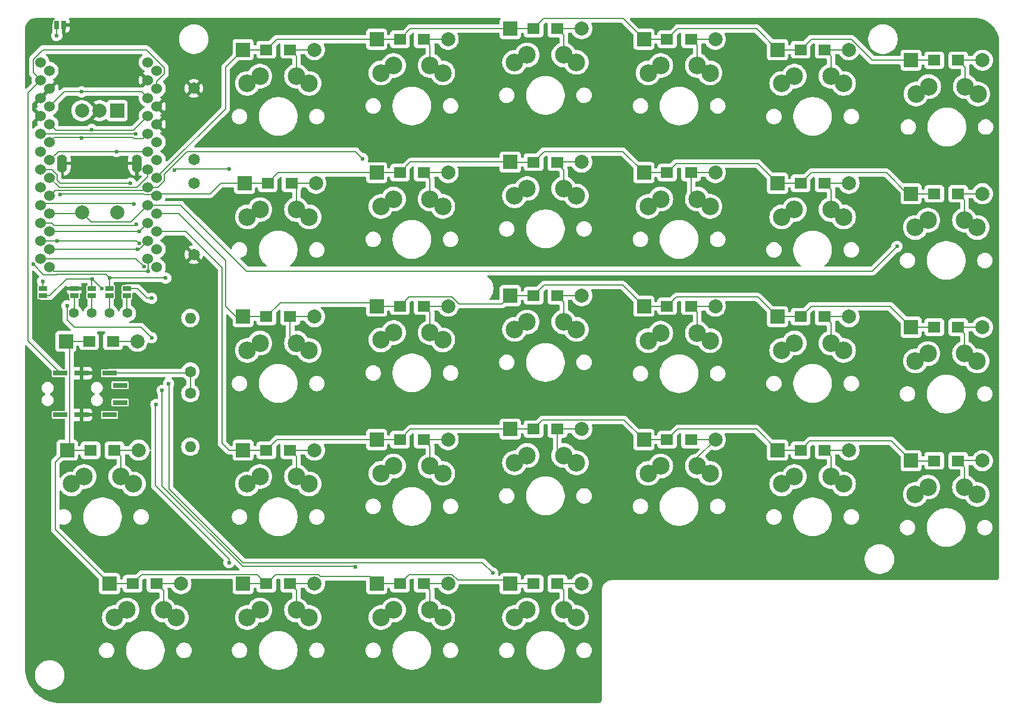
<source format=gtl>
%TF.GenerationSoftware,KiCad,Pcbnew,8.0.0-8.0.0-1~ubuntu23.10.1*%
%TF.CreationDate,2024-03-08T09:57:00+02:00*%
%TF.ProjectId,reversible,72657665-7273-4696-926c-652e6b696361,rev?*%
%TF.SameCoordinates,Original*%
%TF.FileFunction,Copper,L1,Top*%
%TF.FilePolarity,Positive*%
%FSLAX46Y46*%
G04 Gerber Fmt 4.6, Leading zero omitted, Abs format (unit mm)*
G04 Created by KiCad (PCBNEW 8.0.0-8.0.0-1~ubuntu23.10.1) date 2024-03-08 09:57:00*
%MOMM*%
%LPD*%
G01*
G04 APERTURE LIST*
%TA.AperFunction,ComponentPad*%
%ADD10C,1.600000*%
%TD*%
%TA.AperFunction,ComponentPad*%
%ADD11O,1.600000X1.600000*%
%TD*%
%TA.AperFunction,ComponentPad*%
%ADD12R,1.998980X1.998980*%
%TD*%
%TA.AperFunction,ComponentPad*%
%ADD13R,1.800000X1.500000*%
%TD*%
%TA.AperFunction,ComponentPad*%
%ADD14C,1.998980*%
%TD*%
%TA.AperFunction,ComponentPad*%
%ADD15C,2.500000*%
%TD*%
%TA.AperFunction,ComponentPad*%
%ADD16R,2.000000X2.000000*%
%TD*%
%TA.AperFunction,ComponentPad*%
%ADD17C,2.000000*%
%TD*%
%TA.AperFunction,ComponentPad*%
%ADD18O,1.400000X2.600000*%
%TD*%
%TA.AperFunction,SMDPad,CuDef*%
%ADD19R,0.635000X1.143000*%
%TD*%
%TA.AperFunction,SMDPad,CuDef*%
%ADD20R,1.143000X0.635000*%
%TD*%
%TA.AperFunction,ComponentPad*%
%ADD21C,1.397000*%
%TD*%
%TA.AperFunction,ComponentPad*%
%ADD22C,1.651000*%
%TD*%
%TA.AperFunction,ComponentPad*%
%ADD23C,1.524000*%
%TD*%
%TA.AperFunction,ComponentPad*%
%ADD24R,2.100000X0.800000*%
%TD*%
%TA.AperFunction,ViaPad*%
%ADD25C,0.600000*%
%TD*%
%TA.AperFunction,Conductor*%
%ADD26C,0.200000*%
%TD*%
G04 APERTURE END LIST*
D10*
%TO.P,R2,1*%
%TO.N,VCC*%
X79000000Y-98880000D03*
D11*
%TO.P,R2,2*%
%TO.N,SDA*%
X79000000Y-106500000D03*
%TD*%
D12*
%TO.P,D22,1,K*%
%TO.N,row1*%
X162500000Y-69000000D03*
D13*
X165800000Y-69002540D03*
%TO.P,D22,2,A*%
%TO.N,Net-(D22-A)*%
X169200000Y-69002540D03*
D14*
X172660000Y-69000000D03*
%TD*%
D15*
%TO.P,SW27,1,1*%
%TO.N,col0*%
X182100000Y-75300000D03*
X183900000Y-74250000D03*
%TO.P,SW27,2,2*%
%TO.N,Net-(D27-A)*%
X189100000Y-74250000D03*
X190900000Y-75300000D03*
%TD*%
%TO.P,SW17,1,1*%
%TO.N,col2*%
X144100000Y-72300000D03*
X145900000Y-71250000D03*
%TO.P,SW17,2,2*%
%TO.N,Net-(D17-A)*%
X151100000Y-71250000D03*
X152900000Y-72300000D03*
%TD*%
D12*
%TO.P,D6,1,K*%
%TO.N,row0*%
X105500000Y-48497460D03*
D13*
X108800000Y-48500000D03*
%TO.P,D6,2,A*%
%TO.N,Net-(D6-A)*%
X112200000Y-48500000D03*
D14*
X115660000Y-48497460D03*
%TD*%
D12*
%TO.P,D15,1,K*%
%TO.N,row4*%
X86500000Y-125997460D03*
D13*
X89800000Y-126000000D03*
%TO.P,D15,2,A*%
%TO.N,Net-(D15-A)*%
X93200000Y-126000000D03*
D14*
X96660000Y-125997460D03*
%TD*%
D15*
%TO.P,SW24,1,1*%
%TO.N,col1*%
X163100000Y-111800000D03*
X164900000Y-110750000D03*
%TO.P,SW24,2,2*%
%TO.N,Net-(D24-A)*%
X170100000Y-110750000D03*
X171900000Y-111800000D03*
%TD*%
D12*
%TO.P,D24,1,K*%
%TO.N,row3*%
X162500000Y-106997460D03*
D13*
X165800000Y-107000000D03*
%TO.P,D24,2,A*%
%TO.N,Net-(D24-A)*%
X169200000Y-107000000D03*
D14*
X172660000Y-106997460D03*
%TD*%
D12*
%TO.P,D10,1,K*%
%TO.N,row4*%
X67500000Y-126000000D03*
D13*
X70799999Y-126002540D03*
%TO.P,D10,2,A*%
%TO.N,Net-(D10-A)*%
X74200001Y-126002540D03*
D14*
X77660000Y-126000000D03*
%TD*%
D15*
%TO.P,SW6,1,1*%
%TO.N,col4*%
X106100000Y-53300000D03*
X107900000Y-52250000D03*
%TO.P,SW6,2,2*%
%TO.N,Net-(D6-A)*%
X113100000Y-52250000D03*
X114900000Y-53300000D03*
%TD*%
%TO.P,SW19,1,1*%
%TO.N,col2*%
X144100000Y-110300000D03*
X145900000Y-109250000D03*
%TO.P,SW19,2,2*%
%TO.N,Net-(D19-A)*%
X151100000Y-109250000D03*
X152900000Y-110300000D03*
%TD*%
%TO.P,SW8,1,1*%
%TO.N,col4*%
X106100000Y-91300000D03*
X107900000Y-90250000D03*
%TO.P,SW8,2,2*%
%TO.N,Net-(D8-A)*%
X113100000Y-90250000D03*
X114900000Y-91300000D03*
%TD*%
D12*
%TO.P,D4,1,K*%
%TO.N,row3*%
X86500000Y-107000000D03*
D13*
X89800000Y-107002540D03*
%TO.P,D4,2,A*%
%TO.N,Net-(D4-A)*%
X93200000Y-107002540D03*
D14*
X96660000Y-107000000D03*
%TD*%
D16*
%TO.P,SW30,A,A*%
%TO.N,A*%
X68575675Y-58669765D03*
D17*
%TO.P,SW30,B,B*%
%TO.N,B*%
X63575675Y-58669765D03*
%TO.P,SW30,C,C*%
%TO.N,GND*%
X66075675Y-58669765D03*
D18*
%TO.P,SW30,MP1,GND*%
X71375675Y-66169765D03*
%TO.P,SW30,MP2,GND*%
X60775675Y-66169765D03*
D17*
%TO.P,SW30,S1,S1*%
%TO.N,Net-(D30-A)*%
X68575675Y-73169765D03*
%TO.P,SW30,S2,S2*%
%TO.N,col0*%
X63575675Y-73169765D03*
%TD*%
D12*
%TO.P,D19,1,K*%
%TO.N,row3*%
X143500000Y-105500000D03*
D13*
X146800000Y-105502540D03*
%TO.P,D19,2,A*%
%TO.N,Net-(D19-A)*%
X150200000Y-105502540D03*
D14*
X153660000Y-105500000D03*
%TD*%
D12*
%TO.P,D9,1,K*%
%TO.N,row3*%
X105500000Y-105500000D03*
D13*
X108800000Y-105502540D03*
%TO.P,D9,2,A*%
%TO.N,Net-(D9-A)*%
X112200000Y-105502540D03*
D14*
X115660000Y-105500000D03*
%TD*%
D19*
%TO.P,JP2,1,1*%
%TO.N,RESET*%
X60000380Y-46500000D03*
%TO.P,JP2,2,2*%
%TO.N,GND*%
X61001140Y-46500000D03*
%TD*%
D15*
%TO.P,SW3,1,1*%
%TO.N,col5*%
X87100000Y-92800000D03*
X88900000Y-91750000D03*
%TO.P,SW3,2,2*%
%TO.N,Net-(D3-A)*%
X94100000Y-91750000D03*
X95900000Y-92800000D03*
%TD*%
%TO.P,SW29,1,1*%
%TO.N,col0*%
X182100000Y-113300000D03*
X183900000Y-112250000D03*
%TO.P,SW29,2,2*%
%TO.N,Net-(D29-A)*%
X189100000Y-112250000D03*
X190900000Y-113300000D03*
%TD*%
D12*
%TO.P,D17,1,K*%
%TO.N,row1*%
X143500000Y-67497460D03*
D13*
X146800000Y-67500000D03*
%TO.P,D17,2,A*%
%TO.N,Net-(D17-A)*%
X150200000Y-67500000D03*
D14*
X153660000Y-67497460D03*
%TD*%
D12*
%TO.P,D16,1,K*%
%TO.N,row0*%
X143500000Y-48497460D03*
D13*
X146800000Y-48500000D03*
%TO.P,D16,2,A*%
%TO.N,Net-(D16-A)*%
X150200000Y-48500000D03*
D14*
X153660000Y-48497460D03*
%TD*%
D20*
%TO.P,JP11,1,1*%
%TO.N,Hand*%
X58000000Y-83999240D03*
%TO.P,JP11,2,2*%
%TO.N,VCC*%
X58000000Y-85000000D03*
%TD*%
D12*
%TO.P,D2,1,K*%
%TO.N,row1*%
X86700000Y-68997460D03*
D13*
X90000000Y-69000000D03*
%TO.P,D2,2,A*%
%TO.N,Net-(D2-A)*%
X93400000Y-69000000D03*
D14*
X96860000Y-68997460D03*
%TD*%
D21*
%TO.P,P1,1,Pin_1*%
%TO.N,Net-(P1-Pin_1)*%
X62460000Y-87499620D03*
%TO.P,P1,2,Pin_2*%
%TO.N,Net-(P1-Pin_2)*%
X65000000Y-87499620D03*
%TO.P,P1,3,Pin_3*%
%TO.N,Net-(P1-Pin_3)*%
X67540000Y-87499620D03*
%TO.P,P1,4,Pin_4*%
%TO.N,Net-(P1-Pin_4)*%
X70080000Y-87499620D03*
%TD*%
D20*
%TO.P,JP3,1,1*%
%TO.N,Net-(P1-Pin_1)*%
X62500000Y-85000380D03*
%TO.P,JP3,2,2*%
%TO.N,GND*%
X62500000Y-83999620D03*
%TD*%
D15*
%TO.P,SW28,1,1*%
%TO.N,col0*%
X182100000Y-94300000D03*
X183900000Y-93250000D03*
%TO.P,SW28,2,2*%
%TO.N,Net-(D28-A)*%
X189100000Y-93250000D03*
X190900000Y-94300000D03*
%TD*%
%TO.P,SW16,1,1*%
%TO.N,col2*%
X144100000Y-53300000D03*
X145900000Y-52250000D03*
%TO.P,SW16,2,2*%
%TO.N,Net-(D16-A)*%
X151100000Y-52250000D03*
X152900000Y-53300000D03*
%TD*%
D12*
%TO.P,D12,1,K*%
%TO.N,row1*%
X124500000Y-65997460D03*
D13*
X127800000Y-66000000D03*
%TO.P,D12,2,A*%
%TO.N,Net-(D12-A)*%
X131200000Y-66000000D03*
D14*
X134660000Y-65997460D03*
%TD*%
D12*
%TO.P,D18,1,K*%
%TO.N,row2*%
X143500000Y-86497460D03*
D13*
X146800000Y-86500000D03*
%TO.P,D18,2,A*%
%TO.N,Net-(D18-A)*%
X150200000Y-86500000D03*
D14*
X153660000Y-86497460D03*
%TD*%
D12*
%TO.P,D5,1,K*%
%TO.N,row4*%
X61500000Y-106997460D03*
D13*
X64800000Y-107000000D03*
%TO.P,D5,2,A*%
%TO.N,Alt*%
X68200000Y-107000000D03*
D14*
X71660000Y-106997460D03*
%TD*%
D12*
%TO.P,D11,1,K*%
%TO.N,row0*%
X124500000Y-46997460D03*
D13*
X127800000Y-47000000D03*
%TO.P,D11,2,A*%
%TO.N,Net-(D11-A)*%
X131200000Y-47000000D03*
D14*
X134660000Y-46997460D03*
%TD*%
D15*
%TO.P,SW14,1,1*%
%TO.N,col3*%
X125100000Y-108800000D03*
X126900000Y-107750000D03*
%TO.P,SW14,2,2*%
%TO.N,Net-(D14-A)*%
X132100000Y-107750000D03*
X133900000Y-108800000D03*
%TD*%
%TO.P,SW7,1,1*%
%TO.N,col4*%
X106100000Y-72300000D03*
X107900000Y-71250000D03*
%TO.P,SW7,2,2*%
%TO.N,Net-(D7-A)*%
X113100000Y-71250000D03*
X114900000Y-72300000D03*
%TD*%
D12*
%TO.P,D28,1,K*%
%TO.N,row2*%
X181500000Y-89497460D03*
D13*
X184800000Y-89500000D03*
%TO.P,D28,2,A*%
%TO.N,Net-(D28-A)*%
X188200000Y-89500000D03*
D14*
X191660000Y-89497460D03*
%TD*%
D15*
%TO.P,SW2,1,1*%
%TO.N,col5*%
X87100000Y-73800000D03*
X88900000Y-72750000D03*
%TO.P,SW2,2,2*%
%TO.N,Net-(D2-A)*%
X94100000Y-72750000D03*
X95900000Y-73800000D03*
%TD*%
%TO.P,SW20,1,1*%
%TO.N,col2*%
X106100000Y-130800000D03*
X107900000Y-129750000D03*
%TO.P,SW20,2,2*%
%TO.N,Net-(D20-A)*%
X113100000Y-129750000D03*
X114900000Y-130800000D03*
%TD*%
D12*
%TO.P,D27,1,K*%
%TO.N,row1*%
X181500000Y-70500000D03*
D13*
X184800000Y-70502540D03*
%TO.P,D27,2,A*%
%TO.N,Net-(D27-A)*%
X188200000Y-70502540D03*
D14*
X191660000Y-70500000D03*
%TD*%
D15*
%TO.P,SW13,1,1*%
%TO.N,col3*%
X125100000Y-89800000D03*
X126900000Y-88750000D03*
%TO.P,SW13,2,2*%
%TO.N,Net-(D13-A)*%
X132100000Y-88750000D03*
X133900000Y-89800000D03*
%TD*%
%TO.P,SW10,1,1*%
%TO.N,col4*%
X68200001Y-130800000D03*
X70000000Y-129750000D03*
%TO.P,SW10,2,2*%
%TO.N,Net-(D10-A)*%
X75200002Y-129750000D03*
X77000001Y-130800000D03*
%TD*%
D12*
%TO.P,D25,1,K*%
%TO.N,row4*%
X124500000Y-125997460D03*
D13*
X127800000Y-126000000D03*
%TO.P,D25,2,A*%
%TO.N,Net-(D25-A)*%
X131200000Y-126000000D03*
D14*
X134660000Y-125997460D03*
%TD*%
D15*
%TO.P,SW18,1,1*%
%TO.N,col2*%
X144100000Y-91400000D03*
X145900000Y-90350000D03*
%TO.P,SW18,2,2*%
%TO.N,Net-(D18-A)*%
X151100000Y-90350000D03*
X152900000Y-91400000D03*
%TD*%
%TO.P,SW23,1,1*%
%TO.N,col1*%
X163100000Y-92800000D03*
X164900000Y-91750000D03*
%TO.P,SW23,2,2*%
%TO.N,Net-(D23-A)*%
X170100000Y-91750000D03*
X171900000Y-92800000D03*
%TD*%
D12*
%TO.P,D21,1,K*%
%TO.N,row0*%
X162500000Y-49997460D03*
D13*
X165800000Y-50000000D03*
%TO.P,D21,2,A*%
%TO.N,Net-(D21-A)*%
X169200000Y-50000000D03*
D14*
X172660000Y-49997460D03*
%TD*%
D22*
%TO.P,C1,1*%
%TO.N,B*%
X79500000Y-65660000D03*
%TO.P,C1,2*%
%TO.N,GND*%
X79500000Y-55500000D03*
%TD*%
D15*
%TO.P,SW21,1,1*%
%TO.N,col1*%
X163100000Y-54800000D03*
X164900000Y-53750000D03*
%TO.P,SW21,2,2*%
%TO.N,Net-(D21-A)*%
X170100000Y-53750000D03*
X171900000Y-54800000D03*
%TD*%
%TO.P,SW15,1,1*%
%TO.N,col3*%
X87100000Y-130800000D03*
X88900000Y-129750000D03*
%TO.P,SW15,2,2*%
%TO.N,Net-(D15-A)*%
X94100000Y-129750000D03*
X95900000Y-130800000D03*
%TD*%
D23*
%TO.P,U1,1,TX0/PD3*%
%TO.N,unconnected-(U1-TX0{slash}PD3-Pad1)_0*%
X57701185Y-51804255D03*
%TO.N,unconnected-(U1-TX0{slash}PD3-Pad1)*%
X74240000Y-53000000D03*
%TO.P,U1,2,RX1/PD2*%
%TO.N,DATA*%
X57701185Y-54344255D03*
X74240000Y-55540000D03*
%TO.P,U1,3,GND*%
%TO.N,GND*%
X57701185Y-56884255D03*
X74240000Y-58080000D03*
%TO.P,U1,4,GND*%
X57701185Y-59424255D03*
X74240000Y-60620000D03*
%TO.P,U1,5,2/PD1*%
%TO.N,SDA*%
X57701185Y-61964255D03*
X74240000Y-63160000D03*
%TO.P,U1,6,3/PD0*%
%TO.N,SCL*%
X57701185Y-64504255D03*
X74240000Y-65700000D03*
%TO.P,U1,7,4/PD4*%
%TO.N,row0*%
X57701185Y-67044255D03*
X74240000Y-68240000D03*
%TO.P,U1,8,5/PC6*%
%TO.N,row1*%
X57701185Y-69584255D03*
X74240000Y-70780000D03*
%TO.P,U1,9,6/PD7*%
%TO.N,row2*%
X57701185Y-72124255D03*
X74240000Y-73320000D03*
%TO.P,U1,10,7/PE6*%
%TO.N,row3*%
X57701185Y-74664255D03*
X74240000Y-75860000D03*
%TO.P,U1,11,8/PB4*%
%TO.N,row4*%
X57701185Y-77204255D03*
X74240000Y-78400000D03*
%TO.P,U1,12,9/PB5*%
%TO.N,Hand*%
X57701185Y-79744255D03*
X74240000Y-80940000D03*
%TO.P,U1,13,10/PB6*%
%TO.N,col3*%
X59000000Y-80940000D03*
X72941185Y-79744255D03*
%TO.P,U1,14,16/PB2*%
%TO.N,col1*%
X59000000Y-78400000D03*
X72941185Y-77204255D03*
%TO.P,U1,15,14/PB3*%
%TO.N,col2*%
X59000000Y-75860000D03*
X72941185Y-74664255D03*
%TO.P,U1,16,15/PB1*%
%TO.N,col0*%
X59000000Y-73320000D03*
X72941185Y-72124255D03*
%TO.P,U1,17,A0/PF7*%
%TO.N,col4*%
X59000000Y-70780000D03*
X72941185Y-69584255D03*
%TO.P,U1,18,A1/PF6*%
%TO.N,col5*%
X59000000Y-68240000D03*
X72941185Y-67044255D03*
%TO.P,U1,19,A2/PF5*%
%TO.N,A*%
X59000000Y-65700000D03*
X72941185Y-64504255D03*
%TO.P,U1,20,A3/PF4*%
%TO.N,B*%
X59000000Y-63160000D03*
X72941185Y-61964255D03*
%TO.P,U1,21,VCC*%
%TO.N,VCC*%
X59000000Y-60620000D03*
X72941185Y-59424255D03*
%TO.P,U1,22,RST*%
%TO.N,RESET*%
X59000000Y-58080000D03*
X72941185Y-56884255D03*
%TO.P,U1,23,GND*%
%TO.N,GND*%
X59000000Y-55540000D03*
X72941185Y-54344255D03*
%TO.P,U1,24,RAW*%
%TO.N,unconnected-(U1-RAW-Pad24)_0*%
X59000000Y-53000000D03*
%TO.N,unconnected-(U1-RAW-Pad24)*%
X72941185Y-51804255D03*
%TD*%
D20*
%TO.P,JP4,1,1*%
%TO.N,Net-(P1-Pin_2)*%
X65000000Y-85000380D03*
%TO.P,JP4,2,2*%
%TO.N,VCC*%
X65000000Y-83999620D03*
%TD*%
D10*
%TO.P,R1,1*%
%TO.N,VCC*%
X79000000Y-95810000D03*
D11*
%TO.P,R1,2*%
%TO.N,SCL*%
X79000000Y-88190000D03*
%TD*%
D12*
%TO.P,D26,1,K*%
%TO.N,row0*%
X181500000Y-51500000D03*
D13*
X184800000Y-51502540D03*
%TO.P,D26,2,A*%
%TO.N,Net-(D26-A)*%
X188200000Y-51502540D03*
D14*
X191660000Y-51500000D03*
%TD*%
D15*
%TO.P,SW5,1,1*%
%TO.N,col5*%
X62100000Y-111800000D03*
X63900000Y-110750000D03*
%TO.P,SW5,2,2*%
%TO.N,Alt*%
X69100000Y-110750000D03*
X70900000Y-111800000D03*
%TD*%
%TO.P,SW4,1,1*%
%TO.N,col5*%
X87100000Y-111800000D03*
X88900000Y-110750000D03*
%TO.P,SW4,2,2*%
%TO.N,Net-(D4-A)*%
X94100000Y-110750000D03*
X95900000Y-111800000D03*
%TD*%
D20*
%TO.P,JP6,1,1*%
%TO.N,Net-(P1-Pin_4)*%
X70000000Y-85000380D03*
%TO.P,JP6,2,2*%
%TO.N,SDA*%
X70000000Y-83999620D03*
%TD*%
D12*
%TO.P,D29,1,K*%
%TO.N,row3*%
X181500000Y-108500000D03*
D13*
X184800000Y-108502540D03*
%TO.P,D29,2,A*%
%TO.N,Net-(D29-A)*%
X188200000Y-108502540D03*
D14*
X191660000Y-108500000D03*
%TD*%
D12*
%TO.P,D7,1,K*%
%TO.N,row1*%
X105500000Y-67500000D03*
D13*
X108800000Y-67502540D03*
%TO.P,D7,2,A*%
%TO.N,Net-(D7-A)*%
X112200000Y-67502540D03*
D14*
X115660000Y-67500000D03*
%TD*%
D15*
%TO.P,SW22,1,1*%
%TO.N,col1*%
X163100000Y-73800000D03*
X164900000Y-72750000D03*
%TO.P,SW22,2,2*%
%TO.N,Net-(D22-A)*%
X170100000Y-72750000D03*
X171900000Y-73800000D03*
%TD*%
%TO.P,SW9,1,1*%
%TO.N,col4*%
X106100000Y-110300000D03*
X107900000Y-109250000D03*
%TO.P,SW9,2,2*%
%TO.N,Net-(D9-A)*%
X113100000Y-109250000D03*
X114900000Y-110300000D03*
%TD*%
D12*
%TO.P,D30,1,K*%
%TO.N,row4*%
X61300000Y-91497460D03*
D13*
X64600000Y-91500000D03*
%TO.P,D30,2,A*%
%TO.N,Net-(D30-A)*%
X68000000Y-91500000D03*
D14*
X71460000Y-91497460D03*
%TD*%
D12*
%TO.P,D14,1,K*%
%TO.N,row3*%
X124500000Y-103997460D03*
D13*
X127800000Y-104000000D03*
%TO.P,D14,2,A*%
%TO.N,Net-(D14-A)*%
X131200000Y-104000000D03*
D14*
X134660000Y-103997460D03*
%TD*%
D15*
%TO.P,SW11,1,1*%
%TO.N,col3*%
X125100000Y-51800000D03*
X126900000Y-50750000D03*
%TO.P,SW11,2,2*%
%TO.N,Net-(D11-A)*%
X132100000Y-50750000D03*
X133900000Y-51800000D03*
%TD*%
%TO.P,SW12,1,1*%
%TO.N,col3*%
X125100000Y-70800000D03*
X126900000Y-69750000D03*
%TO.P,SW12,2,2*%
%TO.N,Net-(D12-A)*%
X132100000Y-69750000D03*
X133900000Y-70800000D03*
%TD*%
D12*
%TO.P,D8,1,K*%
%TO.N,row2*%
X105500000Y-86500000D03*
D13*
X108800000Y-86502540D03*
%TO.P,D8,2,A*%
%TO.N,Net-(D8-A)*%
X112200000Y-86502540D03*
D14*
X115660000Y-86500000D03*
%TD*%
D20*
%TO.P,JP5,1,1*%
%TO.N,Net-(P1-Pin_3)*%
X67500000Y-85000380D03*
%TO.P,JP5,2,2*%
%TO.N,SCL*%
X67500000Y-83999620D03*
%TD*%
D24*
%TO.P,J1,R1*%
%TO.N,GND*%
X63500000Y-101975000D03*
X63500000Y-96025000D03*
%TO.P,J1,R2*%
%TO.N,DATA*%
X60500000Y-101975000D03*
X60500000Y-96025000D03*
%TO.P,J1,S*%
%TO.N,unconnected-(J1-PadS)*%
X69000000Y-100225000D03*
%TO.N,unconnected-(J1-PadS)_0*%
X69000000Y-97775000D03*
%TO.P,J1,T*%
%TO.N,VCC*%
X67500000Y-101975000D03*
X67500000Y-96025000D03*
%TD*%
D12*
%TO.P,D20,1,K*%
%TO.N,row4*%
X105500000Y-125997460D03*
D13*
X108800000Y-126000000D03*
%TO.P,D20,2,A*%
%TO.N,Net-(D20-A)*%
X112200000Y-126000000D03*
D14*
X115660000Y-125997460D03*
%TD*%
D22*
%TO.P,C2,1*%
%TO.N,GND*%
X79500000Y-79160000D03*
%TO.P,C2,2*%
%TO.N,A*%
X79500000Y-69000000D03*
%TD*%
D12*
%TO.P,D1,1,K*%
%TO.N,row0*%
X86500000Y-49997460D03*
D13*
X89800000Y-50000000D03*
%TO.P,D1,2,A*%
%TO.N,Net-(D1-A)*%
X93200000Y-50000000D03*
D14*
X96660000Y-49997460D03*
%TD*%
D15*
%TO.P,SW1,1,1*%
%TO.N,col5*%
X87100000Y-54800000D03*
X88900000Y-53750000D03*
%TO.P,SW1,2,2*%
%TO.N,Net-(D1-A)*%
X94100000Y-53750000D03*
X95900000Y-54800000D03*
%TD*%
%TO.P,SW26,1,1*%
%TO.N,col0*%
X182200000Y-56300000D03*
X184000000Y-55250000D03*
%TO.P,SW26,2,2*%
%TO.N,Net-(D26-A)*%
X189200000Y-55250000D03*
X191000000Y-56300000D03*
%TD*%
D12*
%TO.P,D3,1,K*%
%TO.N,row2*%
X86500000Y-88000000D03*
D13*
X89800000Y-88002540D03*
%TO.P,D3,2,A*%
%TO.N,Net-(D3-A)*%
X93200000Y-88002540D03*
D14*
X96660000Y-88000000D03*
%TD*%
D12*
%TO.P,D23,1,K*%
%TO.N,row2*%
X162500000Y-87997460D03*
D13*
X165800000Y-88000000D03*
%TO.P,D23,2,A*%
%TO.N,Net-(D23-A)*%
X169200000Y-88000000D03*
D14*
X172660000Y-87997460D03*
%TD*%
D15*
%TO.P,SW25,1,1*%
%TO.N,col1*%
X125100000Y-130800000D03*
X126900000Y-129750000D03*
%TO.P,SW25,2,2*%
%TO.N,Net-(D25-A)*%
X132100000Y-129750000D03*
X133900000Y-130800000D03*
%TD*%
D12*
%TO.P,D13,1,K*%
%TO.N,row2*%
X124500000Y-85000000D03*
D13*
X127800000Y-85002540D03*
%TO.P,D13,2,A*%
%TO.N,Net-(D13-A)*%
X131200000Y-85002540D03*
D14*
X134660000Y-85000000D03*
%TD*%
D25*
%TO.N,row1*%
X60500000Y-70600000D03*
%TO.N,GND*%
X63500000Y-100000000D03*
X63500000Y-98000000D03*
X60500000Y-85500000D03*
X72000000Y-86500000D03*
%TO.N,SDA*%
X73500000Y-85381372D03*
%TO.N,GND*%
X70500000Y-53000000D03*
X62000000Y-53000000D03*
%TO.N,col2*%
X71745440Y-75860000D03*
%TO.N,col1*%
X71500000Y-78400000D03*
%TO.N,GND*%
X57000000Y-60500000D03*
X57000000Y-58000000D03*
X66500000Y-67000000D03*
X69500000Y-67000000D03*
X63500000Y-67000000D03*
X61000000Y-58500000D03*
X71000000Y-58500000D03*
%TO.N,RESET*%
X63500000Y-56000000D03*
%TO.N,VCC*%
X65000000Y-61364255D03*
%TO.N,B*%
X63500000Y-62564255D03*
%TO.N,A*%
X68500000Y-64500000D03*
%TO.N,row0*%
X70500000Y-69000000D03*
%TO.N,row2*%
X71000000Y-72000000D03*
%TO.N,row3*%
X71362482Y-74862482D03*
%TO.N,row4*%
X60062000Y-77204255D03*
X71725780Y-77571130D03*
%TO.N,RESET*%
X60000000Y-48000000D03*
%TO.N,VCC*%
X66437998Y-83999240D03*
X65019379Y-82600000D03*
%TO.N,SCL*%
X75500000Y-82500000D03*
X56639185Y-80500000D03*
X67500000Y-82500000D03*
%TO.N,SDA*%
X73500000Y-91000000D03*
X71193738Y-62018020D03*
X61461500Y-86438500D03*
%TO.N,Hand*%
X72400000Y-80900000D03*
X58000000Y-83000000D03*
%TO.N,col5*%
X84500000Y-67000000D03*
X76775735Y-67124265D03*
%TO.N,col4*%
X103500000Y-65500000D03*
%TO.N,col3*%
X73000000Y-81540000D03*
X84500000Y-123000000D03*
X74100000Y-100500000D03*
%TO.N,col2*%
X75000000Y-98500000D03*
X102500000Y-123600000D03*
%TO.N,col1*%
X75900000Y-97500000D03*
X122000000Y-124500000D03*
%TO.N,col0*%
X179500000Y-78000000D03*
%TD*%
D26*
%TO.N,col3*%
X84500000Y-122500000D02*
X84500000Y-123000000D01*
X74100000Y-100500000D02*
X74000000Y-100600000D01*
X74000000Y-100600000D02*
X74000000Y-112000000D01*
X74000000Y-112000000D02*
X84500000Y-122500000D01*
%TO.N,col1*%
X75900000Y-97500000D02*
X76000000Y-97600000D01*
X76000000Y-97600000D02*
X76000000Y-112500000D01*
X76000000Y-112500000D02*
X86500000Y-123000000D01*
X86500000Y-123000000D02*
X120500000Y-123000000D01*
X120500000Y-123000000D02*
X122000000Y-124500000D01*
%TO.N,col2*%
X75000000Y-98500000D02*
X75000000Y-112065686D01*
X75000000Y-112065686D02*
X86434314Y-123500000D01*
X86434314Y-123500000D02*
X102400000Y-123500000D01*
X102400000Y-123500000D02*
X102500000Y-123600000D01*
%TO.N,row3*%
X86500000Y-107000000D02*
X84500000Y-107000000D01*
X84500000Y-107000000D02*
X83500000Y-106000000D01*
X83500000Y-106000000D02*
X83500000Y-81000000D01*
X83500000Y-81000000D02*
X78360000Y-75860000D01*
X78360000Y-75860000D02*
X74240000Y-75860000D01*
%TO.N,row2*%
X86500000Y-88000000D02*
X85500000Y-88000000D01*
X85500000Y-88000000D02*
X84000000Y-86500000D01*
X84000000Y-86500000D02*
X84000000Y-80000000D01*
X77320000Y-73320000D02*
X74240000Y-73320000D01*
X84000000Y-80000000D02*
X77320000Y-73320000D01*
%TO.N,RESET*%
X63500000Y-56000000D02*
X72056930Y-56000000D01*
X61080000Y-56000000D02*
X59000000Y-58080000D01*
X72056930Y-56000000D02*
X72941185Y-56884255D01*
X63500000Y-56000000D02*
X61080000Y-56000000D01*
%TO.N,SDA*%
X73500000Y-91000000D02*
X72000000Y-89500000D01*
X72000000Y-89500000D02*
X62500000Y-89500000D01*
X62500000Y-89500000D02*
X61461500Y-88461500D01*
X61461500Y-88461500D02*
X61461500Y-86438500D01*
%TO.N,VCC*%
X59000000Y-85000000D02*
X58000000Y-85000000D01*
X61400000Y-82600000D02*
X59000000Y-85000000D01*
X65000000Y-82619379D02*
X65000000Y-83999620D01*
X65019379Y-82600000D02*
X65000000Y-82619379D01*
X65038758Y-82600000D02*
X66437998Y-83999240D01*
X65019379Y-82600000D02*
X65038758Y-82600000D01*
X65019379Y-82600000D02*
X61400000Y-82600000D01*
%TO.N,col0*%
X59000000Y-73320000D02*
X63425440Y-73320000D01*
X63425440Y-73320000D02*
X63575675Y-73169765D01*
X63575675Y-73169765D02*
X64905910Y-74500000D01*
X64905910Y-74500000D02*
X70565440Y-74500000D01*
X70565440Y-74500000D02*
X72941185Y-72124255D01*
%TO.N,row2*%
X57701185Y-72124255D02*
X57955675Y-71869765D01*
X57955675Y-71869765D02*
X70869765Y-71869765D01*
X70869765Y-71869765D02*
X71000000Y-72000000D01*
%TO.N,row3*%
X71362482Y-74862482D02*
X71224964Y-75000000D01*
X71224964Y-75000000D02*
X59641895Y-75000000D01*
X59641895Y-75000000D02*
X59306150Y-74664255D01*
X59306150Y-74664255D02*
X57701185Y-74664255D01*
%TO.N,row1*%
X60500000Y-70600000D02*
X60600000Y-70500000D01*
X60600000Y-70500000D02*
X72355035Y-70500000D01*
X72355035Y-70500000D02*
X72501290Y-70646255D01*
X73381080Y-70646255D02*
X73527335Y-70500000D01*
X72501290Y-70646255D02*
X73381080Y-70646255D01*
X73527335Y-70500000D02*
X73960000Y-70500000D01*
X73960000Y-70500000D02*
X74240000Y-70780000D01*
%TO.N,col4*%
X59000000Y-70780000D02*
X59780000Y-70000000D01*
X59780000Y-70000000D02*
X72525440Y-70000000D01*
X72525440Y-70000000D02*
X72941185Y-69584255D01*
%TO.N,col5*%
X59000000Y-68240000D02*
X60360000Y-69600000D01*
X60360000Y-69600000D02*
X71423545Y-69600000D01*
X71423545Y-69600000D02*
X72941185Y-68082360D01*
X72941185Y-68082360D02*
X72941185Y-67044255D01*
%TO.N,row0*%
X70500000Y-69000000D02*
X60500000Y-69000000D01*
X60500000Y-69000000D02*
X60062000Y-68562000D01*
X60062000Y-68562000D02*
X60062000Y-67800105D01*
X60062000Y-67800105D02*
X59306150Y-67044255D01*
X59306150Y-67044255D02*
X57701185Y-67044255D01*
%TO.N,A*%
X68500000Y-64500000D02*
X60200000Y-64500000D01*
X60200000Y-64500000D02*
X59000000Y-65700000D01*
X68500000Y-64500000D02*
X68504255Y-64504255D01*
X68504255Y-64504255D02*
X72941185Y-64504255D01*
%TO.N,VCC*%
X65000000Y-61364255D02*
X64864255Y-61500000D01*
X64864255Y-61500000D02*
X59880000Y-61500000D01*
X59880000Y-61500000D02*
X59000000Y-60620000D01*
X65000000Y-61364255D02*
X65135745Y-61500000D01*
X65135745Y-61500000D02*
X70865440Y-61500000D01*
X70865440Y-61500000D02*
X72941185Y-59424255D01*
%TO.N,row0*%
X86500000Y-49997460D02*
X84000000Y-52497460D01*
X84000000Y-52497460D02*
X84000000Y-58434314D01*
X84000000Y-58434314D02*
X74240000Y-68194314D01*
X74240000Y-68194314D02*
X74240000Y-68240000D01*
%TO.N,col4*%
X72941185Y-69584255D02*
X74397640Y-69584255D01*
X74397640Y-69584255D02*
X75302000Y-68679895D01*
X75302000Y-68679895D02*
X75302000Y-67698000D01*
X75302000Y-67698000D02*
X78500000Y-64500000D01*
X78500000Y-64500000D02*
X102500000Y-64500000D01*
X102500000Y-64500000D02*
X103500000Y-65500000D01*
%TO.N,col5*%
X84500000Y-67000000D02*
X76900000Y-67000000D01*
X76900000Y-67000000D02*
X76775735Y-67124265D01*
%TO.N,Hand*%
X72400000Y-80900000D02*
X71244255Y-79744255D01*
X71244255Y-79744255D02*
X57701185Y-79744255D01*
X58000000Y-83000000D02*
X58000000Y-83999240D01*
%TO.N,col0*%
X72941185Y-72124255D02*
X77624255Y-72124255D01*
X176000000Y-81500000D02*
X179500000Y-78000000D01*
X77624255Y-72124255D02*
X87000000Y-81500000D01*
X87000000Y-81500000D02*
X176000000Y-81500000D01*
%TO.N,row1*%
X84151471Y-69000000D02*
X86697460Y-69000000D01*
X86697460Y-69000000D02*
X86700000Y-68997460D01*
X74240000Y-70780000D02*
X74520000Y-70500000D01*
X74520000Y-70500000D02*
X81825735Y-70500000D01*
X81825735Y-70500000D02*
X83325735Y-69000000D01*
X83325735Y-69000000D02*
X84151471Y-69000000D01*
%TO.N,SDA*%
X71499620Y-83999620D02*
X70000000Y-83999620D01*
X72881372Y-85381372D02*
X71499620Y-83999620D01*
X73500000Y-85381372D02*
X72881372Y-85381372D01*
%TO.N,SCL*%
X56639185Y-80500000D02*
X58141185Y-82002000D01*
X60000000Y-82000000D02*
X67000000Y-82000000D01*
X58141185Y-82002000D02*
X59998000Y-82002000D01*
X59998000Y-82002000D02*
X60000000Y-82000000D01*
X67000000Y-82000000D02*
X67500000Y-82500000D01*
%TO.N,col3*%
X73000000Y-81540000D02*
X72960000Y-81500000D01*
X72960000Y-81500000D02*
X59560000Y-81500000D01*
X59560000Y-81500000D02*
X59000000Y-80940000D01*
%TO.N,SCL*%
X67500000Y-82500000D02*
X75500000Y-82500000D01*
X67500000Y-82500000D02*
X67500000Y-83999620D01*
%TO.N,col3*%
X73000000Y-81540000D02*
X73000000Y-79803070D01*
X73000000Y-79803070D02*
X72941185Y-79744255D01*
%TO.N,row4*%
X71358905Y-77204255D02*
X60062000Y-77204255D01*
X71725780Y-77571130D02*
X71358905Y-77204255D01*
%TO.N,DATA*%
X74240000Y-55540000D02*
X74240000Y-54501895D01*
X75302000Y-52560105D02*
X72741895Y-50000000D01*
X74240000Y-54501895D02*
X75302000Y-53439895D01*
X58000000Y-50000000D02*
X56639185Y-51360815D01*
X56639185Y-51360815D02*
X56639185Y-53282255D01*
X75302000Y-53439895D02*
X75302000Y-52560105D01*
X72741895Y-50000000D02*
X58000000Y-50000000D01*
X56639185Y-53282255D02*
X57701185Y-54344255D01*
%TO.N,B*%
X59000000Y-63160000D02*
X59660000Y-62500000D01*
X59660000Y-62500000D02*
X70827189Y-62500000D01*
X72287420Y-62618020D02*
X72941185Y-61964255D01*
X70827189Y-62500000D02*
X70945209Y-62618020D01*
X70945209Y-62618020D02*
X72287420Y-62618020D01*
%TO.N,SDA*%
X71139973Y-61964255D02*
X57701185Y-61964255D01*
X71193738Y-62018020D02*
X71139973Y-61964255D01*
%TO.N,row0*%
X181502540Y-51502540D02*
X181500000Y-51500000D01*
X91302540Y-48497460D02*
X89800000Y-50000000D01*
X140081621Y-45580628D02*
X129216839Y-45583161D01*
X148300000Y-47000000D02*
X146800000Y-48500000D01*
X107997460Y-48497460D02*
X105500000Y-48497460D01*
X162500000Y-49997460D02*
X159502540Y-47000000D01*
X127000000Y-47000000D02*
X126997460Y-46997460D01*
X181500000Y-51500000D02*
X176000297Y-51500000D01*
X86502540Y-50000000D02*
X86500000Y-49997460D01*
X167300000Y-48500000D02*
X165800000Y-50000000D01*
X165800000Y-50000000D02*
X162502540Y-50000000D01*
X184800000Y-51502540D02*
X181502540Y-51502540D01*
X129216839Y-45583161D02*
X127800000Y-47000000D01*
X124500000Y-46997460D02*
X110302540Y-46997460D01*
X140583168Y-45580628D02*
X140081621Y-45580628D01*
X143500000Y-48497460D02*
X140583168Y-45580628D01*
X146500000Y-48500000D02*
X146497460Y-48497460D01*
X173000297Y-48500000D02*
X167300000Y-48500000D01*
X176000297Y-51500000D02*
X173000297Y-48500000D01*
X146497460Y-48497460D02*
X143500000Y-48497460D01*
X108000000Y-48500000D02*
X107997460Y-48497460D01*
X159502540Y-47000000D02*
X148300000Y-47000000D01*
X162502540Y-50000000D02*
X162500000Y-49997460D01*
X89800000Y-50000000D02*
X86502540Y-50000000D01*
X127800000Y-47000000D02*
X127000000Y-47000000D01*
X126997460Y-46997460D02*
X124500000Y-46997460D01*
X105500000Y-48497460D02*
X91302540Y-48497460D01*
X146800000Y-48500000D02*
X146500000Y-48500000D01*
X108800000Y-48500000D02*
X108000000Y-48500000D01*
X110302540Y-46997460D02*
X108800000Y-48500000D01*
%TO.N,Net-(D1-A)*%
X94100000Y-50900000D02*
X93200000Y-50000000D01*
X94100000Y-53750000D02*
X94100000Y-50900000D01*
X94850000Y-53750000D02*
X94100000Y-53750000D01*
X96657460Y-50000000D02*
X96660000Y-49997460D01*
X95900000Y-54800000D02*
X94850000Y-53750000D01*
X93200000Y-50000000D02*
X96657460Y-50000000D01*
%TO.N,Net-(D2-A)*%
X93400000Y-69000000D02*
X96857460Y-69000000D01*
X94100000Y-72750000D02*
X94100000Y-69700000D01*
X94850000Y-72750000D02*
X94100000Y-72750000D01*
X94100000Y-69700000D02*
X93400000Y-69000000D01*
X95900000Y-73800000D02*
X94850000Y-72750000D01*
X96857460Y-69000000D02*
X96860000Y-68997460D01*
%TO.N,row1*%
X181500000Y-70500000D02*
X181000000Y-70500000D01*
X162500000Y-69000000D02*
X159697970Y-66197970D01*
X178000000Y-67500000D02*
X167302540Y-67500000D01*
X90000000Y-69000000D02*
X86702540Y-69000000D01*
X91500000Y-67500000D02*
X90000000Y-69000000D01*
X140502540Y-64500000D02*
X129300000Y-64500000D01*
X181502540Y-70502540D02*
X181500000Y-70500000D01*
X184800000Y-70502540D02*
X181502540Y-70502540D01*
X108800000Y-67502540D02*
X105502540Y-67502540D01*
X167302540Y-67500000D02*
X165800000Y-69002540D01*
X105502540Y-67502540D02*
X105500000Y-67500000D01*
X148102030Y-66197970D02*
X146800000Y-67500000D01*
X124500000Y-65997460D02*
X110305080Y-65997460D01*
X146800000Y-67500000D02*
X146500000Y-67500000D01*
X165800000Y-69002540D02*
X162502540Y-69002540D01*
X181000000Y-70500000D02*
X178000000Y-67500000D01*
X143500000Y-67497460D02*
X140502540Y-64500000D01*
X159697970Y-66197970D02*
X148102030Y-66197970D01*
X124502540Y-66000000D02*
X124500000Y-65997460D01*
X110305080Y-65997460D02*
X108800000Y-67502540D01*
X86702540Y-69000000D02*
X86700000Y-68997460D01*
X127800000Y-66000000D02*
X124502540Y-66000000D01*
X129300000Y-64500000D02*
X127800000Y-66000000D01*
X105500000Y-67500000D02*
X91500000Y-67500000D01*
X162502540Y-69002540D02*
X162500000Y-69000000D01*
X146497460Y-67497460D02*
X143500000Y-67497460D01*
X146500000Y-67500000D02*
X146497460Y-67497460D01*
%TO.N,Net-(D3-A)*%
X93200000Y-88002540D02*
X93200000Y-90850000D01*
X93200000Y-90850000D02*
X94100000Y-91750000D01*
X93200000Y-88002540D02*
X96657460Y-88002540D01*
X95900000Y-92800000D02*
X94850000Y-91750000D01*
X96657460Y-88002540D02*
X96660000Y-88000000D01*
X94850000Y-91750000D02*
X94100000Y-91750000D01*
%TO.N,row2*%
X146800000Y-86500000D02*
X143502540Y-86500000D01*
X178502540Y-86500000D02*
X167300000Y-86500000D01*
X105000000Y-86000000D02*
X91802540Y-86000000D01*
X148102030Y-85197970D02*
X146800000Y-86500000D01*
X162500000Y-87997460D02*
X159700510Y-85197970D01*
X124502540Y-85002540D02*
X124500000Y-85000000D01*
X105500000Y-86500000D02*
X105000000Y-86000000D01*
X164997460Y-87997460D02*
X162500000Y-87997460D01*
X91802540Y-86000000D02*
X89800000Y-88002540D01*
X89797460Y-88000000D02*
X89800000Y-88002540D01*
X184800000Y-89500000D02*
X181502540Y-89500000D01*
X117200000Y-86200000D02*
X116200510Y-85200510D01*
X143502540Y-86500000D02*
X143500000Y-86497460D01*
X159700510Y-85197970D02*
X148102030Y-85197970D01*
X167300000Y-86500000D02*
X165800000Y-88000000D01*
X108800000Y-86502540D02*
X105502540Y-86502540D01*
X127800000Y-85002540D02*
X124502540Y-85002540D01*
X124500000Y-85000000D02*
X123300000Y-86200000D01*
X123300000Y-86200000D02*
X117200000Y-86200000D01*
X165000000Y-88000000D02*
X164997460Y-87997460D01*
X129302540Y-83500000D02*
X127800000Y-85002540D01*
X86500000Y-88000000D02*
X89797460Y-88000000D01*
X181502540Y-89500000D02*
X181500000Y-89497460D01*
X116200510Y-85200510D02*
X110102030Y-85200510D01*
X165800000Y-88000000D02*
X165000000Y-88000000D01*
X143500000Y-86497460D02*
X140502540Y-83500000D01*
X110102030Y-85200510D02*
X108800000Y-86502540D01*
X140502540Y-83500000D02*
X129302540Y-83500000D01*
X181500000Y-89497460D02*
X178502540Y-86500000D01*
X105502540Y-86502540D02*
X105500000Y-86500000D01*
%TO.N,row3*%
X143500000Y-105500000D02*
X140697970Y-102697970D01*
X165000000Y-107000000D02*
X164997460Y-106997460D01*
X89797460Y-107000000D02*
X89800000Y-107002540D01*
X159502540Y-104000000D02*
X148302540Y-104000000D01*
X124502540Y-104000000D02*
X124500000Y-103997460D01*
X181502540Y-108502540D02*
X181500000Y-108500000D01*
X127800000Y-104000000D02*
X124502540Y-104000000D01*
X143502540Y-105502540D02*
X143500000Y-105500000D01*
X140697970Y-102697970D02*
X129102030Y-102697970D01*
X165800000Y-107000000D02*
X165000000Y-107000000D01*
X110305080Y-103997460D02*
X108800000Y-105502540D01*
X105500000Y-105500000D02*
X91302540Y-105500000D01*
X148302540Y-104000000D02*
X146800000Y-105502540D01*
X167102030Y-105697970D02*
X165800000Y-107000000D01*
X129102030Y-102697970D02*
X127800000Y-104000000D01*
X105502540Y-105502540D02*
X105500000Y-105500000D01*
X91302540Y-105500000D02*
X89800000Y-107002540D01*
X86500000Y-107000000D02*
X89797460Y-107000000D01*
X162500000Y-106997460D02*
X159502540Y-104000000D01*
X108800000Y-105502540D02*
X105502540Y-105502540D01*
X146800000Y-105502540D02*
X143502540Y-105502540D01*
X181500000Y-108500000D02*
X178697970Y-105697970D01*
X124500000Y-103997460D02*
X110305080Y-103997460D01*
X164997460Y-106997460D02*
X162500000Y-106997460D01*
X184800000Y-108502540D02*
X181502540Y-108502540D01*
X178697970Y-105697970D02*
X167102030Y-105697970D01*
%TO.N,Net-(D4-A)*%
X95900000Y-111800000D02*
X95150000Y-111800000D01*
X94100000Y-110750000D02*
X94100000Y-107902540D01*
X93200000Y-107002540D02*
X96657460Y-107002540D01*
X96657460Y-107002540D02*
X96660000Y-107000000D01*
X95150000Y-111800000D02*
X94100000Y-110750000D01*
X94100000Y-107902540D02*
X93200000Y-107002540D01*
%TO.N,row4*%
X61302540Y-91500000D02*
X61300000Y-91497460D01*
X61500000Y-106997460D02*
X61800000Y-106697460D01*
X88500510Y-124700510D02*
X72102029Y-124700510D01*
X61502540Y-107000000D02*
X61500000Y-106997460D01*
X67500000Y-126000000D02*
X59799100Y-118299100D01*
X124502540Y-126000000D02*
X124500000Y-125997460D01*
X59799100Y-108698360D02*
X61500000Y-106997460D01*
X61800000Y-91997460D02*
X61300000Y-91497460D01*
X91102030Y-124697970D02*
X89800000Y-126000000D01*
X105497460Y-125997460D02*
X104500000Y-125000000D01*
X97198267Y-124697970D02*
X91102030Y-124697970D01*
X97500297Y-125000000D02*
X97198267Y-124697970D01*
X59799100Y-118299100D02*
X59799100Y-108698360D01*
X61800000Y-106697460D02*
X61800000Y-91997460D01*
X89800000Y-126000000D02*
X86502540Y-126000000D01*
X110102030Y-124697970D02*
X108800000Y-126000000D01*
X105500000Y-125997460D02*
X105497460Y-125997460D01*
X86502540Y-126000000D02*
X86500000Y-125997460D01*
X105502540Y-126000000D02*
X105500000Y-125997460D01*
X70799999Y-126002540D02*
X67502540Y-126002540D01*
X64800000Y-107000000D02*
X61502540Y-107000000D01*
X116198267Y-124697970D02*
X110102030Y-124697970D01*
X117000297Y-125500000D02*
X116198267Y-124697970D01*
X124500000Y-125997460D02*
X124002540Y-125500000D01*
X64600000Y-91500000D02*
X61302540Y-91500000D01*
X104500000Y-125000000D02*
X97500297Y-125000000D01*
X60062000Y-77204255D02*
X57701185Y-77204255D01*
X127800000Y-126000000D02*
X124502540Y-126000000D01*
X89800000Y-126000000D02*
X88500510Y-124700510D01*
X67502540Y-126002540D02*
X67500000Y-126000000D01*
X108800000Y-126000000D02*
X105502540Y-126000000D01*
X124002540Y-125500000D02*
X117000297Y-125500000D01*
X72102029Y-124700510D02*
X70799999Y-126002540D01*
%TO.N,Alt*%
X68502540Y-106997460D02*
X71660000Y-106997460D01*
X68200000Y-107000000D02*
X68500000Y-107000000D01*
X69100000Y-107900000D02*
X68200000Y-107000000D01*
X69850000Y-110750000D02*
X69100000Y-110750000D01*
X69100000Y-110750000D02*
X69100000Y-107900000D01*
X70900000Y-111800000D02*
X69850000Y-110750000D01*
X68500000Y-107000000D02*
X68502540Y-106997460D01*
%TO.N,Net-(D6-A)*%
X112202540Y-48497460D02*
X112200000Y-48500000D01*
X113100000Y-52250000D02*
X113100000Y-49400000D01*
X114900000Y-53300000D02*
X114150000Y-53300000D01*
X115660000Y-48497460D02*
X112202540Y-48497460D01*
X114150000Y-53300000D02*
X113100000Y-52250000D01*
X113100000Y-49400000D02*
X112200000Y-48500000D01*
%TO.N,Net-(D7-A)*%
X113100000Y-68402540D02*
X112200000Y-67502540D01*
X113100000Y-71250000D02*
X113100000Y-68402540D01*
X113850000Y-71250000D02*
X113100000Y-71250000D01*
X112202540Y-67500000D02*
X112200000Y-67502540D01*
X114900000Y-72300000D02*
X113850000Y-71250000D01*
X115660000Y-67500000D02*
X112202540Y-67500000D01*
%TO.N,Net-(D8-A)*%
X113100000Y-87402540D02*
X112200000Y-86502540D01*
X114900000Y-91300000D02*
X113850000Y-90250000D01*
X113100000Y-90250000D02*
X113100000Y-87402540D01*
X112200000Y-86502540D02*
X112497460Y-86502540D01*
X112497460Y-86502540D02*
X112500000Y-86500000D01*
X113850000Y-90250000D02*
X113100000Y-90250000D01*
X112500000Y-86500000D02*
X115660000Y-86500000D01*
%TO.N,Net-(D9-A)*%
X113850000Y-109250000D02*
X113100000Y-109250000D01*
X113100000Y-109250000D02*
X113100000Y-106402540D01*
X114900000Y-110300000D02*
X113850000Y-109250000D01*
X115660000Y-105500000D02*
X112202540Y-105500000D01*
X112202540Y-105500000D02*
X112200000Y-105502540D01*
X113100000Y-106402540D02*
X112200000Y-105502540D01*
%TO.N,Net-(D10-A)*%
X75950001Y-129750000D02*
X75200002Y-129750000D01*
X75200002Y-129750000D02*
X75200002Y-127002541D01*
X77000001Y-130800000D02*
X75950001Y-129750000D01*
X74200001Y-126002540D02*
X77657460Y-126002540D01*
X75200002Y-127002541D02*
X74200001Y-126002540D01*
X77657460Y-126002540D02*
X77660000Y-126000000D01*
%TO.N,Net-(D11-A)*%
X132100000Y-50750000D02*
X132100000Y-47900000D01*
X134657460Y-47000000D02*
X134660000Y-46997460D01*
X133900000Y-51800000D02*
X133150000Y-51800000D01*
X131200000Y-47000000D02*
X134657460Y-47000000D01*
X132100000Y-47900000D02*
X131200000Y-47000000D01*
X133150000Y-51800000D02*
X132100000Y-50750000D01*
%TO.N,Net-(D12-A)*%
X132100000Y-67100000D02*
X132100000Y-69750000D01*
X133900000Y-70800000D02*
X133150000Y-70800000D01*
X131200000Y-66000000D02*
X131200000Y-66200000D01*
X133150000Y-70800000D02*
X132100000Y-69750000D01*
X131202540Y-65997460D02*
X131200000Y-66000000D01*
X131200000Y-66200000D02*
X132100000Y-67100000D01*
X134660000Y-65997460D02*
X131202540Y-65997460D01*
%TO.N,Net-(D13-A)*%
X133150000Y-89800000D02*
X132100000Y-88750000D01*
X132100000Y-85902540D02*
X131200000Y-85002540D01*
X131200000Y-85002540D02*
X134657460Y-85002540D01*
X134657460Y-85002540D02*
X134660000Y-85000000D01*
X133900000Y-89800000D02*
X133150000Y-89800000D01*
X132100000Y-88750000D02*
X132100000Y-85902540D01*
%TO.N,Net-(D14-A)*%
X134660000Y-103997460D02*
X131202540Y-103997460D01*
X131200000Y-104000000D02*
X131200000Y-106850000D01*
X131200000Y-106850000D02*
X132100000Y-107750000D01*
X131202540Y-103997460D02*
X131200000Y-104000000D01*
X132850000Y-107750000D02*
X133900000Y-108800000D01*
X132100000Y-107750000D02*
X132850000Y-107750000D01*
%TO.N,Net-(D15-A)*%
X94100000Y-126900000D02*
X93200000Y-126000000D01*
X93200000Y-126000000D02*
X96657460Y-126000000D01*
X95150000Y-130800000D02*
X94100000Y-129750000D01*
X94100000Y-129750000D02*
X94100000Y-126900000D01*
X96657460Y-126000000D02*
X96660000Y-125997460D01*
X95900000Y-130800000D02*
X95150000Y-130800000D01*
%TO.N,Net-(D16-A)*%
X152150000Y-53300000D02*
X151100000Y-52250000D01*
X153660000Y-48497460D02*
X150202540Y-48497460D01*
X150202540Y-48497460D02*
X150200000Y-48500000D01*
X151100000Y-52250000D02*
X151100000Y-49400000D01*
X151100000Y-49400000D02*
X150200000Y-48500000D01*
X152900000Y-53300000D02*
X152150000Y-53300000D01*
%TO.N,Net-(D17-A)*%
X150202540Y-67497460D02*
X150200000Y-67500000D01*
X150200000Y-70350000D02*
X151100000Y-71250000D01*
X151100000Y-71250000D02*
X151850000Y-71250000D01*
X150200000Y-67500000D02*
X150200000Y-70350000D01*
X151850000Y-71250000D02*
X152900000Y-72300000D01*
X153660000Y-67497460D02*
X150202540Y-67497460D01*
%TO.N,Net-(D18-A)*%
X152900000Y-91400000D02*
X152150000Y-91400000D01*
X151100000Y-87400000D02*
X150200000Y-86500000D01*
X151100000Y-90350000D02*
X151100000Y-87400000D01*
X150200000Y-86500000D02*
X153657460Y-86500000D01*
X152150000Y-91400000D02*
X151100000Y-90350000D01*
X153657460Y-86500000D02*
X153660000Y-86497460D01*
%TO.N,Net-(D19-A)*%
X150202540Y-105500000D02*
X150200000Y-105502540D01*
X153660000Y-105500000D02*
X151100000Y-108060000D01*
X151100000Y-108060000D02*
X151100000Y-109250000D01*
X153660000Y-105500000D02*
X150202540Y-105500000D01*
X152150000Y-110300000D02*
X151100000Y-109250000D01*
X152900000Y-110300000D02*
X152150000Y-110300000D01*
%TO.N,Net-(D20-A)*%
X114150000Y-130800000D02*
X113100000Y-129750000D01*
X115657460Y-126000000D02*
X115660000Y-125997460D01*
X112200000Y-126000000D02*
X115657460Y-126000000D01*
X114900000Y-130800000D02*
X114150000Y-130800000D01*
X113100000Y-126900000D02*
X112200000Y-126000000D01*
X113100000Y-129750000D02*
X113100000Y-126900000D01*
%TO.N,Net-(D21-A)*%
X171150000Y-54800000D02*
X170100000Y-53750000D01*
X170100000Y-50900000D02*
X169200000Y-50000000D01*
X171900000Y-54800000D02*
X171150000Y-54800000D01*
X169200000Y-50000000D02*
X172657460Y-50000000D01*
X170100000Y-53750000D02*
X170100000Y-50900000D01*
X172657460Y-50000000D02*
X172660000Y-49997460D01*
%TO.N,Net-(D22-A)*%
X169200000Y-69002540D02*
X172657460Y-69002540D01*
X171900000Y-73800000D02*
X171150000Y-73800000D01*
X170100000Y-69902540D02*
X169200000Y-69002540D01*
X172657460Y-69002540D02*
X172660000Y-69000000D01*
X171150000Y-73800000D02*
X170100000Y-72750000D01*
X170100000Y-72750000D02*
X170100000Y-69902540D01*
%TO.N,Net-(D23-A)*%
X171900000Y-92800000D02*
X171150000Y-92800000D01*
X172657460Y-88000000D02*
X172660000Y-87997460D01*
X170100000Y-91750000D02*
X170100000Y-88900000D01*
X169200000Y-88000000D02*
X172657460Y-88000000D01*
X170100000Y-88900000D02*
X169200000Y-88000000D01*
X171150000Y-92800000D02*
X170100000Y-91750000D01*
%TO.N,Net-(D24-A)*%
X169200000Y-107000000D02*
X169500000Y-107000000D01*
X170850000Y-110750000D02*
X170100000Y-110750000D01*
X170100000Y-110750000D02*
X170100000Y-107900000D01*
X169500000Y-107000000D02*
X169502540Y-106997460D01*
X170100000Y-107900000D02*
X169200000Y-107000000D01*
X169502540Y-106997460D02*
X172660000Y-106997460D01*
X171900000Y-111800000D02*
X170850000Y-110750000D01*
%TO.N,Net-(D25-A)*%
X132100000Y-129750000D02*
X132100000Y-126900000D01*
X133150000Y-130800000D02*
X132100000Y-129750000D01*
X131200000Y-126000000D02*
X134657460Y-126000000D01*
X133900000Y-130800000D02*
X133150000Y-130800000D01*
X134657460Y-126000000D02*
X134660000Y-125997460D01*
X132100000Y-126900000D02*
X131200000Y-126000000D01*
%TO.N,Net-(D26-A)*%
X191000000Y-56300000D02*
X190250000Y-56300000D01*
X189200000Y-52502540D02*
X188200000Y-51502540D01*
X191657460Y-51502540D02*
X191660000Y-51500000D01*
X190250000Y-56300000D02*
X189200000Y-55250000D01*
X188200000Y-51502540D02*
X191657460Y-51502540D01*
X189200000Y-55250000D02*
X189200000Y-52502540D01*
%TO.N,Net-(D27-A)*%
X189100000Y-71402540D02*
X188200000Y-70502540D01*
X188200000Y-70502540D02*
X191657460Y-70502540D01*
X190150000Y-75300000D02*
X189100000Y-74250000D01*
X189100000Y-74250000D02*
X189100000Y-71402540D01*
X190900000Y-75300000D02*
X190150000Y-75300000D01*
X191657460Y-70502540D02*
X191660000Y-70500000D01*
%TO.N,Net-(D28-A)*%
X190900000Y-94300000D02*
X190150000Y-94300000D01*
X190150000Y-94300000D02*
X189100000Y-93250000D01*
X189100000Y-93250000D02*
X189100000Y-90400000D01*
X189100000Y-90400000D02*
X188200000Y-89500000D01*
X191657460Y-89500000D02*
X191660000Y-89497460D01*
X188200000Y-89500000D02*
X191657460Y-89500000D01*
%TO.N,Net-(D29-A)*%
X188202540Y-108500000D02*
X188200000Y-108502540D01*
X189100000Y-112250000D02*
X189100000Y-109402540D01*
X190900000Y-113300000D02*
X190150000Y-113300000D01*
X189100000Y-109402540D02*
X188200000Y-108502540D01*
X190150000Y-113300000D02*
X189100000Y-112250000D01*
X191660000Y-108500000D02*
X188202540Y-108500000D01*
%TO.N,RESET*%
X60000380Y-46500000D02*
X60000380Y-47999620D01*
X60000380Y-47999620D02*
X60000000Y-48000000D01*
%TO.N,Net-(P1-Pin_1)*%
X62500000Y-85000380D02*
X62500000Y-87459620D01*
X62500000Y-87459620D02*
X62460000Y-87499620D01*
%TO.N,VCC*%
X78785000Y-96025000D02*
X79000000Y-95810000D01*
X79000000Y-95810000D02*
X79000000Y-98880000D01*
X67500000Y-96025000D02*
X78785000Y-96025000D01*
%TO.N,Net-(P1-Pin_2)*%
X65000000Y-85000380D02*
X65000000Y-87499620D01*
%TO.N,Net-(P1-Pin_3)*%
X67500000Y-85000380D02*
X67500000Y-87459620D01*
X67500000Y-87459620D02*
X67540000Y-87499620D01*
%TO.N,Net-(P1-Pin_4)*%
X70000000Y-85000380D02*
X70000000Y-87419620D01*
X70000000Y-87419620D02*
X70080000Y-87499620D01*
%TO.N,col2*%
X71745440Y-75860000D02*
X72941185Y-74664255D01*
X59000000Y-75860000D02*
X71745440Y-75860000D01*
%TO.N,col1*%
X59000000Y-78400000D02*
X71745440Y-78400000D01*
X71745440Y-78400000D02*
X72941185Y-77204255D01*
%TO.N,DATA*%
X55912329Y-56133111D02*
X57701185Y-54344255D01*
X60500000Y-96025000D02*
X55912329Y-91437329D01*
X55912329Y-91437329D02*
X55912329Y-56133111D01*
%TO.N,Net-(D30-A)*%
X71460000Y-91497460D02*
X68002540Y-91497460D01*
X68002540Y-91497460D02*
X68000000Y-91500000D01*
%TD*%
%TA.AperFunction,Conductor*%
%TO.N,GND*%
G36*
X190503026Y-45469520D02*
G01*
X190839984Y-45486074D01*
X190852086Y-45487266D01*
X191056901Y-45517648D01*
X191182764Y-45536318D01*
X191194698Y-45538692D01*
X191329085Y-45572354D01*
X191508359Y-45617260D01*
X191518975Y-45619919D01*
X191530614Y-45623449D01*
X191845388Y-45736076D01*
X191856609Y-45740724D01*
X192158837Y-45883667D01*
X192169545Y-45889391D01*
X192456282Y-46061255D01*
X192466397Y-46068013D01*
X192640444Y-46197095D01*
X192734918Y-46267162D01*
X192744324Y-46274882D01*
X192992025Y-46499385D01*
X193000614Y-46507974D01*
X193112376Y-46631284D01*
X193225117Y-46755675D01*
X193232837Y-46765081D01*
X193431984Y-47033599D01*
X193438744Y-47043717D01*
X193565765Y-47255639D01*
X193610601Y-47330442D01*
X193616336Y-47341170D01*
X193740330Y-47603334D01*
X193759270Y-47643379D01*
X193763927Y-47654622D01*
X193876548Y-47969379D01*
X193880080Y-47981024D01*
X193961307Y-48305301D01*
X193963681Y-48317235D01*
X194012732Y-48647909D01*
X194013925Y-48660020D01*
X194030476Y-48996939D01*
X194030625Y-49003074D01*
X193999529Y-124926107D01*
X193999500Y-124926569D01*
X193999500Y-124993038D01*
X193998720Y-125006921D01*
X193998636Y-125007669D01*
X193988540Y-125097264D01*
X193982362Y-125124333D01*
X193954648Y-125203537D01*
X193942600Y-125228555D01*
X193897957Y-125299604D01*
X193880644Y-125321313D01*
X193821313Y-125380644D01*
X193799604Y-125397957D01*
X193728555Y-125442600D01*
X193703537Y-125454648D01*
X193624333Y-125482362D01*
X193597264Y-125488540D01*
X193517075Y-125497576D01*
X193506921Y-125498720D01*
X193493038Y-125499500D01*
X138892682Y-125499500D01*
X138680235Y-125530044D01*
X138680225Y-125530047D01*
X138474284Y-125590517D01*
X138279061Y-125679672D01*
X138279048Y-125679679D01*
X138098485Y-125795720D01*
X137936275Y-125936275D01*
X137795720Y-126098485D01*
X137679679Y-126279048D01*
X137679672Y-126279061D01*
X137590517Y-126474284D01*
X137530047Y-126680225D01*
X137530044Y-126680235D01*
X137499500Y-126892682D01*
X137499500Y-142493038D01*
X137498720Y-142506923D01*
X137488540Y-142597264D01*
X137482362Y-142624333D01*
X137454648Y-142703537D01*
X137442600Y-142728555D01*
X137397957Y-142799604D01*
X137380644Y-142821313D01*
X137321313Y-142880644D01*
X137299604Y-142897957D01*
X137228555Y-142942600D01*
X137203537Y-142954648D01*
X137124333Y-142982362D01*
X137097264Y-142988540D01*
X137017075Y-142997576D01*
X137006921Y-142998720D01*
X136993038Y-142999500D01*
X60502561Y-142999500D01*
X60497437Y-142999394D01*
X60481141Y-142998720D01*
X60468107Y-142998180D01*
X60092273Y-142982636D01*
X60082059Y-142981790D01*
X59682197Y-142931947D01*
X59672089Y-142930260D01*
X59277714Y-142847569D01*
X59267778Y-142845053D01*
X58881576Y-142730075D01*
X58871883Y-142726747D01*
X58496497Y-142580271D01*
X58487112Y-142576154D01*
X58125119Y-142399186D01*
X58116105Y-142394309D01*
X57769935Y-142188037D01*
X57761355Y-142182431D01*
X57433412Y-141948284D01*
X57425325Y-141941989D01*
X57117844Y-141681566D01*
X57110304Y-141674625D01*
X56825374Y-141389695D01*
X56818433Y-141382155D01*
X56779571Y-141336271D01*
X56558005Y-141074668D01*
X56551715Y-141066587D01*
X56550268Y-141064561D01*
X56317564Y-140738638D01*
X56311962Y-140730064D01*
X56224109Y-140582628D01*
X56108094Y-140387928D01*
X56105690Y-140383894D01*
X56100813Y-140374880D01*
X55923845Y-140012887D01*
X55919728Y-140003502D01*
X55891446Y-139931021D01*
X55773247Y-139628104D01*
X55769928Y-139618436D01*
X55654942Y-139232208D01*
X55652430Y-139222285D01*
X55634691Y-139137684D01*
X55634687Y-139137667D01*
X56899500Y-139137667D01*
X56899501Y-139137684D01*
X56935438Y-139410655D01*
X56935439Y-139410660D01*
X56935440Y-139410666D01*
X56935441Y-139410668D01*
X57006704Y-139676630D01*
X57112075Y-139931017D01*
X57112080Y-139931028D01*
X57156680Y-140008276D01*
X57249751Y-140169479D01*
X57249753Y-140169482D01*
X57249754Y-140169483D01*
X57417370Y-140387926D01*
X57417376Y-140387933D01*
X57612066Y-140582623D01*
X57612072Y-140582628D01*
X57830521Y-140750249D01*
X57983778Y-140838732D01*
X58068971Y-140887919D01*
X58068976Y-140887921D01*
X58068979Y-140887923D01*
X58323368Y-140993295D01*
X58589334Y-141064560D01*
X58862326Y-141100500D01*
X58862333Y-141100500D01*
X59137667Y-141100500D01*
X59137674Y-141100500D01*
X59410666Y-141064560D01*
X59676632Y-140993295D01*
X59931021Y-140887923D01*
X60169479Y-140750249D01*
X60387928Y-140582628D01*
X60582628Y-140387928D01*
X60750249Y-140169479D01*
X60887923Y-139931021D01*
X60993295Y-139676632D01*
X61064560Y-139410666D01*
X61100500Y-139137674D01*
X61100500Y-138862326D01*
X61064560Y-138589334D01*
X60993295Y-138323368D01*
X60887923Y-138068979D01*
X60887921Y-138068976D01*
X60887919Y-138068971D01*
X60796768Y-137911095D01*
X60750249Y-137830521D01*
X60582628Y-137612072D01*
X60582623Y-137612066D01*
X60387933Y-137417376D01*
X60387926Y-137417370D01*
X60169483Y-137249754D01*
X60169482Y-137249753D01*
X60169479Y-137249751D01*
X60074407Y-137194861D01*
X59931028Y-137112080D01*
X59931017Y-137112075D01*
X59676630Y-137006704D01*
X59543649Y-136971072D01*
X59410666Y-136935440D01*
X59410660Y-136935439D01*
X59410655Y-136935438D01*
X59137684Y-136899501D01*
X59137679Y-136899500D01*
X59137674Y-136899500D01*
X58862326Y-136899500D01*
X58862320Y-136899500D01*
X58862315Y-136899501D01*
X58589344Y-136935438D01*
X58589337Y-136935439D01*
X58589334Y-136935440D01*
X58533125Y-136950500D01*
X58323369Y-137006704D01*
X58068982Y-137112075D01*
X58068971Y-137112080D01*
X57830516Y-137249754D01*
X57612073Y-137417370D01*
X57612066Y-137417376D01*
X57417376Y-137612066D01*
X57417370Y-137612073D01*
X57249754Y-137830516D01*
X57112080Y-138068971D01*
X57112075Y-138068982D01*
X57006704Y-138323369D01*
X56935441Y-138589331D01*
X56935438Y-138589344D01*
X56899501Y-138862315D01*
X56899500Y-138862332D01*
X56899500Y-139137667D01*
X55634687Y-139137667D01*
X55569737Y-138827901D01*
X55568054Y-138817817D01*
X55518207Y-138417919D01*
X55517364Y-138407746D01*
X55500606Y-138002562D01*
X55500500Y-137997438D01*
X55500500Y-135586687D01*
X65998601Y-135586687D01*
X66025721Y-135757913D01*
X66079291Y-135922788D01*
X66079292Y-135922791D01*
X66098993Y-135961455D01*
X66157999Y-136077260D01*
X66259900Y-136217514D01*
X66382487Y-136340101D01*
X66522741Y-136442002D01*
X66598503Y-136480604D01*
X66677209Y-136520708D01*
X66677212Y-136520709D01*
X66759649Y-136547494D01*
X66842089Y-136574280D01*
X66921392Y-136586840D01*
X67013314Y-136601400D01*
X67013319Y-136601400D01*
X67186688Y-136601400D01*
X67269696Y-136588252D01*
X67357913Y-136574280D01*
X67522792Y-136520708D01*
X67677261Y-136442002D01*
X67817515Y-136340101D01*
X67940102Y-136217514D01*
X68042003Y-136077260D01*
X68120709Y-135922791D01*
X68174281Y-135757912D01*
X68190664Y-135654471D01*
X69849501Y-135654471D01*
X69884087Y-135961437D01*
X69884090Y-135961455D01*
X69952832Y-136262635D01*
X69952836Y-136262647D01*
X70054863Y-136554222D01*
X70054869Y-136554236D01*
X70188904Y-136832562D01*
X70188906Y-136832565D01*
X70353266Y-137094143D01*
X70545881Y-137335674D01*
X70764327Y-137554120D01*
X71005858Y-137746735D01*
X71267436Y-137911095D01*
X71545772Y-138045135D01*
X71545778Y-138045137D01*
X71837353Y-138147164D01*
X71837365Y-138147168D01*
X72138549Y-138215911D01*
X72138555Y-138215911D01*
X72138563Y-138215913D01*
X72314714Y-138235760D01*
X72445530Y-138250499D01*
X72445533Y-138250500D01*
X72445536Y-138250500D01*
X72754469Y-138250500D01*
X72754470Y-138250499D01*
X72911357Y-138232822D01*
X73061438Y-138215913D01*
X73061443Y-138215912D01*
X73061453Y-138215911D01*
X73362637Y-138147168D01*
X73654230Y-138045135D01*
X73932566Y-137911095D01*
X74194144Y-137746735D01*
X74435675Y-137554120D01*
X74654121Y-137335674D01*
X74846736Y-137094143D01*
X75011096Y-136832565D01*
X75145136Y-136554229D01*
X75247169Y-136262636D01*
X75315912Y-135961452D01*
X75320269Y-135922788D01*
X75350500Y-135654471D01*
X75350501Y-135654467D01*
X75350501Y-135586687D01*
X76998601Y-135586687D01*
X77025721Y-135757913D01*
X77079291Y-135922788D01*
X77079292Y-135922791D01*
X77098993Y-135961455D01*
X77157999Y-136077260D01*
X77259900Y-136217514D01*
X77382487Y-136340101D01*
X77522741Y-136442002D01*
X77598503Y-136480604D01*
X77677209Y-136520708D01*
X77677212Y-136520709D01*
X77759649Y-136547494D01*
X77842089Y-136574280D01*
X77921392Y-136586840D01*
X78013314Y-136601400D01*
X78013319Y-136601400D01*
X78186688Y-136601400D01*
X78269696Y-136588252D01*
X78357913Y-136574280D01*
X78522792Y-136520708D01*
X78677261Y-136442002D01*
X78817515Y-136340101D01*
X78940102Y-136217514D01*
X79042003Y-136077260D01*
X79120709Y-135922791D01*
X79174281Y-135757912D01*
X79190665Y-135654465D01*
X79201401Y-135586687D01*
X84898600Y-135586687D01*
X84925720Y-135757913D01*
X84979290Y-135922788D01*
X84979291Y-135922791D01*
X84998992Y-135961455D01*
X85057998Y-136077260D01*
X85159899Y-136217514D01*
X85282486Y-136340101D01*
X85422740Y-136442002D01*
X85498502Y-136480604D01*
X85577208Y-136520708D01*
X85577211Y-136520709D01*
X85659648Y-136547494D01*
X85742088Y-136574280D01*
X85821391Y-136586840D01*
X85913313Y-136601400D01*
X85913318Y-136601400D01*
X86086687Y-136601400D01*
X86169695Y-136588252D01*
X86257912Y-136574280D01*
X86422791Y-136520708D01*
X86577260Y-136442002D01*
X86717514Y-136340101D01*
X86840101Y-136217514D01*
X86942002Y-136077260D01*
X87020708Y-135922791D01*
X87074280Y-135757912D01*
X87090663Y-135654471D01*
X88749500Y-135654471D01*
X88784086Y-135961437D01*
X88784089Y-135961455D01*
X88852831Y-136262635D01*
X88852835Y-136262647D01*
X88954862Y-136554222D01*
X88954868Y-136554236D01*
X89088903Y-136832562D01*
X89088905Y-136832565D01*
X89253265Y-137094143D01*
X89445880Y-137335674D01*
X89664326Y-137554120D01*
X89905857Y-137746735D01*
X90167435Y-137911095D01*
X90445771Y-138045135D01*
X90445777Y-138045137D01*
X90737352Y-138147164D01*
X90737364Y-138147168D01*
X91038548Y-138215911D01*
X91038554Y-138215911D01*
X91038562Y-138215913D01*
X91214713Y-138235760D01*
X91345529Y-138250499D01*
X91345532Y-138250500D01*
X91345535Y-138250500D01*
X91654468Y-138250500D01*
X91654469Y-138250499D01*
X91811356Y-138232822D01*
X91961437Y-138215913D01*
X91961442Y-138215912D01*
X91961452Y-138215911D01*
X92262636Y-138147168D01*
X92554229Y-138045135D01*
X92832565Y-137911095D01*
X93094143Y-137746735D01*
X93335674Y-137554120D01*
X93554120Y-137335674D01*
X93746735Y-137094143D01*
X93911095Y-136832565D01*
X94045135Y-136554229D01*
X94147168Y-136262636D01*
X94215911Y-135961452D01*
X94220268Y-135922788D01*
X94250499Y-135654471D01*
X94250500Y-135654467D01*
X94250500Y-135586687D01*
X95898600Y-135586687D01*
X95925720Y-135757913D01*
X95979290Y-135922788D01*
X95979291Y-135922791D01*
X95998992Y-135961455D01*
X96057998Y-136077260D01*
X96159899Y-136217514D01*
X96282486Y-136340101D01*
X96422740Y-136442002D01*
X96498502Y-136480604D01*
X96577208Y-136520708D01*
X96577211Y-136520709D01*
X96659648Y-136547494D01*
X96742088Y-136574280D01*
X96821391Y-136586840D01*
X96913313Y-136601400D01*
X96913318Y-136601400D01*
X97086687Y-136601400D01*
X97169695Y-136588252D01*
X97257912Y-136574280D01*
X97422791Y-136520708D01*
X97577260Y-136442002D01*
X97717514Y-136340101D01*
X97840101Y-136217514D01*
X97942002Y-136077260D01*
X98020708Y-135922791D01*
X98074280Y-135757912D01*
X98090664Y-135654465D01*
X98101400Y-135586687D01*
X103898600Y-135586687D01*
X103925720Y-135757913D01*
X103979290Y-135922788D01*
X103979291Y-135922791D01*
X103998992Y-135961455D01*
X104057998Y-136077260D01*
X104159899Y-136217514D01*
X104282486Y-136340101D01*
X104422740Y-136442002D01*
X104498502Y-136480604D01*
X104577208Y-136520708D01*
X104577211Y-136520709D01*
X104659648Y-136547494D01*
X104742088Y-136574280D01*
X104821391Y-136586840D01*
X104913313Y-136601400D01*
X104913318Y-136601400D01*
X105086687Y-136601400D01*
X105169695Y-136588252D01*
X105257912Y-136574280D01*
X105422791Y-136520708D01*
X105577260Y-136442002D01*
X105717514Y-136340101D01*
X105840101Y-136217514D01*
X105942002Y-136077260D01*
X106020708Y-135922791D01*
X106074280Y-135757912D01*
X106090663Y-135654471D01*
X107749500Y-135654471D01*
X107784086Y-135961437D01*
X107784089Y-135961455D01*
X107852831Y-136262635D01*
X107852835Y-136262647D01*
X107954862Y-136554222D01*
X107954868Y-136554236D01*
X108088903Y-136832562D01*
X108088905Y-136832565D01*
X108253265Y-137094143D01*
X108445880Y-137335674D01*
X108664326Y-137554120D01*
X108905857Y-137746735D01*
X109167435Y-137911095D01*
X109445771Y-138045135D01*
X109445777Y-138045137D01*
X109737352Y-138147164D01*
X109737364Y-138147168D01*
X110038548Y-138215911D01*
X110038554Y-138215911D01*
X110038562Y-138215913D01*
X110214713Y-138235760D01*
X110345529Y-138250499D01*
X110345532Y-138250500D01*
X110345535Y-138250500D01*
X110654468Y-138250500D01*
X110654469Y-138250499D01*
X110811356Y-138232822D01*
X110961437Y-138215913D01*
X110961442Y-138215912D01*
X110961452Y-138215911D01*
X111262636Y-138147168D01*
X111554229Y-138045135D01*
X111832565Y-137911095D01*
X112094143Y-137746735D01*
X112335674Y-137554120D01*
X112554120Y-137335674D01*
X112746735Y-137094143D01*
X112911095Y-136832565D01*
X113045135Y-136554229D01*
X113147168Y-136262636D01*
X113215911Y-135961452D01*
X113220268Y-135922788D01*
X113250499Y-135654471D01*
X113250500Y-135654467D01*
X113250500Y-135586687D01*
X114898600Y-135586687D01*
X114925720Y-135757913D01*
X114979290Y-135922788D01*
X114979291Y-135922791D01*
X114998992Y-135961455D01*
X115057998Y-136077260D01*
X115159899Y-136217514D01*
X115282486Y-136340101D01*
X115422740Y-136442002D01*
X115498502Y-136480604D01*
X115577208Y-136520708D01*
X115577211Y-136520709D01*
X115659648Y-136547494D01*
X115742088Y-136574280D01*
X115821391Y-136586840D01*
X115913313Y-136601400D01*
X115913318Y-136601400D01*
X116086687Y-136601400D01*
X116169695Y-136588252D01*
X116257912Y-136574280D01*
X116422791Y-136520708D01*
X116577260Y-136442002D01*
X116717514Y-136340101D01*
X116840101Y-136217514D01*
X116942002Y-136077260D01*
X117020708Y-135922791D01*
X117074280Y-135757912D01*
X117090664Y-135654465D01*
X117101400Y-135586687D01*
X122898600Y-135586687D01*
X122925720Y-135757913D01*
X122979290Y-135922788D01*
X122979291Y-135922791D01*
X122998992Y-135961455D01*
X123057998Y-136077260D01*
X123159899Y-136217514D01*
X123282486Y-136340101D01*
X123422740Y-136442002D01*
X123498502Y-136480604D01*
X123577208Y-136520708D01*
X123577211Y-136520709D01*
X123659648Y-136547494D01*
X123742088Y-136574280D01*
X123821391Y-136586840D01*
X123913313Y-136601400D01*
X123913318Y-136601400D01*
X124086687Y-136601400D01*
X124169695Y-136588252D01*
X124257912Y-136574280D01*
X124422791Y-136520708D01*
X124577260Y-136442002D01*
X124717514Y-136340101D01*
X124840101Y-136217514D01*
X124942002Y-136077260D01*
X125020708Y-135922791D01*
X125074280Y-135757912D01*
X125090663Y-135654471D01*
X126749500Y-135654471D01*
X126784086Y-135961437D01*
X126784089Y-135961455D01*
X126852831Y-136262635D01*
X126852835Y-136262647D01*
X126954862Y-136554222D01*
X126954868Y-136554236D01*
X127088903Y-136832562D01*
X127088905Y-136832565D01*
X127253265Y-137094143D01*
X127445880Y-137335674D01*
X127664326Y-137554120D01*
X127905857Y-137746735D01*
X128167435Y-137911095D01*
X128445771Y-138045135D01*
X128445777Y-138045137D01*
X128737352Y-138147164D01*
X128737364Y-138147168D01*
X129038548Y-138215911D01*
X129038554Y-138215911D01*
X129038562Y-138215913D01*
X129214713Y-138235760D01*
X129345529Y-138250499D01*
X129345532Y-138250500D01*
X129345535Y-138250500D01*
X129654468Y-138250500D01*
X129654469Y-138250499D01*
X129811356Y-138232822D01*
X129961437Y-138215913D01*
X129961442Y-138215912D01*
X129961452Y-138215911D01*
X130262636Y-138147168D01*
X130554229Y-138045135D01*
X130832565Y-137911095D01*
X131094143Y-137746735D01*
X131335674Y-137554120D01*
X131554120Y-137335674D01*
X131746735Y-137094143D01*
X131911095Y-136832565D01*
X132045135Y-136554229D01*
X132147168Y-136262636D01*
X132215911Y-135961452D01*
X132220268Y-135922788D01*
X132250499Y-135654471D01*
X132250500Y-135654467D01*
X132250500Y-135586687D01*
X133898600Y-135586687D01*
X133925720Y-135757913D01*
X133979290Y-135922788D01*
X133979291Y-135922791D01*
X133998992Y-135961455D01*
X134057998Y-136077260D01*
X134159899Y-136217514D01*
X134282486Y-136340101D01*
X134422740Y-136442002D01*
X134498502Y-136480604D01*
X134577208Y-136520708D01*
X134577211Y-136520709D01*
X134659648Y-136547494D01*
X134742088Y-136574280D01*
X134821391Y-136586840D01*
X134913313Y-136601400D01*
X134913318Y-136601400D01*
X135086687Y-136601400D01*
X135169695Y-136588252D01*
X135257912Y-136574280D01*
X135422791Y-136520708D01*
X135577260Y-136442002D01*
X135717514Y-136340101D01*
X135840101Y-136217514D01*
X135942002Y-136077260D01*
X136020708Y-135922791D01*
X136074280Y-135757912D01*
X136090664Y-135654465D01*
X136101400Y-135586687D01*
X136101400Y-135413312D01*
X136085622Y-135313702D01*
X136074280Y-135242088D01*
X136020708Y-135077209D01*
X136020708Y-135077208D01*
X135942001Y-134922739D01*
X135840101Y-134782486D01*
X135717514Y-134659899D01*
X135577260Y-134557998D01*
X135422791Y-134479291D01*
X135422788Y-134479290D01*
X135257913Y-134425720D01*
X135086687Y-134398600D01*
X135086682Y-134398600D01*
X134913318Y-134398600D01*
X134913313Y-134398600D01*
X134742086Y-134425720D01*
X134577211Y-134479290D01*
X134577208Y-134479291D01*
X134422739Y-134557998D01*
X134342719Y-134616136D01*
X134282486Y-134659899D01*
X134282484Y-134659901D01*
X134282483Y-134659901D01*
X134159901Y-134782483D01*
X134159901Y-134782484D01*
X134159899Y-134782486D01*
X134116136Y-134842719D01*
X134057998Y-134922739D01*
X133979291Y-135077208D01*
X133979290Y-135077211D01*
X133925720Y-135242086D01*
X133898600Y-135413312D01*
X133898600Y-135586687D01*
X132250500Y-135586687D01*
X132250500Y-135345532D01*
X132250499Y-135345528D01*
X132215913Y-135038562D01*
X132215910Y-135038544D01*
X132147168Y-134737364D01*
X132147164Y-134737352D01*
X132079146Y-134542968D01*
X132045135Y-134445771D01*
X131911095Y-134167435D01*
X131746735Y-133905857D01*
X131554120Y-133664326D01*
X131335674Y-133445880D01*
X131094143Y-133253265D01*
X130832565Y-133088905D01*
X130832562Y-133088903D01*
X130554236Y-132954868D01*
X130554222Y-132954862D01*
X130262647Y-132852835D01*
X130262635Y-132852831D01*
X129961455Y-132784089D01*
X129961437Y-132784086D01*
X129654471Y-132749500D01*
X129654465Y-132749500D01*
X129345535Y-132749500D01*
X129345528Y-132749500D01*
X129038562Y-132784086D01*
X129038544Y-132784089D01*
X128737364Y-132852831D01*
X128737352Y-132852835D01*
X128445777Y-132954862D01*
X128445763Y-132954868D01*
X128167437Y-133088903D01*
X127905858Y-133253264D01*
X127664326Y-133445879D01*
X127445879Y-133664326D01*
X127253264Y-133905858D01*
X127088903Y-134167437D01*
X126954868Y-134445763D01*
X126954862Y-134445777D01*
X126852835Y-134737352D01*
X126852831Y-134737364D01*
X126784089Y-135038544D01*
X126784086Y-135038562D01*
X126749500Y-135345528D01*
X126749500Y-135654471D01*
X125090663Y-135654471D01*
X125090664Y-135654465D01*
X125101400Y-135586687D01*
X125101400Y-135413312D01*
X125085622Y-135313702D01*
X125074280Y-135242088D01*
X125020708Y-135077209D01*
X125020708Y-135077208D01*
X124942001Y-134922739D01*
X124840101Y-134782486D01*
X124717514Y-134659899D01*
X124577260Y-134557998D01*
X124422791Y-134479291D01*
X124422788Y-134479290D01*
X124257913Y-134425720D01*
X124086687Y-134398600D01*
X124086682Y-134398600D01*
X123913318Y-134398600D01*
X123913313Y-134398600D01*
X123742086Y-134425720D01*
X123577211Y-134479290D01*
X123577208Y-134479291D01*
X123422739Y-134557998D01*
X123342719Y-134616136D01*
X123282486Y-134659899D01*
X123282484Y-134659901D01*
X123282483Y-134659901D01*
X123159901Y-134782483D01*
X123159901Y-134782484D01*
X123159899Y-134782486D01*
X123116136Y-134842719D01*
X123057998Y-134922739D01*
X122979291Y-135077208D01*
X122979290Y-135077211D01*
X122925720Y-135242086D01*
X122898600Y-135413312D01*
X122898600Y-135586687D01*
X117101400Y-135586687D01*
X117101400Y-135413312D01*
X117085622Y-135313702D01*
X117074280Y-135242088D01*
X117020708Y-135077209D01*
X117020708Y-135077208D01*
X116942001Y-134922739D01*
X116840101Y-134782486D01*
X116717514Y-134659899D01*
X116577260Y-134557998D01*
X116422791Y-134479291D01*
X116422788Y-134479290D01*
X116257913Y-134425720D01*
X116086687Y-134398600D01*
X116086682Y-134398600D01*
X115913318Y-134398600D01*
X115913313Y-134398600D01*
X115742086Y-134425720D01*
X115577211Y-134479290D01*
X115577208Y-134479291D01*
X115422739Y-134557998D01*
X115342719Y-134616136D01*
X115282486Y-134659899D01*
X115282484Y-134659901D01*
X115282483Y-134659901D01*
X115159901Y-134782483D01*
X115159901Y-134782484D01*
X115159899Y-134782486D01*
X115116136Y-134842719D01*
X115057998Y-134922739D01*
X114979291Y-135077208D01*
X114979290Y-135077211D01*
X114925720Y-135242086D01*
X114898600Y-135413312D01*
X114898600Y-135586687D01*
X113250500Y-135586687D01*
X113250500Y-135345532D01*
X113250499Y-135345528D01*
X113215913Y-135038562D01*
X113215910Y-135038544D01*
X113147168Y-134737364D01*
X113147164Y-134737352D01*
X113079146Y-134542968D01*
X113045135Y-134445771D01*
X112911095Y-134167435D01*
X112746735Y-133905857D01*
X112554120Y-133664326D01*
X112335674Y-133445880D01*
X112094143Y-133253265D01*
X111832565Y-133088905D01*
X111832562Y-133088903D01*
X111554236Y-132954868D01*
X111554222Y-132954862D01*
X111262647Y-132852835D01*
X111262635Y-132852831D01*
X110961455Y-132784089D01*
X110961437Y-132784086D01*
X110654471Y-132749500D01*
X110654465Y-132749500D01*
X110345535Y-132749500D01*
X110345528Y-132749500D01*
X110038562Y-132784086D01*
X110038544Y-132784089D01*
X109737364Y-132852831D01*
X109737352Y-132852835D01*
X109445777Y-132954862D01*
X109445763Y-132954868D01*
X109167437Y-133088903D01*
X108905858Y-133253264D01*
X108664326Y-133445879D01*
X108445879Y-133664326D01*
X108253264Y-133905858D01*
X108088903Y-134167437D01*
X107954868Y-134445763D01*
X107954862Y-134445777D01*
X107852835Y-134737352D01*
X107852831Y-134737364D01*
X107784089Y-135038544D01*
X107784086Y-135038562D01*
X107749500Y-135345528D01*
X107749500Y-135654471D01*
X106090663Y-135654471D01*
X106090664Y-135654465D01*
X106101400Y-135586687D01*
X106101400Y-135413312D01*
X106085622Y-135313702D01*
X106074280Y-135242088D01*
X106020708Y-135077209D01*
X106020708Y-135077208D01*
X105942001Y-134922739D01*
X105840101Y-134782486D01*
X105717514Y-134659899D01*
X105577260Y-134557998D01*
X105422791Y-134479291D01*
X105422788Y-134479290D01*
X105257913Y-134425720D01*
X105086687Y-134398600D01*
X105086682Y-134398600D01*
X104913318Y-134398600D01*
X104913313Y-134398600D01*
X104742086Y-134425720D01*
X104577211Y-134479290D01*
X104577208Y-134479291D01*
X104422739Y-134557998D01*
X104342719Y-134616136D01*
X104282486Y-134659899D01*
X104282484Y-134659901D01*
X104282483Y-134659901D01*
X104159901Y-134782483D01*
X104159901Y-134782484D01*
X104159899Y-134782486D01*
X104116136Y-134842719D01*
X104057998Y-134922739D01*
X103979291Y-135077208D01*
X103979290Y-135077211D01*
X103925720Y-135242086D01*
X103898600Y-135413312D01*
X103898600Y-135586687D01*
X98101400Y-135586687D01*
X98101400Y-135413312D01*
X98085622Y-135313702D01*
X98074280Y-135242088D01*
X98020708Y-135077209D01*
X98020708Y-135077208D01*
X97942001Y-134922739D01*
X97840101Y-134782486D01*
X97717514Y-134659899D01*
X97577260Y-134557998D01*
X97422791Y-134479291D01*
X97422788Y-134479290D01*
X97257913Y-134425720D01*
X97086687Y-134398600D01*
X97086682Y-134398600D01*
X96913318Y-134398600D01*
X96913313Y-134398600D01*
X96742086Y-134425720D01*
X96577211Y-134479290D01*
X96577208Y-134479291D01*
X96422739Y-134557998D01*
X96342719Y-134616136D01*
X96282486Y-134659899D01*
X96282484Y-134659901D01*
X96282483Y-134659901D01*
X96159901Y-134782483D01*
X96159901Y-134782484D01*
X96159899Y-134782486D01*
X96116136Y-134842719D01*
X96057998Y-134922739D01*
X95979291Y-135077208D01*
X95979290Y-135077211D01*
X95925720Y-135242086D01*
X95898600Y-135413312D01*
X95898600Y-135586687D01*
X94250500Y-135586687D01*
X94250500Y-135345532D01*
X94250499Y-135345528D01*
X94215913Y-135038562D01*
X94215910Y-135038544D01*
X94147168Y-134737364D01*
X94147164Y-134737352D01*
X94079146Y-134542968D01*
X94045135Y-134445771D01*
X93911095Y-134167435D01*
X93746735Y-133905857D01*
X93554120Y-133664326D01*
X93335674Y-133445880D01*
X93094143Y-133253265D01*
X92832565Y-133088905D01*
X92832562Y-133088903D01*
X92554236Y-132954868D01*
X92554222Y-132954862D01*
X92262647Y-132852835D01*
X92262635Y-132852831D01*
X91961455Y-132784089D01*
X91961437Y-132784086D01*
X91654471Y-132749500D01*
X91654465Y-132749500D01*
X91345535Y-132749500D01*
X91345528Y-132749500D01*
X91038562Y-132784086D01*
X91038544Y-132784089D01*
X90737364Y-132852831D01*
X90737352Y-132852835D01*
X90445777Y-132954862D01*
X90445763Y-132954868D01*
X90167437Y-133088903D01*
X89905858Y-133253264D01*
X89664326Y-133445879D01*
X89445879Y-133664326D01*
X89253264Y-133905858D01*
X89088903Y-134167437D01*
X88954868Y-134445763D01*
X88954862Y-134445777D01*
X88852835Y-134737352D01*
X88852831Y-134737364D01*
X88784089Y-135038544D01*
X88784086Y-135038562D01*
X88749500Y-135345528D01*
X88749500Y-135654471D01*
X87090663Y-135654471D01*
X87090664Y-135654465D01*
X87101400Y-135586687D01*
X87101400Y-135413312D01*
X87085622Y-135313702D01*
X87074280Y-135242088D01*
X87020708Y-135077209D01*
X87020708Y-135077208D01*
X86942001Y-134922739D01*
X86840101Y-134782486D01*
X86717514Y-134659899D01*
X86577260Y-134557998D01*
X86422791Y-134479291D01*
X86422788Y-134479290D01*
X86257913Y-134425720D01*
X86086687Y-134398600D01*
X86086682Y-134398600D01*
X85913318Y-134398600D01*
X85913313Y-134398600D01*
X85742086Y-134425720D01*
X85577211Y-134479290D01*
X85577208Y-134479291D01*
X85422739Y-134557998D01*
X85342719Y-134616136D01*
X85282486Y-134659899D01*
X85282484Y-134659901D01*
X85282483Y-134659901D01*
X85159901Y-134782483D01*
X85159901Y-134782484D01*
X85159899Y-134782486D01*
X85116136Y-134842719D01*
X85057998Y-134922739D01*
X84979291Y-135077208D01*
X84979290Y-135077211D01*
X84925720Y-135242086D01*
X84898600Y-135413312D01*
X84898600Y-135586687D01*
X79201401Y-135586687D01*
X79201401Y-135413312D01*
X79185623Y-135313702D01*
X79174281Y-135242088D01*
X79120709Y-135077209D01*
X79120709Y-135077208D01*
X79042002Y-134922739D01*
X78940102Y-134782486D01*
X78817515Y-134659899D01*
X78677261Y-134557998D01*
X78522792Y-134479291D01*
X78522789Y-134479290D01*
X78357914Y-134425720D01*
X78186688Y-134398600D01*
X78186683Y-134398600D01*
X78013319Y-134398600D01*
X78013314Y-134398600D01*
X77842087Y-134425720D01*
X77677212Y-134479290D01*
X77677209Y-134479291D01*
X77522740Y-134557998D01*
X77442720Y-134616136D01*
X77382487Y-134659899D01*
X77382485Y-134659901D01*
X77382484Y-134659901D01*
X77259902Y-134782483D01*
X77259902Y-134782484D01*
X77259900Y-134782486D01*
X77216137Y-134842719D01*
X77157999Y-134922739D01*
X77079292Y-135077208D01*
X77079291Y-135077211D01*
X77025721Y-135242086D01*
X76998601Y-135413312D01*
X76998601Y-135586687D01*
X75350501Y-135586687D01*
X75350501Y-135345532D01*
X75350500Y-135345528D01*
X75315914Y-135038562D01*
X75315911Y-135038544D01*
X75247169Y-134737364D01*
X75247165Y-134737352D01*
X75179147Y-134542968D01*
X75145136Y-134445771D01*
X75011096Y-134167435D01*
X74846736Y-133905857D01*
X74654121Y-133664326D01*
X74435675Y-133445880D01*
X74194144Y-133253265D01*
X73932566Y-133088905D01*
X73932563Y-133088903D01*
X73654237Y-132954868D01*
X73654223Y-132954862D01*
X73362648Y-132852835D01*
X73362636Y-132852831D01*
X73061456Y-132784089D01*
X73061438Y-132784086D01*
X72754472Y-132749500D01*
X72754466Y-132749500D01*
X72445536Y-132749500D01*
X72445529Y-132749500D01*
X72138563Y-132784086D01*
X72138545Y-132784089D01*
X71837365Y-132852831D01*
X71837353Y-132852835D01*
X71545778Y-132954862D01*
X71545764Y-132954868D01*
X71267438Y-133088903D01*
X71005859Y-133253264D01*
X70764327Y-133445879D01*
X70545880Y-133664326D01*
X70353265Y-133905858D01*
X70188904Y-134167437D01*
X70054869Y-134445763D01*
X70054863Y-134445777D01*
X69952836Y-134737352D01*
X69952832Y-134737364D01*
X69884090Y-135038544D01*
X69884087Y-135038562D01*
X69849501Y-135345528D01*
X69849501Y-135654471D01*
X68190664Y-135654471D01*
X68190665Y-135654465D01*
X68201401Y-135586687D01*
X68201401Y-135413312D01*
X68185623Y-135313702D01*
X68174281Y-135242088D01*
X68120709Y-135077209D01*
X68120709Y-135077208D01*
X68042002Y-134922739D01*
X67940102Y-134782486D01*
X67817515Y-134659899D01*
X67677261Y-134557998D01*
X67522792Y-134479291D01*
X67522789Y-134479290D01*
X67357914Y-134425720D01*
X67186688Y-134398600D01*
X67186683Y-134398600D01*
X67013319Y-134398600D01*
X67013314Y-134398600D01*
X66842087Y-134425720D01*
X66677212Y-134479290D01*
X66677209Y-134479291D01*
X66522740Y-134557998D01*
X66442720Y-134616136D01*
X66382487Y-134659899D01*
X66382485Y-134659901D01*
X66382484Y-134659901D01*
X66259902Y-134782483D01*
X66259902Y-134782484D01*
X66259900Y-134782486D01*
X66216137Y-134842719D01*
X66157999Y-134922739D01*
X66079292Y-135077208D01*
X66079291Y-135077211D01*
X66025721Y-135242086D01*
X65998601Y-135413312D01*
X65998601Y-135586687D01*
X55500500Y-135586687D01*
X55500500Y-130800004D01*
X66444593Y-130800004D01*
X66464197Y-131061620D01*
X66464198Y-131061625D01*
X66522577Y-131317402D01*
X66522579Y-131317411D01*
X66522581Y-131317416D01*
X66618433Y-131561643D01*
X66749615Y-131788857D01*
X66881737Y-131954533D01*
X66913199Y-131993985D01*
X67094754Y-132162441D01*
X67105522Y-132172433D01*
X67322297Y-132320228D01*
X67322302Y-132320230D01*
X67322303Y-132320231D01*
X67322304Y-132320232D01*
X67447844Y-132380688D01*
X67558674Y-132434061D01*
X67558675Y-132434061D01*
X67558678Y-132434063D01*
X67809386Y-132511396D01*
X68068819Y-132550500D01*
X68331183Y-132550500D01*
X68590616Y-132511396D01*
X68841324Y-132434063D01*
X69077705Y-132320228D01*
X69294480Y-132172433D01*
X69486806Y-131993981D01*
X69650387Y-131788857D01*
X69781074Y-131562499D01*
X69831641Y-131514284D01*
X69888461Y-131500500D01*
X70131182Y-131500500D01*
X70390615Y-131461396D01*
X70641323Y-131384063D01*
X70877704Y-131270228D01*
X71094479Y-131122433D01*
X71286805Y-130943981D01*
X71450386Y-130738857D01*
X71581568Y-130511643D01*
X71677420Y-130267416D01*
X71735802Y-130011630D01*
X71755408Y-129750000D01*
X71744618Y-129606019D01*
X71735803Y-129488379D01*
X71735802Y-129488374D01*
X71735802Y-129488370D01*
X71677420Y-129232584D01*
X71581568Y-128988357D01*
X71450386Y-128761143D01*
X71286805Y-128556019D01*
X71286804Y-128556018D01*
X71286801Y-128556014D01*
X71094479Y-128377567D01*
X70877704Y-128229772D01*
X70877698Y-128229769D01*
X70877697Y-128229768D01*
X70877696Y-128229767D01*
X70641325Y-128115938D01*
X70641327Y-128115938D01*
X70390623Y-128038606D01*
X70390619Y-128038605D01*
X70390615Y-128038604D01*
X70265823Y-128019794D01*
X70131187Y-127999500D01*
X70131182Y-127999500D01*
X69868818Y-127999500D01*
X69868812Y-127999500D01*
X69707247Y-128023853D01*
X69609385Y-128038604D01*
X69609382Y-128038605D01*
X69609376Y-128038606D01*
X69358673Y-128115938D01*
X69122303Y-128229767D01*
X69122302Y-128229768D01*
X68905520Y-128377567D01*
X68713198Y-128556014D01*
X68549614Y-128761143D01*
X68418927Y-128987500D01*
X68368360Y-129035716D01*
X68311540Y-129049500D01*
X68068813Y-129049500D01*
X67907248Y-129073853D01*
X67809386Y-129088604D01*
X67809383Y-129088605D01*
X67809377Y-129088606D01*
X67558674Y-129165938D01*
X67322304Y-129279767D01*
X67322303Y-129279768D01*
X67105521Y-129427567D01*
X66913199Y-129606014D01*
X66749615Y-129811143D01*
X66618433Y-130038356D01*
X66522583Y-130282578D01*
X66522577Y-130282597D01*
X66464198Y-130538374D01*
X66464197Y-130538379D01*
X66444593Y-130799995D01*
X66444593Y-130800004D01*
X55500500Y-130800004D01*
X55500500Y-99958771D01*
X57849500Y-99958771D01*
X57882182Y-100123074D01*
X57882184Y-100123082D01*
X57946295Y-100277860D01*
X58039373Y-100417162D01*
X58157837Y-100535626D01*
X58250494Y-100597537D01*
X58297137Y-100628703D01*
X58297138Y-100628703D01*
X58297139Y-100628704D01*
X58323980Y-100639822D01*
X58451918Y-100692816D01*
X58616228Y-100725499D01*
X58616232Y-100725500D01*
X58616233Y-100725500D01*
X58783768Y-100725500D01*
X58783769Y-100725499D01*
X58948082Y-100692816D01*
X59102863Y-100628703D01*
X59242162Y-100535626D01*
X59360626Y-100417162D01*
X59453703Y-100277863D01*
X59517816Y-100123082D01*
X59550500Y-99958767D01*
X59550500Y-99791233D01*
X59517816Y-99626918D01*
X59453703Y-99472137D01*
X59420729Y-99422788D01*
X59360626Y-99332837D01*
X59242162Y-99214373D01*
X59102860Y-99121295D01*
X59102858Y-99121294D01*
X59086602Y-99114561D01*
X59032198Y-99070721D01*
X59010133Y-99004427D01*
X59027412Y-98936727D01*
X59078549Y-98889116D01*
X59086602Y-98885439D01*
X59102858Y-98878705D01*
X59102857Y-98878705D01*
X59102863Y-98878703D01*
X59242162Y-98785626D01*
X59360626Y-98667162D01*
X59453703Y-98527863D01*
X59517816Y-98373082D01*
X59550500Y-98208767D01*
X59550500Y-98041233D01*
X59517816Y-97876918D01*
X59453703Y-97722137D01*
X59422537Y-97675494D01*
X59360626Y-97582837D01*
X59242162Y-97464373D01*
X59102860Y-97371295D01*
X58948082Y-97307184D01*
X58948074Y-97307182D01*
X58783771Y-97274500D01*
X58783767Y-97274500D01*
X58616233Y-97274500D01*
X58616228Y-97274500D01*
X58451925Y-97307182D01*
X58451917Y-97307184D01*
X58297139Y-97371295D01*
X58157837Y-97464373D01*
X58039373Y-97582837D01*
X57946295Y-97722139D01*
X57882184Y-97876917D01*
X57882182Y-97876925D01*
X57849500Y-98041228D01*
X57849500Y-98208771D01*
X57882182Y-98373074D01*
X57882184Y-98373082D01*
X57946295Y-98527860D01*
X58039373Y-98667162D01*
X58157837Y-98785626D01*
X58297137Y-98878703D01*
X58313399Y-98885439D01*
X58367802Y-98929281D01*
X58389866Y-98995576D01*
X58372586Y-99063275D01*
X58321448Y-99110885D01*
X58313399Y-99114561D01*
X58297137Y-99121296D01*
X58157837Y-99214373D01*
X58039373Y-99332837D01*
X57946295Y-99472139D01*
X57882184Y-99626917D01*
X57882182Y-99626925D01*
X57849500Y-99791228D01*
X57849500Y-99958771D01*
X55500500Y-99958771D01*
X55500500Y-92174097D01*
X55520185Y-92107058D01*
X55572989Y-92061303D01*
X55642147Y-92051359D01*
X55705703Y-92080384D01*
X55712181Y-92086416D01*
X59263181Y-95637416D01*
X59296666Y-95698739D01*
X59299500Y-95725097D01*
X59299500Y-96439820D01*
X59299500Y-96439822D01*
X59299499Y-96439822D01*
X59308231Y-96483717D01*
X59308234Y-96483724D01*
X59340744Y-96532379D01*
X59341496Y-96533504D01*
X59391278Y-96566767D01*
X59391281Y-96566767D01*
X59391282Y-96566768D01*
X59435177Y-96575500D01*
X59435180Y-96575500D01*
X60221637Y-96575500D01*
X60260180Y-96583165D01*
X60260366Y-96582473D01*
X60268214Y-96584575D01*
X60268216Y-96584577D01*
X60420943Y-96625501D01*
X60420945Y-96625501D01*
X60579056Y-96625501D01*
X60579058Y-96625501D01*
X60731785Y-96584577D01*
X60731786Y-96584575D01*
X60739635Y-96582473D01*
X60739820Y-96583165D01*
X60778364Y-96575500D01*
X61075500Y-96575500D01*
X61142539Y-96595185D01*
X61188294Y-96647989D01*
X61199500Y-96699500D01*
X61199500Y-101300500D01*
X61179815Y-101367539D01*
X61127011Y-101413294D01*
X61075500Y-101424500D01*
X59435178Y-101424500D01*
X59391282Y-101433231D01*
X59391275Y-101433234D01*
X59341496Y-101466495D01*
X59341495Y-101466496D01*
X59308234Y-101516275D01*
X59308231Y-101516282D01*
X59299500Y-101560177D01*
X59299500Y-101560180D01*
X59299500Y-102389820D01*
X59299500Y-102389822D01*
X59299499Y-102389822D01*
X59308231Y-102433717D01*
X59308234Y-102433724D01*
X59340744Y-102482379D01*
X59341496Y-102483504D01*
X59391278Y-102516767D01*
X59391281Y-102516767D01*
X59391282Y-102516768D01*
X59435177Y-102525500D01*
X59435180Y-102525500D01*
X61075500Y-102525500D01*
X61142539Y-102545185D01*
X61188294Y-102597989D01*
X61199500Y-102649500D01*
X61199500Y-105373470D01*
X61179815Y-105440509D01*
X61127011Y-105486264D01*
X61075500Y-105497470D01*
X60452639Y-105497470D01*
X60452633Y-105497471D01*
X60393026Y-105503878D01*
X60258181Y-105554172D01*
X60258174Y-105554176D01*
X60142965Y-105640422D01*
X60142962Y-105640425D01*
X60056716Y-105755634D01*
X60056712Y-105755641D01*
X60006418Y-105890487D01*
X60000179Y-105948522D01*
X60000011Y-105950093D01*
X60000010Y-105950105D01*
X60000010Y-107596852D01*
X59980325Y-107663891D01*
X59963691Y-107684533D01*
X59318581Y-108329642D01*
X59318579Y-108329645D01*
X59302765Y-108357036D01*
X59277118Y-108401459D01*
X59239523Y-108466575D01*
X59198599Y-108619303D01*
X59198599Y-108619305D01*
X59198599Y-108787406D01*
X59198600Y-108787419D01*
X59198600Y-118212430D01*
X59198599Y-118212448D01*
X59198599Y-118378154D01*
X59198598Y-118378154D01*
X59198599Y-118378157D01*
X59239523Y-118530885D01*
X59239524Y-118530886D01*
X59252937Y-118554120D01*
X59252938Y-118554121D01*
X59318575Y-118667809D01*
X59318581Y-118667817D01*
X59437449Y-118786685D01*
X59437455Y-118786690D01*
X65963691Y-125312926D01*
X65997176Y-125374249D01*
X66000010Y-125400607D01*
X66000010Y-127047360D01*
X66000011Y-127047366D01*
X66006418Y-127106973D01*
X66056712Y-127241818D01*
X66056716Y-127241825D01*
X66142962Y-127357034D01*
X66142965Y-127357037D01*
X66258174Y-127443283D01*
X66258181Y-127443287D01*
X66393027Y-127493581D01*
X66393026Y-127493581D01*
X66399954Y-127494325D01*
X66452637Y-127499990D01*
X68547362Y-127499989D01*
X68606973Y-127493581D01*
X68741821Y-127443286D01*
X68857036Y-127357036D01*
X68943286Y-127241821D01*
X68993581Y-127106973D01*
X68999990Y-127047363D01*
X68999990Y-126727040D01*
X69019675Y-126660001D01*
X69072479Y-126614246D01*
X69123990Y-126603040D01*
X69275500Y-126603040D01*
X69342539Y-126622725D01*
X69388294Y-126675529D01*
X69399500Y-126727040D01*
X69399500Y-126800416D01*
X69405907Y-126860023D01*
X69456201Y-126994868D01*
X69456205Y-126994875D01*
X69542451Y-127110084D01*
X69542454Y-127110087D01*
X69657663Y-127196333D01*
X69657670Y-127196337D01*
X69792516Y-127246631D01*
X69792515Y-127246631D01*
X69799443Y-127247375D01*
X69852126Y-127253040D01*
X71747871Y-127253039D01*
X71807482Y-127246631D01*
X71942330Y-127196336D01*
X72057545Y-127110086D01*
X72143795Y-126994871D01*
X72194090Y-126860023D01*
X72200499Y-126800413D01*
X72200498Y-125502637D01*
X72220183Y-125435599D01*
X72236817Y-125414956D01*
X72314446Y-125337328D01*
X72375770Y-125303844D01*
X72402127Y-125301010D01*
X72675501Y-125301010D01*
X72742540Y-125320695D01*
X72788295Y-125373499D01*
X72799501Y-125425010D01*
X72799501Y-126800410D01*
X72799502Y-126800416D01*
X72805909Y-126860023D01*
X72856203Y-126994868D01*
X72856207Y-126994875D01*
X72942453Y-127110084D01*
X72942456Y-127110087D01*
X73057665Y-127196333D01*
X73057672Y-127196337D01*
X73192518Y-127246631D01*
X73192517Y-127246631D01*
X73199445Y-127247375D01*
X73252128Y-127253040D01*
X74475502Y-127253039D01*
X74542541Y-127272724D01*
X74588296Y-127325527D01*
X74599502Y-127377039D01*
X74599502Y-128018363D01*
X74579817Y-128085402D01*
X74529304Y-128130083D01*
X74322302Y-128229769D01*
X74105522Y-128377567D01*
X73913200Y-128556014D01*
X73749616Y-128761143D01*
X73618434Y-128988356D01*
X73522584Y-129232578D01*
X73522578Y-129232597D01*
X73464199Y-129488374D01*
X73464198Y-129488379D01*
X73444594Y-129749995D01*
X73444594Y-129750004D01*
X73464198Y-130011620D01*
X73464199Y-130011625D01*
X73522578Y-130267402D01*
X73522580Y-130267411D01*
X73522582Y-130267416D01*
X73618434Y-130511643D01*
X73749616Y-130738857D01*
X73881738Y-130904533D01*
X73913200Y-130943985D01*
X74094755Y-131112441D01*
X74105523Y-131122433D01*
X74322298Y-131270228D01*
X74322303Y-131270230D01*
X74322304Y-131270231D01*
X74322305Y-131270232D01*
X74420256Y-131317402D01*
X74558675Y-131384061D01*
X74558676Y-131384061D01*
X74558679Y-131384063D01*
X74809387Y-131461396D01*
X75068820Y-131500500D01*
X75311541Y-131500500D01*
X75378580Y-131520185D01*
X75418927Y-131562499D01*
X75549615Y-131788857D01*
X75681737Y-131954533D01*
X75713199Y-131993985D01*
X75894754Y-132162441D01*
X75905522Y-132172433D01*
X76122297Y-132320228D01*
X76122302Y-132320230D01*
X76122303Y-132320231D01*
X76122304Y-132320232D01*
X76247844Y-132380688D01*
X76358674Y-132434061D01*
X76358675Y-132434061D01*
X76358678Y-132434063D01*
X76609386Y-132511396D01*
X76868819Y-132550500D01*
X77131183Y-132550500D01*
X77390616Y-132511396D01*
X77641324Y-132434063D01*
X77877705Y-132320228D01*
X78094480Y-132172433D01*
X78286806Y-131993981D01*
X78450387Y-131788857D01*
X78581569Y-131561643D01*
X78677421Y-131317416D01*
X78735803Y-131061630D01*
X78744619Y-130943985D01*
X78755409Y-130800004D01*
X85344592Y-130800004D01*
X85364196Y-131061620D01*
X85364197Y-131061625D01*
X85422576Y-131317402D01*
X85422578Y-131317411D01*
X85422580Y-131317416D01*
X85518432Y-131561643D01*
X85649614Y-131788857D01*
X85781736Y-131954533D01*
X85813198Y-131993985D01*
X85994753Y-132162441D01*
X86005521Y-132172433D01*
X86222296Y-132320228D01*
X86222301Y-132320230D01*
X86222302Y-132320231D01*
X86222303Y-132320232D01*
X86347843Y-132380688D01*
X86458673Y-132434061D01*
X86458674Y-132434061D01*
X86458677Y-132434063D01*
X86709385Y-132511396D01*
X86968818Y-132550500D01*
X87231182Y-132550500D01*
X87490615Y-132511396D01*
X87741323Y-132434063D01*
X87977704Y-132320228D01*
X88194479Y-132172433D01*
X88386805Y-131993981D01*
X88550386Y-131788857D01*
X88681073Y-131562499D01*
X88731640Y-131514284D01*
X88788460Y-131500500D01*
X89031182Y-131500500D01*
X89290615Y-131461396D01*
X89541323Y-131384063D01*
X89777704Y-131270228D01*
X89994479Y-131122433D01*
X90186805Y-130943981D01*
X90350386Y-130738857D01*
X90481568Y-130511643D01*
X90577420Y-130267416D01*
X90635802Y-130011630D01*
X90655408Y-129750000D01*
X90644618Y-129606019D01*
X90635803Y-129488379D01*
X90635802Y-129488374D01*
X90635802Y-129488370D01*
X90577420Y-129232584D01*
X90481568Y-128988357D01*
X90350386Y-128761143D01*
X90186805Y-128556019D01*
X90186804Y-128556018D01*
X90186801Y-128556014D01*
X89994479Y-128377567D01*
X89777704Y-128229772D01*
X89777698Y-128229769D01*
X89777697Y-128229768D01*
X89777696Y-128229767D01*
X89541325Y-128115938D01*
X89541327Y-128115938D01*
X89290623Y-128038606D01*
X89290619Y-128038605D01*
X89290615Y-128038604D01*
X89165823Y-128019794D01*
X89031187Y-127999500D01*
X89031182Y-127999500D01*
X88768818Y-127999500D01*
X88768812Y-127999500D01*
X88607247Y-128023853D01*
X88509385Y-128038604D01*
X88509382Y-128038605D01*
X88509376Y-128038606D01*
X88258673Y-128115938D01*
X88022303Y-128229767D01*
X88022302Y-128229768D01*
X87805520Y-128377567D01*
X87613198Y-128556014D01*
X87449614Y-128761143D01*
X87318927Y-128987500D01*
X87268360Y-129035716D01*
X87211540Y-129049500D01*
X86968812Y-129049500D01*
X86807247Y-129073853D01*
X86709385Y-129088604D01*
X86709382Y-129088605D01*
X86709376Y-129088606D01*
X86458673Y-129165938D01*
X86222303Y-129279767D01*
X86222302Y-129279768D01*
X86005520Y-129427567D01*
X85813198Y-129606014D01*
X85649614Y-129811143D01*
X85518432Y-130038356D01*
X85422582Y-130282578D01*
X85422576Y-130282597D01*
X85364197Y-130538374D01*
X85364196Y-130538379D01*
X85344592Y-130799995D01*
X85344592Y-130800004D01*
X78755409Y-130800004D01*
X78755409Y-130799995D01*
X78735804Y-130538379D01*
X78735803Y-130538374D01*
X78735803Y-130538370D01*
X78677421Y-130282584D01*
X78581569Y-130038357D01*
X78450387Y-129811143D01*
X78286806Y-129606019D01*
X78286805Y-129606018D01*
X78286802Y-129606014D01*
X78094480Y-129427567D01*
X77877705Y-129279772D01*
X77877701Y-129279770D01*
X77877698Y-129279768D01*
X77877697Y-129279767D01*
X77641326Y-129165938D01*
X77641328Y-129165938D01*
X77390624Y-129088606D01*
X77390620Y-129088605D01*
X77390616Y-129088604D01*
X77265824Y-129069794D01*
X77131188Y-129049500D01*
X77131183Y-129049500D01*
X76888462Y-129049500D01*
X76821423Y-129029815D01*
X76781075Y-128987500D01*
X76650388Y-128761143D01*
X76486807Y-128556019D01*
X76486806Y-128556018D01*
X76486803Y-128556014D01*
X76294481Y-128377567D01*
X76077706Y-128229772D01*
X76077703Y-128229771D01*
X76077701Y-128229769D01*
X75870700Y-128130083D01*
X75818841Y-128083261D01*
X75800502Y-128018363D01*
X75800502Y-127091600D01*
X75800503Y-127091587D01*
X75800503Y-126923486D01*
X75800503Y-126923484D01*
X75759579Y-126770756D01*
X75759577Y-126770754D01*
X75757475Y-126762906D01*
X75759811Y-126762279D01*
X75753660Y-126705012D01*
X75784941Y-126642536D01*
X75845033Y-126606889D01*
X75875688Y-126603040D01*
X76205556Y-126603040D01*
X76272595Y-126622725D01*
X76318350Y-126675529D01*
X76319112Y-126677231D01*
X76336275Y-126716361D01*
X76472240Y-126924472D01*
X76640599Y-127107357D01*
X76640609Y-127107366D01*
X76644104Y-127110086D01*
X76833502Y-127257501D01*
X76836766Y-127260041D01*
X76836771Y-127260045D01*
X77050700Y-127375818D01*
X77055396Y-127378359D01*
X77055399Y-127378360D01*
X77290508Y-127459073D01*
X77290510Y-127459073D01*
X77290512Y-127459074D01*
X77535707Y-127499990D01*
X77535708Y-127499990D01*
X77784292Y-127499990D01*
X77784293Y-127499990D01*
X78029488Y-127459074D01*
X78264604Y-127378359D01*
X78483229Y-127260045D01*
X78679397Y-127107361D01*
X78847760Y-126924471D01*
X78983723Y-126716363D01*
X79083579Y-126488715D01*
X79144603Y-126247736D01*
X79165131Y-126000000D01*
X79164920Y-125997454D01*
X79144603Y-125752267D01*
X79144603Y-125752264D01*
X79083579Y-125511285D01*
X79082465Y-125508745D01*
X79067584Y-125474819D01*
X79058681Y-125405519D01*
X79088659Y-125342407D01*
X79147998Y-125305521D01*
X79181140Y-125301010D01*
X84876010Y-125301010D01*
X84943049Y-125320695D01*
X84988804Y-125373499D01*
X85000010Y-125425010D01*
X85000010Y-127044820D01*
X85000011Y-127044826D01*
X85006418Y-127104433D01*
X85056712Y-127239278D01*
X85056716Y-127239285D01*
X85142962Y-127354494D01*
X85142965Y-127354497D01*
X85258174Y-127440743D01*
X85258181Y-127440747D01*
X85393027Y-127491041D01*
X85393026Y-127491041D01*
X85399954Y-127491785D01*
X85452637Y-127497450D01*
X87547362Y-127497449D01*
X87606973Y-127491041D01*
X87741821Y-127440746D01*
X87857036Y-127354496D01*
X87943286Y-127239281D01*
X87993581Y-127104433D01*
X87999990Y-127044823D01*
X87999990Y-126724500D01*
X88019675Y-126657461D01*
X88072479Y-126611706D01*
X88123990Y-126600500D01*
X88275501Y-126600500D01*
X88342540Y-126620185D01*
X88388295Y-126672989D01*
X88399501Y-126724500D01*
X88399501Y-126797874D01*
X88405908Y-126857483D01*
X88456202Y-126992328D01*
X88456206Y-126992335D01*
X88542452Y-127107544D01*
X88542455Y-127107547D01*
X88657664Y-127193793D01*
X88657671Y-127193797D01*
X88792517Y-127244091D01*
X88792516Y-127244091D01*
X88799444Y-127244835D01*
X88852127Y-127250500D01*
X90747872Y-127250499D01*
X90807483Y-127244091D01*
X90942331Y-127193796D01*
X91057546Y-127107546D01*
X91143796Y-126992331D01*
X91194091Y-126857483D01*
X91200500Y-126797873D01*
X91200499Y-125500097D01*
X91220184Y-125433059D01*
X91236818Y-125412416D01*
X91314447Y-125334788D01*
X91375771Y-125301304D01*
X91402128Y-125298470D01*
X91675500Y-125298470D01*
X91742539Y-125318155D01*
X91788294Y-125370959D01*
X91799500Y-125422470D01*
X91799500Y-126797870D01*
X91799501Y-126797874D01*
X91805908Y-126857483D01*
X91856202Y-126992328D01*
X91856206Y-126992335D01*
X91942452Y-127107544D01*
X91942455Y-127107547D01*
X92057664Y-127193793D01*
X92057671Y-127193797D01*
X92192517Y-127244091D01*
X92192516Y-127244091D01*
X92199444Y-127244835D01*
X92252127Y-127250500D01*
X93375500Y-127250499D01*
X93442539Y-127270184D01*
X93488294Y-127322987D01*
X93499500Y-127374499D01*
X93499500Y-128018363D01*
X93479815Y-128085402D01*
X93429302Y-128130083D01*
X93222300Y-128229769D01*
X93005520Y-128377567D01*
X92813198Y-128556014D01*
X92649614Y-128761143D01*
X92518432Y-128988356D01*
X92422582Y-129232578D01*
X92422576Y-129232597D01*
X92364197Y-129488374D01*
X92364196Y-129488379D01*
X92344592Y-129749995D01*
X92344592Y-129750004D01*
X92364196Y-130011620D01*
X92364197Y-130011625D01*
X92422576Y-130267402D01*
X92422578Y-130267411D01*
X92422580Y-130267416D01*
X92518432Y-130511643D01*
X92649614Y-130738857D01*
X92781736Y-130904533D01*
X92813198Y-130943985D01*
X92994753Y-131112441D01*
X93005521Y-131122433D01*
X93222296Y-131270228D01*
X93222301Y-131270230D01*
X93222302Y-131270231D01*
X93222303Y-131270232D01*
X93320254Y-131317402D01*
X93458673Y-131384061D01*
X93458674Y-131384061D01*
X93458677Y-131384063D01*
X93709385Y-131461396D01*
X93968818Y-131500500D01*
X94211540Y-131500500D01*
X94278579Y-131520185D01*
X94318926Y-131562499D01*
X94449614Y-131788857D01*
X94581736Y-131954533D01*
X94613198Y-131993985D01*
X94794753Y-132162441D01*
X94805521Y-132172433D01*
X95022296Y-132320228D01*
X95022301Y-132320230D01*
X95022302Y-132320231D01*
X95022303Y-132320232D01*
X95147843Y-132380688D01*
X95258673Y-132434061D01*
X95258674Y-132434061D01*
X95258677Y-132434063D01*
X95509385Y-132511396D01*
X95768818Y-132550500D01*
X96031182Y-132550500D01*
X96290615Y-132511396D01*
X96541323Y-132434063D01*
X96777704Y-132320228D01*
X96994479Y-132172433D01*
X97186805Y-131993981D01*
X97350386Y-131788857D01*
X97481568Y-131561643D01*
X97577420Y-131317416D01*
X97635802Y-131061630D01*
X97644618Y-130943985D01*
X97655408Y-130800004D01*
X104344592Y-130800004D01*
X104364196Y-131061620D01*
X104364197Y-131061625D01*
X104422576Y-131317402D01*
X104422578Y-131317411D01*
X104422580Y-131317416D01*
X104518432Y-131561643D01*
X104649614Y-131788857D01*
X104781736Y-131954533D01*
X104813198Y-131993985D01*
X104994753Y-132162441D01*
X105005521Y-132172433D01*
X105222296Y-132320228D01*
X105222301Y-132320230D01*
X105222302Y-132320231D01*
X105222303Y-132320232D01*
X105347843Y-132380688D01*
X105458673Y-132434061D01*
X105458674Y-132434061D01*
X105458677Y-132434063D01*
X105709385Y-132511396D01*
X105968818Y-132550500D01*
X106231182Y-132550500D01*
X106490615Y-132511396D01*
X106741323Y-132434063D01*
X106977704Y-132320228D01*
X107194479Y-132172433D01*
X107386805Y-131993981D01*
X107550386Y-131788857D01*
X107681073Y-131562499D01*
X107731640Y-131514284D01*
X107788460Y-131500500D01*
X108031182Y-131500500D01*
X108290615Y-131461396D01*
X108541323Y-131384063D01*
X108777704Y-131270228D01*
X108994479Y-131122433D01*
X109186805Y-130943981D01*
X109350386Y-130738857D01*
X109481568Y-130511643D01*
X109577420Y-130267416D01*
X109635802Y-130011630D01*
X109655408Y-129750000D01*
X109644618Y-129606019D01*
X109635803Y-129488379D01*
X109635802Y-129488374D01*
X109635802Y-129488370D01*
X109577420Y-129232584D01*
X109481568Y-128988357D01*
X109350386Y-128761143D01*
X109186805Y-128556019D01*
X109186804Y-128556018D01*
X109186801Y-128556014D01*
X108994479Y-128377567D01*
X108777704Y-128229772D01*
X108777698Y-128229769D01*
X108777697Y-128229768D01*
X108777696Y-128229767D01*
X108541325Y-128115938D01*
X108541327Y-128115938D01*
X108290623Y-128038606D01*
X108290619Y-128038605D01*
X108290615Y-128038604D01*
X108165823Y-128019794D01*
X108031187Y-127999500D01*
X108031182Y-127999500D01*
X107768818Y-127999500D01*
X107768812Y-127999500D01*
X107607247Y-128023853D01*
X107509385Y-128038604D01*
X107509382Y-128038605D01*
X107509376Y-128038606D01*
X107258673Y-128115938D01*
X107022303Y-128229767D01*
X107022302Y-128229768D01*
X106805520Y-128377567D01*
X106613198Y-128556014D01*
X106449614Y-128761143D01*
X106318927Y-128987500D01*
X106268360Y-129035716D01*
X106211540Y-129049500D01*
X105968812Y-129049500D01*
X105807247Y-129073853D01*
X105709385Y-129088604D01*
X105709382Y-129088605D01*
X105709376Y-129088606D01*
X105458673Y-129165938D01*
X105222303Y-129279767D01*
X105222302Y-129279768D01*
X105005520Y-129427567D01*
X104813198Y-129606014D01*
X104649614Y-129811143D01*
X104518432Y-130038356D01*
X104422582Y-130282578D01*
X104422576Y-130282597D01*
X104364197Y-130538374D01*
X104364196Y-130538379D01*
X104344592Y-130799995D01*
X104344592Y-130800004D01*
X97655408Y-130800004D01*
X97655408Y-130799995D01*
X97635803Y-130538379D01*
X97635802Y-130538374D01*
X97635802Y-130538370D01*
X97577420Y-130282584D01*
X97481568Y-130038357D01*
X97350386Y-129811143D01*
X97186805Y-129606019D01*
X97186804Y-129606018D01*
X97186801Y-129606014D01*
X96994479Y-129427567D01*
X96777704Y-129279772D01*
X96777700Y-129279770D01*
X96777697Y-129279768D01*
X96777696Y-129279767D01*
X96541325Y-129165938D01*
X96541327Y-129165938D01*
X96290623Y-129088606D01*
X96290619Y-129088605D01*
X96290615Y-129088604D01*
X96165823Y-129069794D01*
X96031187Y-129049500D01*
X96031182Y-129049500D01*
X95788460Y-129049500D01*
X95721421Y-129029815D01*
X95681073Y-128987500D01*
X95550386Y-128761143D01*
X95386805Y-128556019D01*
X95386804Y-128556018D01*
X95386801Y-128556014D01*
X95194479Y-128377567D01*
X94977704Y-128229772D01*
X94977701Y-128229771D01*
X94977699Y-128229769D01*
X94770698Y-128130083D01*
X94718839Y-128083261D01*
X94700500Y-128018363D01*
X94700500Y-126820944D01*
X94700499Y-126820940D01*
X94695000Y-126800416D01*
X94694319Y-126797873D01*
X94683258Y-126756593D01*
X94684921Y-126686743D01*
X94724084Y-126628881D01*
X94788312Y-126601377D01*
X94803033Y-126600500D01*
X95205556Y-126600500D01*
X95272595Y-126620185D01*
X95318350Y-126672989D01*
X95319112Y-126674691D01*
X95336275Y-126713821D01*
X95472240Y-126921932D01*
X95640599Y-127104817D01*
X95640609Y-127104826D01*
X95788285Y-127219767D01*
X95831034Y-127253040D01*
X95836766Y-127257501D01*
X95836771Y-127257505D01*
X96015994Y-127354496D01*
X96055396Y-127375819D01*
X96055399Y-127375820D01*
X96290508Y-127456533D01*
X96290510Y-127456533D01*
X96290512Y-127456534D01*
X96535707Y-127497450D01*
X96535708Y-127497450D01*
X96784292Y-127497450D01*
X96784293Y-127497450D01*
X97029488Y-127456534D01*
X97264604Y-127375819D01*
X97483229Y-127257505D01*
X97679397Y-127104821D01*
X97847760Y-126921931D01*
X97983723Y-126713823D01*
X98083579Y-126486175D01*
X98144603Y-126245196D01*
X98159640Y-126063724D01*
X98165131Y-125997465D01*
X98165131Y-125997454D01*
X98148414Y-125795719D01*
X98144603Y-125749724D01*
X98144600Y-125749714D01*
X98143799Y-125744904D01*
X98152184Y-125675539D01*
X98196740Y-125621719D01*
X98263320Y-125600531D01*
X98266109Y-125600500D01*
X103876010Y-125600500D01*
X103943049Y-125620185D01*
X103988804Y-125672989D01*
X104000010Y-125724500D01*
X104000010Y-127044820D01*
X104000011Y-127044826D01*
X104006418Y-127104433D01*
X104056712Y-127239278D01*
X104056716Y-127239285D01*
X104142962Y-127354494D01*
X104142965Y-127354497D01*
X104258174Y-127440743D01*
X104258181Y-127440747D01*
X104393027Y-127491041D01*
X104393026Y-127491041D01*
X104399954Y-127491785D01*
X104452637Y-127497450D01*
X106547362Y-127497449D01*
X106606973Y-127491041D01*
X106741821Y-127440746D01*
X106857036Y-127354496D01*
X106943286Y-127239281D01*
X106993581Y-127104433D01*
X106999990Y-127044823D01*
X106999990Y-126724500D01*
X107019675Y-126657461D01*
X107072479Y-126611706D01*
X107123990Y-126600500D01*
X107275501Y-126600500D01*
X107342540Y-126620185D01*
X107388295Y-126672989D01*
X107399501Y-126724500D01*
X107399501Y-126797874D01*
X107405908Y-126857483D01*
X107456202Y-126992328D01*
X107456206Y-126992335D01*
X107542452Y-127107544D01*
X107542455Y-127107547D01*
X107657664Y-127193793D01*
X107657671Y-127193797D01*
X107792517Y-127244091D01*
X107792516Y-127244091D01*
X107799444Y-127244835D01*
X107852127Y-127250500D01*
X109747872Y-127250499D01*
X109807483Y-127244091D01*
X109942331Y-127193796D01*
X110057546Y-127107546D01*
X110143796Y-126992331D01*
X110194091Y-126857483D01*
X110200500Y-126797873D01*
X110200499Y-125500097D01*
X110220184Y-125433059D01*
X110236818Y-125412416D01*
X110314447Y-125334788D01*
X110375771Y-125301304D01*
X110402128Y-125298470D01*
X110675500Y-125298470D01*
X110742539Y-125318155D01*
X110788294Y-125370959D01*
X110799500Y-125422470D01*
X110799500Y-126797870D01*
X110799501Y-126797874D01*
X110805908Y-126857483D01*
X110856202Y-126992328D01*
X110856206Y-126992335D01*
X110942452Y-127107544D01*
X110942455Y-127107547D01*
X111057664Y-127193793D01*
X111057671Y-127193797D01*
X111192517Y-127244091D01*
X111192516Y-127244091D01*
X111199444Y-127244835D01*
X111252127Y-127250500D01*
X112375500Y-127250499D01*
X112442539Y-127270184D01*
X112488294Y-127322987D01*
X112499500Y-127374499D01*
X112499500Y-128018363D01*
X112479815Y-128085402D01*
X112429302Y-128130083D01*
X112222300Y-128229769D01*
X112005520Y-128377567D01*
X111813198Y-128556014D01*
X111649614Y-128761143D01*
X111518432Y-128988356D01*
X111422582Y-129232578D01*
X111422576Y-129232597D01*
X111364197Y-129488374D01*
X111364196Y-129488379D01*
X111344592Y-129749995D01*
X111344592Y-129750004D01*
X111364196Y-130011620D01*
X111364197Y-130011625D01*
X111422576Y-130267402D01*
X111422578Y-130267411D01*
X111422580Y-130267416D01*
X111518432Y-130511643D01*
X111649614Y-130738857D01*
X111781736Y-130904533D01*
X111813198Y-130943985D01*
X111994753Y-131112441D01*
X112005521Y-131122433D01*
X112222296Y-131270228D01*
X112222301Y-131270230D01*
X112222302Y-131270231D01*
X112222303Y-131270232D01*
X112320254Y-131317402D01*
X112458673Y-131384061D01*
X112458674Y-131384061D01*
X112458677Y-131384063D01*
X112709385Y-131461396D01*
X112968818Y-131500500D01*
X113211540Y-131500500D01*
X113278579Y-131520185D01*
X113318926Y-131562499D01*
X113449614Y-131788857D01*
X113581736Y-131954533D01*
X113613198Y-131993985D01*
X113794753Y-132162441D01*
X113805521Y-132172433D01*
X114022296Y-132320228D01*
X114022301Y-132320230D01*
X114022302Y-132320231D01*
X114022303Y-132320232D01*
X114147843Y-132380688D01*
X114258673Y-132434061D01*
X114258674Y-132434061D01*
X114258677Y-132434063D01*
X114509385Y-132511396D01*
X114768818Y-132550500D01*
X115031182Y-132550500D01*
X115290615Y-132511396D01*
X115541323Y-132434063D01*
X115777704Y-132320228D01*
X115994479Y-132172433D01*
X116186805Y-131993981D01*
X116350386Y-131788857D01*
X116481568Y-131561643D01*
X116577420Y-131317416D01*
X116635802Y-131061630D01*
X116644618Y-130943985D01*
X116655408Y-130800004D01*
X123344592Y-130800004D01*
X123364196Y-131061620D01*
X123364197Y-131061625D01*
X123422576Y-131317402D01*
X123422578Y-131317411D01*
X123422580Y-131317416D01*
X123518432Y-131561643D01*
X123649614Y-131788857D01*
X123781736Y-131954533D01*
X123813198Y-131993985D01*
X123994753Y-132162441D01*
X124005521Y-132172433D01*
X124222296Y-132320228D01*
X124222301Y-132320230D01*
X124222302Y-132320231D01*
X124222303Y-132320232D01*
X124347843Y-132380688D01*
X124458673Y-132434061D01*
X124458674Y-132434061D01*
X124458677Y-132434063D01*
X124709385Y-132511396D01*
X124968818Y-132550500D01*
X125231182Y-132550500D01*
X125490615Y-132511396D01*
X125741323Y-132434063D01*
X125977704Y-132320228D01*
X126194479Y-132172433D01*
X126386805Y-131993981D01*
X126550386Y-131788857D01*
X126681073Y-131562499D01*
X126731640Y-131514284D01*
X126788460Y-131500500D01*
X127031182Y-131500500D01*
X127290615Y-131461396D01*
X127541323Y-131384063D01*
X127777704Y-131270228D01*
X127994479Y-131122433D01*
X128186805Y-130943981D01*
X128350386Y-130738857D01*
X128481568Y-130511643D01*
X128577420Y-130267416D01*
X128635802Y-130011630D01*
X128655408Y-129750000D01*
X128644618Y-129606019D01*
X128635803Y-129488379D01*
X128635802Y-129488374D01*
X128635802Y-129488370D01*
X128577420Y-129232584D01*
X128481568Y-128988357D01*
X128350386Y-128761143D01*
X128186805Y-128556019D01*
X128186804Y-128556018D01*
X128186801Y-128556014D01*
X127994479Y-128377567D01*
X127777704Y-128229772D01*
X127777698Y-128229769D01*
X127777697Y-128229768D01*
X127777696Y-128229767D01*
X127541325Y-128115938D01*
X127541327Y-128115938D01*
X127290623Y-128038606D01*
X127290619Y-128038605D01*
X127290615Y-128038604D01*
X127165823Y-128019794D01*
X127031187Y-127999500D01*
X127031182Y-127999500D01*
X126768818Y-127999500D01*
X126768812Y-127999500D01*
X126607247Y-128023853D01*
X126509385Y-128038604D01*
X126509382Y-128038605D01*
X126509376Y-128038606D01*
X126258673Y-128115938D01*
X126022303Y-128229767D01*
X126022302Y-128229768D01*
X125805520Y-128377567D01*
X125613198Y-128556014D01*
X125449614Y-128761143D01*
X125318927Y-128987500D01*
X125268360Y-129035716D01*
X125211540Y-129049500D01*
X124968812Y-129049500D01*
X124807247Y-129073853D01*
X124709385Y-129088604D01*
X124709382Y-129088605D01*
X124709376Y-129088606D01*
X124458673Y-129165938D01*
X124222303Y-129279767D01*
X124222302Y-129279768D01*
X124005520Y-129427567D01*
X123813198Y-129606014D01*
X123649614Y-129811143D01*
X123518432Y-130038356D01*
X123422582Y-130282578D01*
X123422576Y-130282597D01*
X123364197Y-130538374D01*
X123364196Y-130538379D01*
X123344592Y-130799995D01*
X123344592Y-130800004D01*
X116655408Y-130800004D01*
X116655408Y-130799995D01*
X116635803Y-130538379D01*
X116635802Y-130538374D01*
X116635802Y-130538370D01*
X116577420Y-130282584D01*
X116481568Y-130038357D01*
X116350386Y-129811143D01*
X116186805Y-129606019D01*
X116186804Y-129606018D01*
X116186801Y-129606014D01*
X115994479Y-129427567D01*
X115777704Y-129279772D01*
X115777700Y-129279770D01*
X115777697Y-129279768D01*
X115777696Y-129279767D01*
X115541325Y-129165938D01*
X115541327Y-129165938D01*
X115290623Y-129088606D01*
X115290619Y-129088605D01*
X115290615Y-129088604D01*
X115165823Y-129069794D01*
X115031187Y-129049500D01*
X115031182Y-129049500D01*
X114788460Y-129049500D01*
X114721421Y-129029815D01*
X114681073Y-128987500D01*
X114550386Y-128761143D01*
X114386805Y-128556019D01*
X114386804Y-128556018D01*
X114386801Y-128556014D01*
X114194479Y-128377567D01*
X113977704Y-128229772D01*
X113977701Y-128229771D01*
X113977699Y-128229769D01*
X113770698Y-128130083D01*
X113718839Y-128083261D01*
X113700500Y-128018363D01*
X113700500Y-126820944D01*
X113700499Y-126820940D01*
X113695000Y-126800416D01*
X113694319Y-126797873D01*
X113683258Y-126756593D01*
X113684921Y-126686743D01*
X113724084Y-126628881D01*
X113788312Y-126601377D01*
X113803033Y-126600500D01*
X114205556Y-126600500D01*
X114272595Y-126620185D01*
X114318350Y-126672989D01*
X114319112Y-126674691D01*
X114336275Y-126713821D01*
X114472240Y-126921932D01*
X114640599Y-127104817D01*
X114640609Y-127104826D01*
X114788285Y-127219767D01*
X114831034Y-127253040D01*
X114836766Y-127257501D01*
X114836771Y-127257505D01*
X115015994Y-127354496D01*
X115055396Y-127375819D01*
X115055399Y-127375820D01*
X115290508Y-127456533D01*
X115290510Y-127456533D01*
X115290512Y-127456534D01*
X115535707Y-127497450D01*
X115535708Y-127497450D01*
X115784292Y-127497450D01*
X115784293Y-127497450D01*
X116029488Y-127456534D01*
X116264604Y-127375819D01*
X116483229Y-127257505D01*
X116679397Y-127104821D01*
X116847760Y-126921931D01*
X116983723Y-126713823D01*
X117083579Y-126486175D01*
X117144603Y-126245196D01*
X117146318Y-126224500D01*
X117147167Y-126214260D01*
X117172320Y-126149075D01*
X117228722Y-126107837D01*
X117270743Y-126100500D01*
X122876011Y-126100500D01*
X122943050Y-126120185D01*
X122988805Y-126172989D01*
X123000011Y-126224500D01*
X123000011Y-127044826D01*
X123006418Y-127104433D01*
X123056712Y-127239278D01*
X123056716Y-127239285D01*
X123142962Y-127354494D01*
X123142965Y-127354497D01*
X123258174Y-127440743D01*
X123258181Y-127440747D01*
X123393027Y-127491041D01*
X123393026Y-127491041D01*
X123399954Y-127491785D01*
X123452637Y-127497450D01*
X125547362Y-127497449D01*
X125606973Y-127491041D01*
X125741821Y-127440746D01*
X125857036Y-127354496D01*
X125943286Y-127239281D01*
X125993581Y-127104433D01*
X125999990Y-127044823D01*
X125999990Y-126724500D01*
X126019675Y-126657461D01*
X126072479Y-126611706D01*
X126123990Y-126600500D01*
X126275501Y-126600500D01*
X126342540Y-126620185D01*
X126388295Y-126672989D01*
X126399501Y-126724500D01*
X126399501Y-126797874D01*
X126405908Y-126857483D01*
X126456202Y-126992328D01*
X126456206Y-126992335D01*
X126542452Y-127107544D01*
X126542455Y-127107547D01*
X126657664Y-127193793D01*
X126657671Y-127193797D01*
X126792517Y-127244091D01*
X126792516Y-127244091D01*
X126799444Y-127244835D01*
X126852127Y-127250500D01*
X128747872Y-127250499D01*
X128807483Y-127244091D01*
X128942331Y-127193796D01*
X129057546Y-127107546D01*
X129143796Y-126992331D01*
X129194091Y-126857483D01*
X129200500Y-126797873D01*
X129200500Y-126797870D01*
X129799500Y-126797870D01*
X129799501Y-126797874D01*
X129805908Y-126857483D01*
X129856202Y-126992328D01*
X129856206Y-126992335D01*
X129942452Y-127107544D01*
X129942455Y-127107547D01*
X130057664Y-127193793D01*
X130057671Y-127193797D01*
X130192517Y-127244091D01*
X130192516Y-127244091D01*
X130199444Y-127244835D01*
X130252127Y-127250500D01*
X131375500Y-127250499D01*
X131442539Y-127270184D01*
X131488294Y-127322987D01*
X131499500Y-127374499D01*
X131499500Y-128018363D01*
X131479815Y-128085402D01*
X131429302Y-128130083D01*
X131222300Y-128229769D01*
X131005520Y-128377567D01*
X130813198Y-128556014D01*
X130649614Y-128761143D01*
X130518432Y-128988356D01*
X130422582Y-129232578D01*
X130422576Y-129232597D01*
X130364197Y-129488374D01*
X130364196Y-129488379D01*
X130344592Y-129749995D01*
X130344592Y-129750004D01*
X130364196Y-130011620D01*
X130364197Y-130011625D01*
X130422576Y-130267402D01*
X130422578Y-130267411D01*
X130422580Y-130267416D01*
X130518432Y-130511643D01*
X130649614Y-130738857D01*
X130781736Y-130904533D01*
X130813198Y-130943985D01*
X130994753Y-131112441D01*
X131005521Y-131122433D01*
X131222296Y-131270228D01*
X131222301Y-131270230D01*
X131222302Y-131270231D01*
X131222303Y-131270232D01*
X131320254Y-131317402D01*
X131458673Y-131384061D01*
X131458674Y-131384061D01*
X131458677Y-131384063D01*
X131709385Y-131461396D01*
X131968818Y-131500500D01*
X132211540Y-131500500D01*
X132278579Y-131520185D01*
X132318926Y-131562499D01*
X132449614Y-131788857D01*
X132581736Y-131954533D01*
X132613198Y-131993985D01*
X132794753Y-132162441D01*
X132805521Y-132172433D01*
X133022296Y-132320228D01*
X133022301Y-132320230D01*
X133022302Y-132320231D01*
X133022303Y-132320232D01*
X133147843Y-132380688D01*
X133258673Y-132434061D01*
X133258674Y-132434061D01*
X133258677Y-132434063D01*
X133509385Y-132511396D01*
X133768818Y-132550500D01*
X134031182Y-132550500D01*
X134290615Y-132511396D01*
X134541323Y-132434063D01*
X134777704Y-132320228D01*
X134994479Y-132172433D01*
X135186805Y-131993981D01*
X135350386Y-131788857D01*
X135481568Y-131561643D01*
X135577420Y-131317416D01*
X135635802Y-131061630D01*
X135644618Y-130943985D01*
X135655408Y-130800004D01*
X135655408Y-130799995D01*
X135635803Y-130538379D01*
X135635802Y-130538374D01*
X135635802Y-130538370D01*
X135577420Y-130282584D01*
X135481568Y-130038357D01*
X135350386Y-129811143D01*
X135186805Y-129606019D01*
X135186804Y-129606018D01*
X135186801Y-129606014D01*
X134994479Y-129427567D01*
X134777704Y-129279772D01*
X134777700Y-129279770D01*
X134777697Y-129279768D01*
X134777696Y-129279767D01*
X134541325Y-129165938D01*
X134541327Y-129165938D01*
X134290623Y-129088606D01*
X134290619Y-129088605D01*
X134290615Y-129088604D01*
X134165823Y-129069794D01*
X134031187Y-129049500D01*
X134031182Y-129049500D01*
X133788460Y-129049500D01*
X133721421Y-129029815D01*
X133681073Y-128987500D01*
X133550386Y-128761143D01*
X133386805Y-128556019D01*
X133386804Y-128556018D01*
X133386801Y-128556014D01*
X133194479Y-128377567D01*
X132977704Y-128229772D01*
X132977701Y-128229771D01*
X132977699Y-128229769D01*
X132770698Y-128130083D01*
X132718839Y-128083261D01*
X132700500Y-128018363D01*
X132700500Y-126820944D01*
X132700499Y-126820940D01*
X132695000Y-126800416D01*
X132694319Y-126797873D01*
X132683258Y-126756593D01*
X132684921Y-126686743D01*
X132724084Y-126628881D01*
X132788312Y-126601377D01*
X132803033Y-126600500D01*
X133205556Y-126600500D01*
X133272595Y-126620185D01*
X133318350Y-126672989D01*
X133319112Y-126674691D01*
X133336275Y-126713821D01*
X133472240Y-126921932D01*
X133640599Y-127104817D01*
X133640609Y-127104826D01*
X133788285Y-127219767D01*
X133831034Y-127253040D01*
X133836766Y-127257501D01*
X133836771Y-127257505D01*
X134015994Y-127354496D01*
X134055396Y-127375819D01*
X134055399Y-127375820D01*
X134290508Y-127456533D01*
X134290510Y-127456533D01*
X134290512Y-127456534D01*
X134535707Y-127497450D01*
X134535708Y-127497450D01*
X134784292Y-127497450D01*
X134784293Y-127497450D01*
X135029488Y-127456534D01*
X135264604Y-127375819D01*
X135483229Y-127257505D01*
X135679397Y-127104821D01*
X135847760Y-126921931D01*
X135983723Y-126713823D01*
X136083579Y-126486175D01*
X136144603Y-126245196D01*
X136159640Y-126063724D01*
X136165131Y-125997465D01*
X136165131Y-125997454D01*
X136148414Y-125795719D01*
X136144603Y-125749724D01*
X136083579Y-125508745D01*
X135983723Y-125281097D01*
X135932127Y-125202123D01*
X135847759Y-125072987D01*
X135679400Y-124890102D01*
X135679390Y-124890093D01*
X135483233Y-124737418D01*
X135483228Y-124737414D01*
X135264605Y-124619101D01*
X135264600Y-124619099D01*
X135029491Y-124538386D01*
X134837915Y-124506418D01*
X134784293Y-124497470D01*
X134535707Y-124497470D01*
X134520570Y-124499996D01*
X134290508Y-124538386D01*
X134055399Y-124619099D01*
X134055394Y-124619101D01*
X133836771Y-124737414D01*
X133836766Y-124737418D01*
X133640609Y-124890093D01*
X133640599Y-124890102D01*
X133472240Y-125072987D01*
X133336276Y-125281097D01*
X133316883Y-125325310D01*
X133271927Y-125378796D01*
X133205191Y-125399486D01*
X133203327Y-125399500D01*
X132724499Y-125399500D01*
X132657460Y-125379815D01*
X132611705Y-125327011D01*
X132600499Y-125275500D01*
X132600499Y-125202129D01*
X132600498Y-125202123D01*
X132600497Y-125202116D01*
X132594091Y-125142517D01*
X132544743Y-125010209D01*
X132543797Y-125007671D01*
X132543793Y-125007664D01*
X132457547Y-124892455D01*
X132457544Y-124892452D01*
X132342335Y-124806206D01*
X132342328Y-124806202D01*
X132207482Y-124755908D01*
X132207483Y-124755908D01*
X132147883Y-124749501D01*
X132147881Y-124749500D01*
X132147873Y-124749500D01*
X132147864Y-124749500D01*
X130252129Y-124749500D01*
X130252123Y-124749501D01*
X130192516Y-124755908D01*
X130057671Y-124806202D01*
X130057664Y-124806206D01*
X129942455Y-124892452D01*
X129942452Y-124892455D01*
X129856206Y-125007664D01*
X129856202Y-125007671D01*
X129805908Y-125142517D01*
X129799501Y-125202116D01*
X129799501Y-125202123D01*
X129799500Y-125202135D01*
X129799500Y-126797870D01*
X129200500Y-126797870D01*
X129200499Y-125202128D01*
X129194091Y-125142517D01*
X129144743Y-125010209D01*
X129143797Y-125007671D01*
X129143793Y-125007664D01*
X129057547Y-124892455D01*
X129057544Y-124892452D01*
X128942335Y-124806206D01*
X128942328Y-124806202D01*
X128807482Y-124755908D01*
X128807483Y-124755908D01*
X128747883Y-124749501D01*
X128747881Y-124749500D01*
X128747873Y-124749500D01*
X128747864Y-124749500D01*
X126852129Y-124749500D01*
X126852123Y-124749501D01*
X126792516Y-124755908D01*
X126657671Y-124806202D01*
X126657664Y-124806206D01*
X126542455Y-124892452D01*
X126542452Y-124892455D01*
X126456206Y-125007664D01*
X126456202Y-125007671D01*
X126405908Y-125142517D01*
X126399501Y-125202116D01*
X126399501Y-125202123D01*
X126399500Y-125202135D01*
X126399500Y-125275500D01*
X126379815Y-125342539D01*
X126327011Y-125388294D01*
X126275500Y-125399500D01*
X126123989Y-125399500D01*
X126056950Y-125379815D01*
X126011195Y-125327011D01*
X125999989Y-125275500D01*
X125999989Y-124950099D01*
X125999988Y-124950093D01*
X125997459Y-124926569D01*
X125994066Y-124894995D01*
X125993581Y-124890486D01*
X125943287Y-124755641D01*
X125943283Y-124755634D01*
X125857037Y-124640425D01*
X125857034Y-124640422D01*
X125741825Y-124554176D01*
X125741818Y-124554172D01*
X125606972Y-124503878D01*
X125606973Y-124503878D01*
X125547373Y-124497471D01*
X125547371Y-124497470D01*
X125547363Y-124497470D01*
X125547354Y-124497470D01*
X123452639Y-124497470D01*
X123452633Y-124497471D01*
X123393026Y-124503878D01*
X123258181Y-124554172D01*
X123258174Y-124554176D01*
X123142965Y-124640422D01*
X123142962Y-124640425D01*
X123056716Y-124755634D01*
X123056712Y-124755641D01*
X123033144Y-124818833D01*
X122991273Y-124874767D01*
X122925809Y-124899184D01*
X122916962Y-124899500D01*
X122883063Y-124899500D01*
X122816024Y-124879815D01*
X122770269Y-124827011D01*
X122760325Y-124757853D01*
X122766022Y-124734545D01*
X122785366Y-124679262D01*
X122785369Y-124679249D01*
X122805565Y-124500003D01*
X122805565Y-124499996D01*
X122785369Y-124320750D01*
X122785368Y-124320745D01*
X122757865Y-124242147D01*
X122725789Y-124150478D01*
X122719793Y-124140936D01*
X122629815Y-123997737D01*
X122502262Y-123870184D01*
X122349521Y-123774210D01*
X122179249Y-123714630D01*
X122092330Y-123704837D01*
X122027916Y-123677770D01*
X122018533Y-123669298D01*
X120987590Y-122638355D01*
X120987588Y-122638352D01*
X120986903Y-122637667D01*
X174899500Y-122637667D01*
X174899501Y-122637684D01*
X174935438Y-122910655D01*
X174935439Y-122910660D01*
X174935440Y-122910666D01*
X174935441Y-122910668D01*
X175006704Y-123176630D01*
X175112075Y-123431017D01*
X175112080Y-123431028D01*
X175153208Y-123502262D01*
X175249751Y-123669479D01*
X175249753Y-123669482D01*
X175249754Y-123669483D01*
X175417370Y-123887926D01*
X175417376Y-123887933D01*
X175612066Y-124082623D01*
X175612073Y-124082629D01*
X175688057Y-124140933D01*
X175830521Y-124250249D01*
X175967365Y-124329256D01*
X176068971Y-124387919D01*
X176068976Y-124387921D01*
X176068979Y-124387923D01*
X176323368Y-124493295D01*
X176589334Y-124564560D01*
X176862326Y-124600500D01*
X176862333Y-124600500D01*
X177137667Y-124600500D01*
X177137674Y-124600500D01*
X177410666Y-124564560D01*
X177676632Y-124493295D01*
X177931021Y-124387923D01*
X178169479Y-124250249D01*
X178387928Y-124082628D01*
X178582628Y-123887928D01*
X178750249Y-123669479D01*
X178887923Y-123431021D01*
X178993295Y-123176632D01*
X179064560Y-122910666D01*
X179100500Y-122637674D01*
X179100500Y-122362326D01*
X179064560Y-122089334D01*
X178993295Y-121823368D01*
X178887923Y-121568979D01*
X178887921Y-121568976D01*
X178887919Y-121568971D01*
X178838732Y-121483778D01*
X178750249Y-121330521D01*
X178582628Y-121112072D01*
X178582623Y-121112066D01*
X178387933Y-120917376D01*
X178387926Y-120917370D01*
X178169483Y-120749754D01*
X178169482Y-120749753D01*
X178169479Y-120749751D01*
X178074407Y-120694861D01*
X177931028Y-120612080D01*
X177931017Y-120612075D01*
X177676630Y-120506704D01*
X177543649Y-120471072D01*
X177410666Y-120435440D01*
X177410660Y-120435439D01*
X177410655Y-120435438D01*
X177137684Y-120399501D01*
X177137679Y-120399500D01*
X177137674Y-120399500D01*
X176862326Y-120399500D01*
X176862320Y-120399500D01*
X176862315Y-120399501D01*
X176589344Y-120435438D01*
X176589337Y-120435439D01*
X176589334Y-120435440D01*
X176533125Y-120450500D01*
X176323369Y-120506704D01*
X176068982Y-120612075D01*
X176068971Y-120612080D01*
X175830516Y-120749754D01*
X175612073Y-120917370D01*
X175612066Y-120917376D01*
X175417376Y-121112066D01*
X175417370Y-121112073D01*
X175249754Y-121330516D01*
X175112080Y-121568971D01*
X175112075Y-121568982D01*
X175006704Y-121823369D01*
X174935441Y-122089331D01*
X174935438Y-122089344D01*
X174899501Y-122362315D01*
X174899500Y-122362332D01*
X174899500Y-122637667D01*
X120986903Y-122637667D01*
X120868717Y-122519481D01*
X120868709Y-122519475D01*
X120766936Y-122460717D01*
X120766934Y-122460716D01*
X120731790Y-122440425D01*
X120731789Y-122440424D01*
X120719263Y-122437067D01*
X120579057Y-122399499D01*
X120420943Y-122399499D01*
X120413347Y-122399499D01*
X120413331Y-122399500D01*
X86800097Y-122399500D01*
X86733058Y-122379815D01*
X86712416Y-122363181D01*
X80935922Y-116586687D01*
X84898600Y-116586687D01*
X84925720Y-116757913D01*
X84979290Y-116922788D01*
X84979291Y-116922791D01*
X85057998Y-117077260D01*
X85159899Y-117217514D01*
X85282486Y-117340101D01*
X85422740Y-117442002D01*
X85498502Y-117480604D01*
X85577208Y-117520708D01*
X85577211Y-117520709D01*
X85632103Y-117538544D01*
X85742088Y-117574280D01*
X85821391Y-117586840D01*
X85913313Y-117601400D01*
X85913318Y-117601400D01*
X86086687Y-117601400D01*
X86169695Y-117588252D01*
X86257912Y-117574280D01*
X86422791Y-117520708D01*
X86577260Y-117442002D01*
X86717514Y-117340101D01*
X86840101Y-117217514D01*
X86942002Y-117077260D01*
X87020708Y-116922791D01*
X87074280Y-116757912D01*
X87090663Y-116654471D01*
X88749500Y-116654471D01*
X88784086Y-116961437D01*
X88784089Y-116961455D01*
X88852831Y-117262635D01*
X88852835Y-117262647D01*
X88954862Y-117554222D01*
X88954868Y-117554236D01*
X89088903Y-117832562D01*
X89139642Y-117913312D01*
X89253265Y-118094143D01*
X89445880Y-118335674D01*
X89664326Y-118554120D01*
X89905857Y-118746735D01*
X90167435Y-118911095D01*
X90445771Y-119045135D01*
X90542968Y-119079146D01*
X90737352Y-119147164D01*
X90737364Y-119147168D01*
X91038548Y-119215911D01*
X91038554Y-119215911D01*
X91038562Y-119215913D01*
X91243206Y-119238970D01*
X91345529Y-119250499D01*
X91345532Y-119250500D01*
X91345535Y-119250500D01*
X91654468Y-119250500D01*
X91654469Y-119250499D01*
X91811356Y-119232822D01*
X91961437Y-119215913D01*
X91961442Y-119215912D01*
X91961452Y-119215911D01*
X92262636Y-119147168D01*
X92554229Y-119045135D01*
X92832565Y-118911095D01*
X93094143Y-118746735D01*
X93335674Y-118554120D01*
X93554120Y-118335674D01*
X93746735Y-118094143D01*
X93911095Y-117832565D01*
X94045135Y-117554229D01*
X94147168Y-117262636D01*
X94215911Y-116961452D01*
X94220268Y-116922788D01*
X94249038Y-116667437D01*
X94250500Y-116654465D01*
X94250500Y-116586687D01*
X95898600Y-116586687D01*
X95925720Y-116757913D01*
X95979290Y-116922788D01*
X95979291Y-116922791D01*
X96057998Y-117077260D01*
X96159899Y-117217514D01*
X96282486Y-117340101D01*
X96422740Y-117442002D01*
X96498502Y-117480604D01*
X96577208Y-117520708D01*
X96577211Y-117520709D01*
X96632103Y-117538544D01*
X96742088Y-117574280D01*
X96821391Y-117586840D01*
X96913313Y-117601400D01*
X96913318Y-117601400D01*
X97086687Y-117601400D01*
X97169695Y-117588252D01*
X97257912Y-117574280D01*
X97422791Y-117520708D01*
X97577260Y-117442002D01*
X97717514Y-117340101D01*
X97840101Y-117217514D01*
X97942002Y-117077260D01*
X98020708Y-116922791D01*
X98074280Y-116757912D01*
X98090664Y-116654465D01*
X98101400Y-116586687D01*
X98101400Y-116413312D01*
X98075612Y-116250499D01*
X98074280Y-116242088D01*
X98020708Y-116077209D01*
X98020708Y-116077208D01*
X97942001Y-115922739D01*
X97933541Y-115911095D01*
X97840101Y-115782486D01*
X97717514Y-115659899D01*
X97577260Y-115557998D01*
X97569649Y-115554120D01*
X97422791Y-115479291D01*
X97422788Y-115479290D01*
X97257913Y-115425720D01*
X97086687Y-115398600D01*
X97086682Y-115398600D01*
X96913318Y-115398600D01*
X96913313Y-115398600D01*
X96742086Y-115425720D01*
X96577211Y-115479290D01*
X96577208Y-115479291D01*
X96422739Y-115557998D01*
X96399600Y-115574810D01*
X96282486Y-115659899D01*
X96282484Y-115659901D01*
X96282483Y-115659901D01*
X96159901Y-115782483D01*
X96159901Y-115782484D01*
X96159899Y-115782486D01*
X96118041Y-115840098D01*
X96057998Y-115922739D01*
X95979291Y-116077208D01*
X95979290Y-116077211D01*
X95925720Y-116242086D01*
X95898600Y-116413312D01*
X95898600Y-116586687D01*
X94250500Y-116586687D01*
X94250500Y-116345535D01*
X94230083Y-116164326D01*
X94215913Y-116038562D01*
X94215910Y-116038544D01*
X94147168Y-115737364D01*
X94147164Y-115737352D01*
X94057517Y-115481157D01*
X94045135Y-115445771D01*
X93911095Y-115167435D01*
X93860358Y-115086687D01*
X103898600Y-115086687D01*
X103925720Y-115257913D01*
X103979290Y-115422788D01*
X103979291Y-115422791D01*
X104056750Y-115574810D01*
X104057998Y-115577260D01*
X104159899Y-115717514D01*
X104282486Y-115840101D01*
X104422740Y-115942002D01*
X104498502Y-115980604D01*
X104577208Y-116020708D01*
X104577211Y-116020709D01*
X104632103Y-116038544D01*
X104742088Y-116074280D01*
X104821391Y-116086840D01*
X104913313Y-116101400D01*
X104913318Y-116101400D01*
X105086687Y-116101400D01*
X105169695Y-116088252D01*
X105257912Y-116074280D01*
X105422791Y-116020708D01*
X105577260Y-115942002D01*
X105717514Y-115840101D01*
X105840101Y-115717514D01*
X105942002Y-115577260D01*
X106020708Y-115422791D01*
X106074280Y-115257912D01*
X106090663Y-115154471D01*
X107749500Y-115154471D01*
X107784086Y-115461437D01*
X107784089Y-115461455D01*
X107852831Y-115762635D01*
X107852835Y-115762647D01*
X107954862Y-116054222D01*
X107954868Y-116054236D01*
X108088903Y-116332562D01*
X108134957Y-116405857D01*
X108253265Y-116594143D01*
X108445880Y-116835674D01*
X108664326Y-117054120D01*
X108905857Y-117246735D01*
X109167435Y-117411095D01*
X109445771Y-117545135D01*
X109537430Y-117577208D01*
X109737352Y-117647164D01*
X109737364Y-117647168D01*
X110038548Y-117715911D01*
X110038554Y-117715911D01*
X110038562Y-117715913D01*
X110243206Y-117738970D01*
X110345529Y-117750499D01*
X110345532Y-117750500D01*
X110345535Y-117750500D01*
X110654468Y-117750500D01*
X110654469Y-117750499D01*
X110811356Y-117732822D01*
X110961437Y-117715913D01*
X110961442Y-117715912D01*
X110961452Y-117715911D01*
X111262636Y-117647168D01*
X111554229Y-117545135D01*
X111832565Y-117411095D01*
X112094143Y-117246735D01*
X112335674Y-117054120D01*
X112554120Y-116835674D01*
X112746735Y-116594143D01*
X112911095Y-116332565D01*
X113045135Y-116054229D01*
X113147168Y-115762636D01*
X113215911Y-115461452D01*
X113220268Y-115422788D01*
X113249038Y-115167437D01*
X113250500Y-115154465D01*
X113250500Y-115086687D01*
X114898600Y-115086687D01*
X114925720Y-115257913D01*
X114979290Y-115422788D01*
X114979291Y-115422791D01*
X115056750Y-115574810D01*
X115057998Y-115577260D01*
X115159899Y-115717514D01*
X115282486Y-115840101D01*
X115422740Y-115942002D01*
X115498502Y-115980604D01*
X115577208Y-116020708D01*
X115577211Y-116020709D01*
X115632103Y-116038544D01*
X115742088Y-116074280D01*
X115821391Y-116086840D01*
X115913313Y-116101400D01*
X115913318Y-116101400D01*
X116086687Y-116101400D01*
X116169695Y-116088252D01*
X116257912Y-116074280D01*
X116422791Y-116020708D01*
X116577260Y-115942002D01*
X116717514Y-115840101D01*
X116840101Y-115717514D01*
X116942002Y-115577260D01*
X117020708Y-115422791D01*
X117074280Y-115257912D01*
X117090664Y-115154465D01*
X117101400Y-115086687D01*
X117101400Y-114913312D01*
X117085622Y-114813702D01*
X117074280Y-114742088D01*
X117020708Y-114577209D01*
X117020708Y-114577208D01*
X116942001Y-114422739D01*
X116840101Y-114282486D01*
X116717514Y-114159899D01*
X116577260Y-114057998D01*
X116422791Y-113979291D01*
X116422788Y-113979290D01*
X116257913Y-113925720D01*
X116086687Y-113898600D01*
X116086682Y-113898600D01*
X115913318Y-113898600D01*
X115913313Y-113898600D01*
X115742086Y-113925720D01*
X115577211Y-113979290D01*
X115577208Y-113979291D01*
X115422739Y-114057998D01*
X115396228Y-114077260D01*
X115282486Y-114159899D01*
X115282484Y-114159901D01*
X115282483Y-114159901D01*
X115159901Y-114282483D01*
X115159901Y-114282484D01*
X115159899Y-114282486D01*
X115118041Y-114340098D01*
X115057998Y-114422739D01*
X114979291Y-114577208D01*
X114979290Y-114577211D01*
X114925720Y-114742086D01*
X114898600Y-114913312D01*
X114898600Y-115086687D01*
X113250500Y-115086687D01*
X113250500Y-114845535D01*
X113222993Y-114601400D01*
X113215913Y-114538562D01*
X113215910Y-114538544D01*
X113147168Y-114237364D01*
X113147164Y-114237352D01*
X113069109Y-114014284D01*
X113045135Y-113945771D01*
X112911095Y-113667435D01*
X112860358Y-113586687D01*
X122898600Y-113586687D01*
X122925720Y-113757913D01*
X122979290Y-113922788D01*
X122979291Y-113922791D01*
X123050041Y-114061643D01*
X123057998Y-114077260D01*
X123159899Y-114217514D01*
X123282486Y-114340101D01*
X123422740Y-114442002D01*
X123498502Y-114480604D01*
X123577208Y-114520708D01*
X123577211Y-114520709D01*
X123632103Y-114538544D01*
X123742088Y-114574280D01*
X123821391Y-114586840D01*
X123913313Y-114601400D01*
X123913318Y-114601400D01*
X124086687Y-114601400D01*
X124169695Y-114588252D01*
X124257912Y-114574280D01*
X124422791Y-114520708D01*
X124577260Y-114442002D01*
X124717514Y-114340101D01*
X124840101Y-114217514D01*
X124942002Y-114077260D01*
X125020708Y-113922791D01*
X125074280Y-113757912D01*
X125090664Y-113654471D01*
X126749500Y-113654471D01*
X126784086Y-113961437D01*
X126784089Y-113961455D01*
X126852831Y-114262635D01*
X126852835Y-114262647D01*
X126954862Y-114554222D01*
X126954868Y-114554236D01*
X127088903Y-114832562D01*
X127134957Y-114905857D01*
X127253265Y-115094143D01*
X127445880Y-115335674D01*
X127664326Y-115554120D01*
X127905857Y-115746735D01*
X128167435Y-115911095D01*
X128445771Y-116045135D01*
X128537430Y-116077208D01*
X128737352Y-116147164D01*
X128737364Y-116147168D01*
X129038548Y-116215911D01*
X129038554Y-116215911D01*
X129038562Y-116215913D01*
X129243206Y-116238970D01*
X129345529Y-116250499D01*
X129345532Y-116250500D01*
X129345535Y-116250500D01*
X129654468Y-116250500D01*
X129654469Y-116250499D01*
X129811356Y-116232822D01*
X129961437Y-116215913D01*
X129961442Y-116215912D01*
X129961452Y-116215911D01*
X130262636Y-116147168D01*
X130554229Y-116045135D01*
X130832565Y-115911095D01*
X131094143Y-115746735D01*
X131335674Y-115554120D01*
X131554120Y-115335674D01*
X131746735Y-115094143D01*
X131751420Y-115086687D01*
X141898600Y-115086687D01*
X141925720Y-115257913D01*
X141979290Y-115422788D01*
X141979291Y-115422791D01*
X142056750Y-115574810D01*
X142057998Y-115577260D01*
X142159899Y-115717514D01*
X142282486Y-115840101D01*
X142422740Y-115942002D01*
X142498502Y-115980604D01*
X142577208Y-116020708D01*
X142577211Y-116020709D01*
X142632103Y-116038544D01*
X142742088Y-116074280D01*
X142821391Y-116086840D01*
X142913313Y-116101400D01*
X142913318Y-116101400D01*
X143086687Y-116101400D01*
X143169695Y-116088252D01*
X143257912Y-116074280D01*
X143422791Y-116020708D01*
X143577260Y-115942002D01*
X143717514Y-115840101D01*
X143840101Y-115717514D01*
X143942002Y-115577260D01*
X144020708Y-115422791D01*
X144074280Y-115257912D01*
X144090663Y-115154471D01*
X145749500Y-115154471D01*
X145784086Y-115461437D01*
X145784089Y-115461455D01*
X145852831Y-115762635D01*
X145852835Y-115762647D01*
X145954862Y-116054222D01*
X145954868Y-116054236D01*
X146088903Y-116332562D01*
X146134957Y-116405857D01*
X146253265Y-116594143D01*
X146445880Y-116835674D01*
X146664326Y-117054120D01*
X146905857Y-117246735D01*
X147167435Y-117411095D01*
X147445771Y-117545135D01*
X147537430Y-117577208D01*
X147737352Y-117647164D01*
X147737364Y-117647168D01*
X148038548Y-117715911D01*
X148038554Y-117715911D01*
X148038562Y-117715913D01*
X148243206Y-117738970D01*
X148345529Y-117750499D01*
X148345532Y-117750500D01*
X148345535Y-117750500D01*
X148654468Y-117750500D01*
X148654469Y-117750499D01*
X148811356Y-117732822D01*
X148961437Y-117715913D01*
X148961442Y-117715912D01*
X148961452Y-117715911D01*
X149262636Y-117647168D01*
X149554229Y-117545135D01*
X149832565Y-117411095D01*
X150094143Y-117246735D01*
X150335674Y-117054120D01*
X150554120Y-116835674D01*
X150746735Y-116594143D01*
X150751420Y-116586687D01*
X160898600Y-116586687D01*
X160925720Y-116757913D01*
X160979290Y-116922788D01*
X160979291Y-116922791D01*
X161057998Y-117077260D01*
X161159899Y-117217514D01*
X161282486Y-117340101D01*
X161422740Y-117442002D01*
X161498502Y-117480604D01*
X161577208Y-117520708D01*
X161577211Y-117520709D01*
X161632103Y-117538544D01*
X161742088Y-117574280D01*
X161821391Y-117586840D01*
X161913313Y-117601400D01*
X161913318Y-117601400D01*
X162086687Y-117601400D01*
X162169695Y-117588252D01*
X162257912Y-117574280D01*
X162422791Y-117520708D01*
X162577260Y-117442002D01*
X162717514Y-117340101D01*
X162840101Y-117217514D01*
X162942002Y-117077260D01*
X163020708Y-116922791D01*
X163074280Y-116757912D01*
X163090663Y-116654471D01*
X164749500Y-116654471D01*
X164784086Y-116961437D01*
X164784089Y-116961455D01*
X164852831Y-117262635D01*
X164852835Y-117262647D01*
X164954862Y-117554222D01*
X164954868Y-117554236D01*
X165088903Y-117832562D01*
X165139642Y-117913312D01*
X165253265Y-118094143D01*
X165445880Y-118335674D01*
X165664326Y-118554120D01*
X165905857Y-118746735D01*
X166167435Y-118911095D01*
X166445771Y-119045135D01*
X166542968Y-119079146D01*
X166737352Y-119147164D01*
X166737364Y-119147168D01*
X167038548Y-119215911D01*
X167038554Y-119215911D01*
X167038562Y-119215913D01*
X167243206Y-119238970D01*
X167345529Y-119250499D01*
X167345532Y-119250500D01*
X167345535Y-119250500D01*
X167654468Y-119250500D01*
X167654469Y-119250499D01*
X167811356Y-119232822D01*
X167961437Y-119215913D01*
X167961442Y-119215912D01*
X167961452Y-119215911D01*
X168262636Y-119147168D01*
X168554229Y-119045135D01*
X168832565Y-118911095D01*
X169094143Y-118746735D01*
X169335674Y-118554120D01*
X169554120Y-118335674D01*
X169746735Y-118094143D01*
X169751421Y-118086685D01*
X179898599Y-118086685D01*
X179925720Y-118257913D01*
X179979290Y-118422788D01*
X179979291Y-118422791D01*
X180046208Y-118554121D01*
X180057998Y-118577260D01*
X180159899Y-118717514D01*
X180282486Y-118840101D01*
X180422740Y-118942002D01*
X180498502Y-118980604D01*
X180577208Y-119020708D01*
X180577211Y-119020709D01*
X180652376Y-119045131D01*
X180742088Y-119074280D01*
X180821391Y-119086840D01*
X180913313Y-119101400D01*
X180913318Y-119101400D01*
X181086687Y-119101400D01*
X181169695Y-119088252D01*
X181257912Y-119074280D01*
X181422791Y-119020708D01*
X181577260Y-118942002D01*
X181717514Y-118840101D01*
X181840101Y-118717514D01*
X181942002Y-118577260D01*
X182020708Y-118422791D01*
X182074280Y-118257912D01*
X182090663Y-118154471D01*
X183749500Y-118154471D01*
X183784086Y-118461437D01*
X183784089Y-118461455D01*
X183852831Y-118762635D01*
X183852835Y-118762647D01*
X183954862Y-119054222D01*
X183954868Y-119054236D01*
X184088903Y-119332562D01*
X184088905Y-119332565D01*
X184253265Y-119594143D01*
X184445880Y-119835674D01*
X184664326Y-120054120D01*
X184905857Y-120246735D01*
X185167435Y-120411095D01*
X185445771Y-120545135D01*
X185445777Y-120545137D01*
X185737352Y-120647164D01*
X185737364Y-120647168D01*
X186038548Y-120715911D01*
X186038554Y-120715911D01*
X186038562Y-120715913D01*
X186243206Y-120738970D01*
X186345529Y-120750499D01*
X186345532Y-120750500D01*
X186345535Y-120750500D01*
X186654468Y-120750500D01*
X186654469Y-120750499D01*
X186811356Y-120732822D01*
X186961437Y-120715913D01*
X186961442Y-120715912D01*
X186961452Y-120715911D01*
X187262636Y-120647168D01*
X187554229Y-120545135D01*
X187832565Y-120411095D01*
X188094143Y-120246735D01*
X188335674Y-120054120D01*
X188554120Y-119835674D01*
X188746735Y-119594143D01*
X188911095Y-119332565D01*
X189045135Y-119054229D01*
X189147168Y-118762636D01*
X189215911Y-118461452D01*
X189220268Y-118422788D01*
X189243111Y-118220043D01*
X189250500Y-118154465D01*
X189250500Y-118086685D01*
X190898599Y-118086685D01*
X190925720Y-118257913D01*
X190979290Y-118422788D01*
X190979291Y-118422791D01*
X191046208Y-118554121D01*
X191057998Y-118577260D01*
X191159899Y-118717514D01*
X191282486Y-118840101D01*
X191422740Y-118942002D01*
X191498502Y-118980604D01*
X191577208Y-119020708D01*
X191577211Y-119020709D01*
X191652376Y-119045131D01*
X191742088Y-119074280D01*
X191821391Y-119086840D01*
X191913313Y-119101400D01*
X191913318Y-119101400D01*
X192086687Y-119101400D01*
X192169695Y-119088252D01*
X192257912Y-119074280D01*
X192422791Y-119020708D01*
X192577260Y-118942002D01*
X192717514Y-118840101D01*
X192840101Y-118717514D01*
X192942002Y-118577260D01*
X193020708Y-118422791D01*
X193074280Y-118257912D01*
X193091613Y-118148471D01*
X193101400Y-118086685D01*
X193101400Y-117913312D01*
X193075612Y-117750499D01*
X193074280Y-117742088D01*
X193020708Y-117577209D01*
X193020708Y-117577208D01*
X192951816Y-117442001D01*
X192942002Y-117422740D01*
X192840101Y-117282486D01*
X192717514Y-117159899D01*
X192577260Y-117057998D01*
X192569649Y-117054120D01*
X192422791Y-116979291D01*
X192422788Y-116979290D01*
X192257913Y-116925720D01*
X192086687Y-116898600D01*
X192086682Y-116898600D01*
X191913318Y-116898600D01*
X191913313Y-116898600D01*
X191742086Y-116925720D01*
X191577211Y-116979290D01*
X191577208Y-116979291D01*
X191422739Y-117057998D01*
X191396228Y-117077260D01*
X191282486Y-117159899D01*
X191282484Y-117159901D01*
X191282483Y-117159901D01*
X191159901Y-117282483D01*
X191159901Y-117282484D01*
X191159899Y-117282486D01*
X191118041Y-117340098D01*
X191057998Y-117422739D01*
X190979291Y-117577208D01*
X190979290Y-117577211D01*
X190925720Y-117742086D01*
X190898600Y-117913312D01*
X190898600Y-118086684D01*
X190898599Y-118086685D01*
X189250500Y-118086685D01*
X189250500Y-117845535D01*
X189235895Y-117715910D01*
X189215913Y-117538562D01*
X189215910Y-117538544D01*
X189147168Y-117237364D01*
X189147164Y-117237352D01*
X189079146Y-117042968D01*
X189045135Y-116945771D01*
X188911095Y-116667435D01*
X188746735Y-116405857D01*
X188554120Y-116164326D01*
X188335674Y-115945880D01*
X188306657Y-115922740D01*
X188274334Y-115896963D01*
X188094143Y-115753265D01*
X187832565Y-115588905D01*
X187832562Y-115588903D01*
X187554236Y-115454868D01*
X187554222Y-115454862D01*
X187262647Y-115352835D01*
X187262635Y-115352831D01*
X186961455Y-115284089D01*
X186961437Y-115284086D01*
X186654471Y-115249500D01*
X186654465Y-115249500D01*
X186345535Y-115249500D01*
X186345528Y-115249500D01*
X186038562Y-115284086D01*
X186038544Y-115284089D01*
X185737364Y-115352831D01*
X185737352Y-115352835D01*
X185445777Y-115454862D01*
X185445763Y-115454868D01*
X185167437Y-115588903D01*
X184905858Y-115753264D01*
X184664326Y-115945879D01*
X184445879Y-116164326D01*
X184253264Y-116405858D01*
X184088903Y-116667437D01*
X183954868Y-116945763D01*
X183954862Y-116945777D01*
X183852835Y-117237352D01*
X183852831Y-117237364D01*
X183784089Y-117538544D01*
X183784086Y-117538562D01*
X183749500Y-117845528D01*
X183749500Y-118154471D01*
X182090663Y-118154471D01*
X182091613Y-118148471D01*
X182101400Y-118086685D01*
X182101400Y-117913312D01*
X182075612Y-117750499D01*
X182074280Y-117742088D01*
X182020708Y-117577209D01*
X182020708Y-117577208D01*
X181951816Y-117442001D01*
X181942002Y-117422740D01*
X181840101Y-117282486D01*
X181717514Y-117159899D01*
X181577260Y-117057998D01*
X181569649Y-117054120D01*
X181422791Y-116979291D01*
X181422788Y-116979290D01*
X181257913Y-116925720D01*
X181086687Y-116898600D01*
X181086682Y-116898600D01*
X180913318Y-116898600D01*
X180913313Y-116898600D01*
X180742086Y-116925720D01*
X180577211Y-116979290D01*
X180577208Y-116979291D01*
X180422739Y-117057998D01*
X180396228Y-117077260D01*
X180282486Y-117159899D01*
X180282484Y-117159901D01*
X180282483Y-117159901D01*
X180159901Y-117282483D01*
X180159901Y-117282484D01*
X180159899Y-117282486D01*
X180118041Y-117340098D01*
X180057998Y-117422739D01*
X179979291Y-117577208D01*
X179979290Y-117577211D01*
X179925720Y-117742086D01*
X179898600Y-117913312D01*
X179898600Y-118086684D01*
X179898599Y-118086685D01*
X169751421Y-118086685D01*
X169911095Y-117832565D01*
X170045135Y-117554229D01*
X170147168Y-117262636D01*
X170215911Y-116961452D01*
X170220268Y-116922788D01*
X170249038Y-116667437D01*
X170250500Y-116654465D01*
X170250500Y-116586687D01*
X171898600Y-116586687D01*
X171925720Y-116757913D01*
X171979290Y-116922788D01*
X171979291Y-116922791D01*
X172057998Y-117077260D01*
X172159899Y-117217514D01*
X172282486Y-117340101D01*
X172422740Y-117442002D01*
X172498502Y-117480604D01*
X172577208Y-117520708D01*
X172577211Y-117520709D01*
X172632103Y-117538544D01*
X172742088Y-117574280D01*
X172821391Y-117586840D01*
X172913313Y-117601400D01*
X172913318Y-117601400D01*
X173086687Y-117601400D01*
X173169695Y-117588252D01*
X173257912Y-117574280D01*
X173422791Y-117520708D01*
X173577260Y-117442002D01*
X173717514Y-117340101D01*
X173840101Y-117217514D01*
X173942002Y-117077260D01*
X174020708Y-116922791D01*
X174074280Y-116757912D01*
X174090664Y-116654465D01*
X174101400Y-116586687D01*
X174101400Y-116413312D01*
X174075612Y-116250499D01*
X174074280Y-116242088D01*
X174020708Y-116077209D01*
X174020708Y-116077208D01*
X173942001Y-115922739D01*
X173933541Y-115911095D01*
X173840101Y-115782486D01*
X173717514Y-115659899D01*
X173577260Y-115557998D01*
X173569649Y-115554120D01*
X173422791Y-115479291D01*
X173422788Y-115479290D01*
X173257913Y-115425720D01*
X173086687Y-115398600D01*
X173086682Y-115398600D01*
X172913318Y-115398600D01*
X172913313Y-115398600D01*
X172742086Y-115425720D01*
X172577211Y-115479290D01*
X172577208Y-115479291D01*
X172422739Y-115557998D01*
X172399600Y-115574810D01*
X172282486Y-115659899D01*
X172282484Y-115659901D01*
X172282483Y-115659901D01*
X172159901Y-115782483D01*
X172159901Y-115782484D01*
X172159899Y-115782486D01*
X172118041Y-115840098D01*
X172057998Y-115922739D01*
X171979291Y-116077208D01*
X171979290Y-116077211D01*
X171925720Y-116242086D01*
X171898600Y-116413312D01*
X171898600Y-116586687D01*
X170250500Y-116586687D01*
X170250500Y-116345535D01*
X170230083Y-116164326D01*
X170215913Y-116038562D01*
X170215910Y-116038544D01*
X170147168Y-115737364D01*
X170147164Y-115737352D01*
X170057517Y-115481157D01*
X170045135Y-115445771D01*
X169911095Y-115167435D01*
X169746735Y-114905857D01*
X169554120Y-114664326D01*
X169335674Y-114445880D01*
X169306657Y-114422740D01*
X169274334Y-114396963D01*
X169094143Y-114253265D01*
X168832565Y-114088905D01*
X168832562Y-114088903D01*
X168554236Y-113954868D01*
X168554222Y-113954862D01*
X168262647Y-113852835D01*
X168262635Y-113852831D01*
X167961455Y-113784089D01*
X167961437Y-113784086D01*
X167654471Y-113749500D01*
X167654465Y-113749500D01*
X167345535Y-113749500D01*
X167345528Y-113749500D01*
X167038562Y-113784086D01*
X167038544Y-113784089D01*
X166737364Y-113852831D01*
X166737352Y-113852835D01*
X166445777Y-113954862D01*
X166445763Y-113954868D01*
X166167437Y-114088903D01*
X165905858Y-114253264D01*
X165664326Y-114445879D01*
X165445879Y-114664326D01*
X165253264Y-114905858D01*
X165088903Y-115167437D01*
X164954868Y-115445763D01*
X164954862Y-115445777D01*
X164852835Y-115737352D01*
X164852831Y-115737364D01*
X164784089Y-116038544D01*
X164784086Y-116038562D01*
X164749500Y-116345528D01*
X164749500Y-116654471D01*
X163090663Y-116654471D01*
X163090664Y-116654465D01*
X163101400Y-116586687D01*
X163101400Y-116413312D01*
X163075612Y-116250499D01*
X163074280Y-116242088D01*
X163020708Y-116077209D01*
X163020708Y-116077208D01*
X162942001Y-115922739D01*
X162933541Y-115911095D01*
X162840101Y-115782486D01*
X162717514Y-115659899D01*
X162577260Y-115557998D01*
X162569649Y-115554120D01*
X162422791Y-115479291D01*
X162422788Y-115479290D01*
X162257913Y-115425720D01*
X162086687Y-115398600D01*
X162086682Y-115398600D01*
X161913318Y-115398600D01*
X161913313Y-115398600D01*
X161742086Y-115425720D01*
X161577211Y-115479290D01*
X161577208Y-115479291D01*
X161422739Y-115557998D01*
X161399600Y-115574810D01*
X161282486Y-115659899D01*
X161282484Y-115659901D01*
X161282483Y-115659901D01*
X161159901Y-115782483D01*
X161159901Y-115782484D01*
X161159899Y-115782486D01*
X161118041Y-115840098D01*
X161057998Y-115922739D01*
X160979291Y-116077208D01*
X160979290Y-116077211D01*
X160925720Y-116242086D01*
X160898600Y-116413312D01*
X160898600Y-116586687D01*
X150751420Y-116586687D01*
X150911095Y-116332565D01*
X151045135Y-116054229D01*
X151147168Y-115762636D01*
X151215911Y-115461452D01*
X151220268Y-115422788D01*
X151249038Y-115167437D01*
X151250500Y-115154465D01*
X151250500Y-115086687D01*
X152898600Y-115086687D01*
X152925720Y-115257913D01*
X152979290Y-115422788D01*
X152979291Y-115422791D01*
X153056750Y-115574810D01*
X153057998Y-115577260D01*
X153159899Y-115717514D01*
X153282486Y-115840101D01*
X153422740Y-115942002D01*
X153498502Y-115980604D01*
X153577208Y-116020708D01*
X153577211Y-116020709D01*
X153632103Y-116038544D01*
X153742088Y-116074280D01*
X153821391Y-116086840D01*
X153913313Y-116101400D01*
X153913318Y-116101400D01*
X154086687Y-116101400D01*
X154169695Y-116088252D01*
X154257912Y-116074280D01*
X154422791Y-116020708D01*
X154577260Y-115942002D01*
X154717514Y-115840101D01*
X154840101Y-115717514D01*
X154942002Y-115577260D01*
X155020708Y-115422791D01*
X155074280Y-115257912D01*
X155090664Y-115154465D01*
X155101400Y-115086687D01*
X155101400Y-114913312D01*
X155085622Y-114813702D01*
X155074280Y-114742088D01*
X155020708Y-114577209D01*
X155020708Y-114577208D01*
X154942001Y-114422739D01*
X154840101Y-114282486D01*
X154717514Y-114159899D01*
X154577260Y-114057998D01*
X154422791Y-113979291D01*
X154422788Y-113979290D01*
X154257913Y-113925720D01*
X154086687Y-113898600D01*
X154086682Y-113898600D01*
X153913318Y-113898600D01*
X153913313Y-113898600D01*
X153742086Y-113925720D01*
X153577211Y-113979290D01*
X153577208Y-113979291D01*
X153422739Y-114057998D01*
X153396228Y-114077260D01*
X153282486Y-114159899D01*
X153282484Y-114159901D01*
X153282483Y-114159901D01*
X153159901Y-114282483D01*
X153159901Y-114282484D01*
X153159899Y-114282486D01*
X153118041Y-114340098D01*
X153057998Y-114422739D01*
X152979291Y-114577208D01*
X152979290Y-114577211D01*
X152925720Y-114742086D01*
X152898600Y-114913312D01*
X152898600Y-115086687D01*
X151250500Y-115086687D01*
X151250500Y-114845535D01*
X151222993Y-114601400D01*
X151215913Y-114538562D01*
X151215910Y-114538544D01*
X151147168Y-114237364D01*
X151147164Y-114237352D01*
X151069109Y-114014284D01*
X151045135Y-113945771D01*
X150911095Y-113667435D01*
X150746735Y-113405857D01*
X150554120Y-113164326D01*
X150335674Y-112945880D01*
X150306657Y-112922740D01*
X150274334Y-112896963D01*
X150094143Y-112753265D01*
X149832565Y-112588905D01*
X149832562Y-112588903D01*
X149554236Y-112454868D01*
X149554222Y-112454862D01*
X149262647Y-112352835D01*
X149262635Y-112352831D01*
X148961455Y-112284089D01*
X148961437Y-112284086D01*
X148654471Y-112249500D01*
X148654465Y-112249500D01*
X148345535Y-112249500D01*
X148345528Y-112249500D01*
X148038562Y-112284086D01*
X148038544Y-112284089D01*
X147737364Y-112352831D01*
X147737352Y-112352835D01*
X147445777Y-112454862D01*
X147445763Y-112454868D01*
X147167437Y-112588903D01*
X146905858Y-112753264D01*
X146664326Y-112945879D01*
X146445879Y-113164326D01*
X146253264Y-113405858D01*
X146088903Y-113667437D01*
X145954868Y-113945763D01*
X145954862Y-113945777D01*
X145852835Y-114237352D01*
X145852831Y-114237364D01*
X145784089Y-114538544D01*
X145784086Y-114538562D01*
X145749500Y-114845528D01*
X145749500Y-115154471D01*
X144090663Y-115154471D01*
X144090664Y-115154465D01*
X144101400Y-115086687D01*
X144101400Y-114913312D01*
X144085622Y-114813702D01*
X144074280Y-114742088D01*
X144020708Y-114577209D01*
X144020708Y-114577208D01*
X143942001Y-114422739D01*
X143840101Y-114282486D01*
X143717514Y-114159899D01*
X143577260Y-114057998D01*
X143422791Y-113979291D01*
X143422788Y-113979290D01*
X143257913Y-113925720D01*
X143086687Y-113898600D01*
X143086682Y-113898600D01*
X142913318Y-113898600D01*
X142913313Y-113898600D01*
X142742086Y-113925720D01*
X142577211Y-113979290D01*
X142577208Y-113979291D01*
X142422739Y-114057998D01*
X142396228Y-114077260D01*
X142282486Y-114159899D01*
X142282484Y-114159901D01*
X142282483Y-114159901D01*
X142159901Y-114282483D01*
X142159901Y-114282484D01*
X142159899Y-114282486D01*
X142118041Y-114340098D01*
X142057998Y-114422739D01*
X141979291Y-114577208D01*
X141979290Y-114577211D01*
X141925720Y-114742086D01*
X141898600Y-114913312D01*
X141898600Y-115086687D01*
X131751420Y-115086687D01*
X131911095Y-114832565D01*
X132045135Y-114554229D01*
X132147168Y-114262636D01*
X132215911Y-113961452D01*
X132215918Y-113961396D01*
X132249038Y-113667437D01*
X132250500Y-113654465D01*
X132250500Y-113586687D01*
X133898600Y-113586687D01*
X133925720Y-113757913D01*
X133979290Y-113922788D01*
X133979291Y-113922791D01*
X134050041Y-114061643D01*
X134057998Y-114077260D01*
X134159899Y-114217514D01*
X134282486Y-114340101D01*
X134422740Y-114442002D01*
X134498502Y-114480604D01*
X134577208Y-114520708D01*
X134577211Y-114520709D01*
X134632103Y-114538544D01*
X134742088Y-114574280D01*
X134821391Y-114586840D01*
X134913313Y-114601400D01*
X134913318Y-114601400D01*
X135086687Y-114601400D01*
X135169695Y-114588252D01*
X135257912Y-114574280D01*
X135422791Y-114520708D01*
X135577260Y-114442002D01*
X135717514Y-114340101D01*
X135840101Y-114217514D01*
X135942002Y-114077260D01*
X136020708Y-113922791D01*
X136074280Y-113757912D01*
X136095738Y-113622432D01*
X136101400Y-113586687D01*
X136101400Y-113413312D01*
X136083452Y-113300000D01*
X136074280Y-113242088D01*
X136020708Y-113077209D01*
X136020708Y-113077208D01*
X135942001Y-112922739D01*
X135840101Y-112782486D01*
X135717514Y-112659899D01*
X135577260Y-112557998D01*
X135422791Y-112479291D01*
X135422788Y-112479290D01*
X135257913Y-112425720D01*
X135086687Y-112398600D01*
X135086682Y-112398600D01*
X134913318Y-112398600D01*
X134913313Y-112398600D01*
X134742086Y-112425720D01*
X134577211Y-112479290D01*
X134577208Y-112479291D01*
X134422739Y-112557998D01*
X134380203Y-112588903D01*
X134282486Y-112659899D01*
X134282484Y-112659901D01*
X134282483Y-112659901D01*
X134159901Y-112782483D01*
X134159901Y-112782484D01*
X134159899Y-112782486D01*
X134133666Y-112818593D01*
X134057998Y-112922739D01*
X133979291Y-113077208D01*
X133979290Y-113077211D01*
X133925720Y-113242086D01*
X133898600Y-113413312D01*
X133898600Y-113586687D01*
X132250500Y-113586687D01*
X132250500Y-113345535D01*
X132230083Y-113164326D01*
X132215913Y-113038562D01*
X132215910Y-113038544D01*
X132147168Y-112737364D01*
X132147164Y-112737352D01*
X132068177Y-112511620D01*
X132045135Y-112445771D01*
X131911095Y-112167435D01*
X131746735Y-111905857D01*
X131554120Y-111664326D01*
X131335674Y-111445880D01*
X131094143Y-111253265D01*
X130832565Y-111088905D01*
X130832562Y-111088903D01*
X130554236Y-110954868D01*
X130554222Y-110954862D01*
X130262647Y-110852835D01*
X130262635Y-110852831D01*
X129961455Y-110784089D01*
X129961437Y-110784086D01*
X129654471Y-110749500D01*
X129654465Y-110749500D01*
X129345535Y-110749500D01*
X129345528Y-110749500D01*
X129038562Y-110784086D01*
X129038544Y-110784089D01*
X128737364Y-110852831D01*
X128737352Y-110852835D01*
X128445777Y-110954862D01*
X128445763Y-110954868D01*
X128167437Y-111088903D01*
X127905858Y-111253264D01*
X127664326Y-111445879D01*
X127445879Y-111664326D01*
X127253264Y-111905858D01*
X127088903Y-112167437D01*
X126954868Y-112445763D01*
X126954862Y-112445777D01*
X126852835Y-112737352D01*
X126852831Y-112737364D01*
X126784089Y-113038544D01*
X126784086Y-113038562D01*
X126749500Y-113345528D01*
X126749500Y-113654471D01*
X125090664Y-113654471D01*
X125095738Y-113622432D01*
X125101400Y-113586687D01*
X125101400Y-113413312D01*
X125083452Y-113300000D01*
X125074280Y-113242088D01*
X125020708Y-113077209D01*
X125020708Y-113077208D01*
X124942001Y-112922739D01*
X124840101Y-112782486D01*
X124717514Y-112659899D01*
X124577260Y-112557998D01*
X124422791Y-112479291D01*
X124422788Y-112479290D01*
X124257913Y-112425720D01*
X124086687Y-112398600D01*
X124086682Y-112398600D01*
X123913318Y-112398600D01*
X123913313Y-112398600D01*
X123742086Y-112425720D01*
X123577211Y-112479290D01*
X123577208Y-112479291D01*
X123422739Y-112557998D01*
X123380203Y-112588903D01*
X123282486Y-112659899D01*
X123282484Y-112659901D01*
X123282483Y-112659901D01*
X123159901Y-112782483D01*
X123159901Y-112782484D01*
X123159899Y-112782486D01*
X123133666Y-112818593D01*
X123057998Y-112922739D01*
X122979291Y-113077208D01*
X122979290Y-113077211D01*
X122925720Y-113242086D01*
X122898600Y-113413312D01*
X122898600Y-113586687D01*
X112860358Y-113586687D01*
X112746735Y-113405857D01*
X112554120Y-113164326D01*
X112335674Y-112945880D01*
X112306657Y-112922740D01*
X112274334Y-112896963D01*
X112094143Y-112753265D01*
X111832565Y-112588905D01*
X111832562Y-112588903D01*
X111554236Y-112454868D01*
X111554222Y-112454862D01*
X111262647Y-112352835D01*
X111262635Y-112352831D01*
X110961455Y-112284089D01*
X110961437Y-112284086D01*
X110654471Y-112249500D01*
X110654465Y-112249500D01*
X110345535Y-112249500D01*
X110345528Y-112249500D01*
X110038562Y-112284086D01*
X110038544Y-112284089D01*
X109737364Y-112352831D01*
X109737352Y-112352835D01*
X109445777Y-112454862D01*
X109445763Y-112454868D01*
X109167437Y-112588903D01*
X108905858Y-112753264D01*
X108664326Y-112945879D01*
X108445879Y-113164326D01*
X108253264Y-113405858D01*
X108088903Y-113667437D01*
X107954868Y-113945763D01*
X107954862Y-113945777D01*
X107852835Y-114237352D01*
X107852831Y-114237364D01*
X107784089Y-114538544D01*
X107784086Y-114538562D01*
X107749500Y-114845528D01*
X107749500Y-115154471D01*
X106090663Y-115154471D01*
X106090664Y-115154465D01*
X106101400Y-115086687D01*
X106101400Y-114913312D01*
X106085622Y-114813702D01*
X106074280Y-114742088D01*
X106020708Y-114577209D01*
X106020708Y-114577208D01*
X105942001Y-114422739D01*
X105840101Y-114282486D01*
X105717514Y-114159899D01*
X105577260Y-114057998D01*
X105422791Y-113979291D01*
X105422788Y-113979290D01*
X105257913Y-113925720D01*
X105086687Y-113898600D01*
X105086682Y-113898600D01*
X104913318Y-113898600D01*
X104913313Y-113898600D01*
X104742086Y-113925720D01*
X104577211Y-113979290D01*
X104577208Y-113979291D01*
X104422739Y-114057998D01*
X104396228Y-114077260D01*
X104282486Y-114159899D01*
X104282484Y-114159901D01*
X104282483Y-114159901D01*
X104159901Y-114282483D01*
X104159901Y-114282484D01*
X104159899Y-114282486D01*
X104118041Y-114340098D01*
X104057998Y-114422739D01*
X103979291Y-114577208D01*
X103979290Y-114577211D01*
X103925720Y-114742086D01*
X103898600Y-114913312D01*
X103898600Y-115086687D01*
X93860358Y-115086687D01*
X93746735Y-114905857D01*
X93554120Y-114664326D01*
X93335674Y-114445880D01*
X93306657Y-114422740D01*
X93274334Y-114396963D01*
X93094143Y-114253265D01*
X92832565Y-114088905D01*
X92832562Y-114088903D01*
X92554236Y-113954868D01*
X92554222Y-113954862D01*
X92262647Y-113852835D01*
X92262635Y-113852831D01*
X91961455Y-113784089D01*
X91961437Y-113784086D01*
X91654471Y-113749500D01*
X91654465Y-113749500D01*
X91345535Y-113749500D01*
X91345528Y-113749500D01*
X91038562Y-113784086D01*
X91038544Y-113784089D01*
X90737364Y-113852831D01*
X90737352Y-113852835D01*
X90445777Y-113954862D01*
X90445763Y-113954868D01*
X90167437Y-114088903D01*
X89905858Y-114253264D01*
X89664326Y-114445879D01*
X89445879Y-114664326D01*
X89253264Y-114905858D01*
X89088903Y-115167437D01*
X88954868Y-115445763D01*
X88954862Y-115445777D01*
X88852835Y-115737352D01*
X88852831Y-115737364D01*
X88784089Y-116038544D01*
X88784086Y-116038562D01*
X88749500Y-116345528D01*
X88749500Y-116654471D01*
X87090663Y-116654471D01*
X87090664Y-116654465D01*
X87101400Y-116586687D01*
X87101400Y-116413312D01*
X87075612Y-116250499D01*
X87074280Y-116242088D01*
X87020708Y-116077209D01*
X87020708Y-116077208D01*
X86942001Y-115922739D01*
X86933541Y-115911095D01*
X86840101Y-115782486D01*
X86717514Y-115659899D01*
X86577260Y-115557998D01*
X86569649Y-115554120D01*
X86422791Y-115479291D01*
X86422788Y-115479290D01*
X86257913Y-115425720D01*
X86086687Y-115398600D01*
X86086682Y-115398600D01*
X85913318Y-115398600D01*
X85913313Y-115398600D01*
X85742086Y-115425720D01*
X85577211Y-115479290D01*
X85577208Y-115479291D01*
X85422739Y-115557998D01*
X85399600Y-115574810D01*
X85282486Y-115659899D01*
X85282484Y-115659901D01*
X85282483Y-115659901D01*
X85159901Y-115782483D01*
X85159901Y-115782484D01*
X85159899Y-115782486D01*
X85118041Y-115840098D01*
X85057998Y-115922739D01*
X84979291Y-116077208D01*
X84979290Y-116077211D01*
X84925720Y-116242086D01*
X84898600Y-116413312D01*
X84898600Y-116586687D01*
X80935922Y-116586687D01*
X76636819Y-112287584D01*
X76603334Y-112226261D01*
X76600500Y-112199903D01*
X76600500Y-111800004D01*
X85344592Y-111800004D01*
X85364196Y-112061620D01*
X85364197Y-112061625D01*
X85422576Y-112317402D01*
X85422578Y-112317411D01*
X85422580Y-112317416D01*
X85518432Y-112561643D01*
X85649614Y-112788857D01*
X85756382Y-112922740D01*
X85813198Y-112993985D01*
X85994753Y-113162441D01*
X86005521Y-113172433D01*
X86222296Y-113320228D01*
X86222301Y-113320230D01*
X86222302Y-113320231D01*
X86222303Y-113320232D01*
X86347843Y-113380688D01*
X86458673Y-113434061D01*
X86458674Y-113434061D01*
X86458677Y-113434063D01*
X86709385Y-113511396D01*
X86968818Y-113550500D01*
X87231182Y-113550500D01*
X87490615Y-113511396D01*
X87741323Y-113434063D01*
X87977704Y-113320228D01*
X88194479Y-113172433D01*
X88386805Y-112993981D01*
X88550386Y-112788857D01*
X88681073Y-112562499D01*
X88731640Y-112514284D01*
X88788460Y-112500500D01*
X89031182Y-112500500D01*
X89290615Y-112461396D01*
X89541323Y-112384063D01*
X89777704Y-112270228D01*
X89994479Y-112122433D01*
X90186805Y-111943981D01*
X90350386Y-111738857D01*
X90481568Y-111511643D01*
X90577420Y-111267416D01*
X90635802Y-111011630D01*
X90637311Y-110991498D01*
X90655408Y-110750004D01*
X90655408Y-110749995D01*
X90635803Y-110488379D01*
X90635802Y-110488374D01*
X90635802Y-110488370D01*
X90577420Y-110232584D01*
X90481568Y-109988357D01*
X90350386Y-109761143D01*
X90186805Y-109556019D01*
X90186804Y-109556018D01*
X90186801Y-109556014D01*
X89994479Y-109377567D01*
X89968745Y-109360022D01*
X89777704Y-109229772D01*
X89777698Y-109229769D01*
X89777697Y-109229768D01*
X89777696Y-109229767D01*
X89541325Y-109115938D01*
X89541327Y-109115938D01*
X89290623Y-109038606D01*
X89290619Y-109038605D01*
X89290615Y-109038604D01*
X89165823Y-109019794D01*
X89031187Y-108999500D01*
X89031182Y-108999500D01*
X88768818Y-108999500D01*
X88768812Y-108999500D01*
X88607247Y-109023853D01*
X88509385Y-109038604D01*
X88509382Y-109038605D01*
X88509376Y-109038606D01*
X88258673Y-109115938D01*
X88022303Y-109229767D01*
X88022302Y-109229768D01*
X87805520Y-109377567D01*
X87613198Y-109556014D01*
X87456077Y-109753039D01*
X87449614Y-109761143D01*
X87344456Y-109943283D01*
X87318927Y-109987500D01*
X87268360Y-110035716D01*
X87211540Y-110049500D01*
X86968812Y-110049500D01*
X86807247Y-110073853D01*
X86709385Y-110088604D01*
X86709382Y-110088605D01*
X86709376Y-110088606D01*
X86458673Y-110165938D01*
X86222303Y-110279767D01*
X86222302Y-110279768D01*
X86005520Y-110427567D01*
X85813198Y-110606014D01*
X85649614Y-110811143D01*
X85518432Y-111038356D01*
X85422582Y-111282578D01*
X85422576Y-111282597D01*
X85364197Y-111538374D01*
X85364196Y-111538379D01*
X85344592Y-111799995D01*
X85344592Y-111800004D01*
X76600500Y-111800004D01*
X76600500Y-106500001D01*
X77694532Y-106500001D01*
X77714364Y-106726686D01*
X77714366Y-106726697D01*
X77773258Y-106946488D01*
X77773261Y-106946497D01*
X77869431Y-107152732D01*
X77869432Y-107152734D01*
X77999954Y-107339141D01*
X78160858Y-107500045D01*
X78160861Y-107500047D01*
X78347266Y-107630568D01*
X78553504Y-107726739D01*
X78553509Y-107726740D01*
X78553511Y-107726741D01*
X78564808Y-107729768D01*
X78773308Y-107785635D01*
X78935230Y-107799801D01*
X78999998Y-107805468D01*
X79000000Y-107805468D01*
X79000002Y-107805468D01*
X79057882Y-107800404D01*
X79226692Y-107785635D01*
X79446496Y-107726739D01*
X79652734Y-107630568D01*
X79839139Y-107500047D01*
X80000047Y-107339139D01*
X80130568Y-107152734D01*
X80226739Y-106946496D01*
X80285635Y-106726692D01*
X80305237Y-106502637D01*
X80305468Y-106500001D01*
X80305468Y-106499998D01*
X80293982Y-106368716D01*
X80285635Y-106273308D01*
X80231960Y-106072989D01*
X80226741Y-106053511D01*
X80226738Y-106053502D01*
X80206548Y-106010204D01*
X80130568Y-105847266D01*
X80000047Y-105660861D01*
X80000045Y-105660858D01*
X79839141Y-105499954D01*
X79652734Y-105369432D01*
X79652732Y-105369431D01*
X79446497Y-105273261D01*
X79446488Y-105273258D01*
X79226697Y-105214366D01*
X79226693Y-105214365D01*
X79226692Y-105214365D01*
X79226691Y-105214364D01*
X79226686Y-105214364D01*
X79000002Y-105194532D01*
X78999998Y-105194532D01*
X78773313Y-105214364D01*
X78773302Y-105214366D01*
X78553511Y-105273258D01*
X78553502Y-105273261D01*
X78347267Y-105369431D01*
X78347265Y-105369432D01*
X78160858Y-105499954D01*
X77999954Y-105660858D01*
X77869432Y-105847265D01*
X77869431Y-105847267D01*
X77773261Y-106053502D01*
X77773258Y-106053511D01*
X77714366Y-106273302D01*
X77714364Y-106273313D01*
X77694532Y-106499998D01*
X77694532Y-106500001D01*
X76600500Y-106500001D01*
X76600500Y-97925493D01*
X76619508Y-97859519D01*
X76625787Y-97849525D01*
X76625786Y-97849525D01*
X76625789Y-97849522D01*
X76685368Y-97679255D01*
X76685369Y-97679249D01*
X76705565Y-97500003D01*
X76705565Y-97499996D01*
X76685369Y-97320750D01*
X76685368Y-97320745D01*
X76657844Y-97242086D01*
X76625789Y-97150478D01*
X76529816Y-96997738D01*
X76402262Y-96870184D01*
X76377290Y-96854493D01*
X76331000Y-96802159D01*
X76320352Y-96733106D01*
X76348727Y-96669257D01*
X76407116Y-96630885D01*
X76443263Y-96625500D01*
X77924951Y-96625500D01*
X77991990Y-96645185D01*
X78012632Y-96661819D01*
X78160858Y-96810045D01*
X78171528Y-96817516D01*
X78346624Y-96940118D01*
X78390248Y-96994693D01*
X78399500Y-97041692D01*
X78399500Y-97648306D01*
X78379815Y-97715345D01*
X78346623Y-97749881D01*
X78160859Y-97879953D01*
X77999954Y-98040858D01*
X77869432Y-98227265D01*
X77869431Y-98227267D01*
X77773261Y-98433502D01*
X77773258Y-98433511D01*
X77714366Y-98653302D01*
X77714364Y-98653313D01*
X77694532Y-98879998D01*
X77694532Y-98880001D01*
X77714364Y-99106686D01*
X77714366Y-99106697D01*
X77773258Y-99326488D01*
X77773261Y-99326497D01*
X77869431Y-99532732D01*
X77869432Y-99532734D01*
X77999954Y-99719141D01*
X78160858Y-99880045D01*
X78160861Y-99880047D01*
X78347266Y-100010568D01*
X78553504Y-100106739D01*
X78773308Y-100165635D01*
X78935230Y-100179801D01*
X78999998Y-100185468D01*
X79000000Y-100185468D01*
X79000002Y-100185468D01*
X79056673Y-100180509D01*
X79226692Y-100165635D01*
X79446496Y-100106739D01*
X79652734Y-100010568D01*
X79839139Y-99880047D01*
X80000047Y-99719139D01*
X80130568Y-99532734D01*
X80226739Y-99326496D01*
X80285635Y-99106692D01*
X80302634Y-98912384D01*
X80305468Y-98880001D01*
X80305468Y-98879998D01*
X80287905Y-98679254D01*
X80285635Y-98653308D01*
X80226739Y-98433504D01*
X80130568Y-98227266D01*
X80009331Y-98054120D01*
X80000045Y-98040858D01*
X79839140Y-97879953D01*
X79653377Y-97749881D01*
X79609752Y-97695304D01*
X79600500Y-97648306D01*
X79600500Y-97041692D01*
X79620185Y-96974653D01*
X79653374Y-96940119D01*
X79839139Y-96810047D01*
X80000047Y-96649139D01*
X80130568Y-96462734D01*
X80226739Y-96256496D01*
X80285635Y-96036692D01*
X80305468Y-95810000D01*
X80285635Y-95583308D01*
X80226739Y-95363504D01*
X80130568Y-95157266D01*
X80000047Y-94970861D01*
X80000045Y-94970858D01*
X79839141Y-94809954D01*
X79652734Y-94679432D01*
X79652732Y-94679431D01*
X79446497Y-94583261D01*
X79446488Y-94583258D01*
X79226697Y-94524366D01*
X79226693Y-94524365D01*
X79226692Y-94524365D01*
X79226691Y-94524364D01*
X79226686Y-94524364D01*
X79000002Y-94504532D01*
X78999998Y-94504532D01*
X78773313Y-94524364D01*
X78773302Y-94524366D01*
X78553511Y-94583258D01*
X78553502Y-94583261D01*
X78347267Y-94679431D01*
X78347265Y-94679432D01*
X78160858Y-94809954D01*
X77999954Y-94970858D01*
X77869432Y-95157265D01*
X77869431Y-95157267D01*
X77858062Y-95181649D01*
X77778202Y-95352906D01*
X77732032Y-95405344D01*
X77665822Y-95424500D01*
X67420943Y-95424500D01*
X67268216Y-95465423D01*
X67268214Y-95465423D01*
X67260365Y-95467527D01*
X67260179Y-95466834D01*
X67221637Y-95474500D01*
X66435178Y-95474500D01*
X66391282Y-95483231D01*
X66391275Y-95483234D01*
X66341496Y-95516495D01*
X66341495Y-95516496D01*
X66308234Y-95566275D01*
X66308231Y-95566282D01*
X66299500Y-95610177D01*
X66299500Y-95610180D01*
X66299500Y-96439820D01*
X66299500Y-96439822D01*
X66299499Y-96439822D01*
X66308231Y-96483717D01*
X66308234Y-96483724D01*
X66340744Y-96532379D01*
X66341496Y-96533504D01*
X66391278Y-96566767D01*
X66391281Y-96566767D01*
X66391282Y-96566768D01*
X66435177Y-96575500D01*
X66435180Y-96575500D01*
X67221637Y-96575500D01*
X67260179Y-96583165D01*
X67260365Y-96582473D01*
X67268214Y-96584576D01*
X67268216Y-96584577D01*
X67420943Y-96625500D01*
X75356737Y-96625500D01*
X75423776Y-96645185D01*
X75469531Y-96697989D01*
X75479475Y-96767147D01*
X75450450Y-96830703D01*
X75422710Y-96854492D01*
X75414023Y-96859951D01*
X75397737Y-96870184D01*
X75270184Y-96997737D01*
X75174211Y-97150476D01*
X75114631Y-97320745D01*
X75114630Y-97320750D01*
X75094435Y-97499996D01*
X75094435Y-97500000D01*
X75097534Y-97527511D01*
X75101000Y-97558271D01*
X75088944Y-97627093D01*
X75041594Y-97678472D01*
X74991663Y-97695373D01*
X74820749Y-97714630D01*
X74820745Y-97714631D01*
X74650476Y-97774211D01*
X74497737Y-97870184D01*
X74370184Y-97997737D01*
X74274211Y-98150476D01*
X74214631Y-98320745D01*
X74214630Y-98320750D01*
X74194435Y-98499996D01*
X74194435Y-98500003D01*
X74214630Y-98679249D01*
X74214631Y-98679254D01*
X74274211Y-98849523D01*
X74314293Y-98913312D01*
X74353368Y-98975500D01*
X74370185Y-99002263D01*
X74372445Y-99005097D01*
X74373334Y-99007275D01*
X74373889Y-99008158D01*
X74373734Y-99008255D01*
X74398855Y-99069783D01*
X74399500Y-99082412D01*
X74399500Y-99589424D01*
X74379815Y-99656463D01*
X74327011Y-99702218D01*
X74261617Y-99712644D01*
X74100004Y-99694435D01*
X74099996Y-99694435D01*
X73920750Y-99714630D01*
X73920745Y-99714631D01*
X73750476Y-99774211D01*
X73597737Y-99870184D01*
X73470184Y-99997737D01*
X73374211Y-100150476D01*
X73314631Y-100320745D01*
X73314630Y-100320750D01*
X73294435Y-100499996D01*
X73294435Y-100500003D01*
X73314630Y-100679249D01*
X73314631Y-100679254D01*
X73374212Y-100849525D01*
X73380492Y-100859519D01*
X73399500Y-100925493D01*
X73399500Y-106827829D01*
X73379815Y-106894868D01*
X73327011Y-106940623D01*
X73257853Y-106950567D01*
X73194297Y-106921542D01*
X73156523Y-106862764D01*
X73151924Y-106838069D01*
X73144878Y-106753040D01*
X73144603Y-106749724D01*
X73083579Y-106508745D01*
X72983723Y-106281097D01*
X72968337Y-106257547D01*
X72847759Y-106072987D01*
X72679400Y-105890102D01*
X72679390Y-105890093D01*
X72483233Y-105737418D01*
X72483228Y-105737414D01*
X72264605Y-105619101D01*
X72264600Y-105619099D01*
X72029491Y-105538386D01*
X71837915Y-105506418D01*
X71784293Y-105497470D01*
X71535707Y-105497470D01*
X71520582Y-105499994D01*
X71290508Y-105538386D01*
X71055399Y-105619099D01*
X71055394Y-105619101D01*
X70836771Y-105737414D01*
X70836766Y-105737418D01*
X70640609Y-105890093D01*
X70640599Y-105890102D01*
X70472240Y-106072987D01*
X70336277Y-106281095D01*
X70317997Y-106322771D01*
X70273040Y-106376256D01*
X70206304Y-106396946D01*
X70204441Y-106396960D01*
X69724499Y-106396960D01*
X69657460Y-106377275D01*
X69611705Y-106324471D01*
X69600499Y-106272960D01*
X69600499Y-106202129D01*
X69600498Y-106202123D01*
X69600497Y-106202116D01*
X69594091Y-106142517D01*
X69589005Y-106128882D01*
X69543797Y-106007671D01*
X69543793Y-106007664D01*
X69457547Y-105892455D01*
X69457544Y-105892452D01*
X69342335Y-105806206D01*
X69342328Y-105806202D01*
X69207482Y-105755908D01*
X69207483Y-105755908D01*
X69147883Y-105749501D01*
X69147881Y-105749500D01*
X69147873Y-105749500D01*
X69147864Y-105749500D01*
X67252129Y-105749500D01*
X67252123Y-105749501D01*
X67192516Y-105755908D01*
X67057671Y-105806202D01*
X67057664Y-105806206D01*
X66942455Y-105892452D01*
X66942452Y-105892455D01*
X66856206Y-106007664D01*
X66856202Y-106007671D01*
X66805908Y-106142517D01*
X66801154Y-106186744D01*
X66799501Y-106202123D01*
X66799500Y-106202135D01*
X66799500Y-107797870D01*
X66799501Y-107797876D01*
X66805908Y-107857483D01*
X66856202Y-107992328D01*
X66856206Y-107992335D01*
X66942452Y-108107544D01*
X66942455Y-108107547D01*
X67057664Y-108193793D01*
X67057671Y-108193797D01*
X67192517Y-108244091D01*
X67192516Y-108244091D01*
X67199444Y-108244835D01*
X67252127Y-108250500D01*
X68375500Y-108250499D01*
X68442539Y-108270184D01*
X68488294Y-108322987D01*
X68499500Y-108374499D01*
X68499500Y-109018363D01*
X68479815Y-109085402D01*
X68429302Y-109130083D01*
X68222300Y-109229769D01*
X68005520Y-109377567D01*
X67813198Y-109556014D01*
X67649614Y-109761143D01*
X67518432Y-109988356D01*
X67422582Y-110232578D01*
X67422576Y-110232597D01*
X67364197Y-110488374D01*
X67364196Y-110488379D01*
X67344592Y-110749995D01*
X67344592Y-110750004D01*
X67364196Y-111011620D01*
X67364197Y-111011625D01*
X67422576Y-111267402D01*
X67422578Y-111267411D01*
X67422580Y-111267416D01*
X67518432Y-111511643D01*
X67649614Y-111738857D01*
X67781736Y-111904533D01*
X67813198Y-111943985D01*
X67987825Y-112106014D01*
X68005521Y-112122433D01*
X68222296Y-112270228D01*
X68222301Y-112270230D01*
X68222302Y-112270231D01*
X68222303Y-112270232D01*
X68307257Y-112311143D01*
X68458673Y-112384061D01*
X68458674Y-112384061D01*
X68458677Y-112384063D01*
X68709385Y-112461396D01*
X68968818Y-112500500D01*
X69211540Y-112500500D01*
X69278579Y-112520185D01*
X69318926Y-112562499D01*
X69449614Y-112788857D01*
X69556382Y-112922740D01*
X69613198Y-112993985D01*
X69794753Y-113162441D01*
X69805521Y-113172433D01*
X70022296Y-113320228D01*
X70022301Y-113320230D01*
X70022302Y-113320231D01*
X70022303Y-113320232D01*
X70147843Y-113380688D01*
X70258673Y-113434061D01*
X70258674Y-113434061D01*
X70258677Y-113434063D01*
X70509385Y-113511396D01*
X70768818Y-113550500D01*
X71031182Y-113550500D01*
X71290615Y-113511396D01*
X71541323Y-113434063D01*
X71777704Y-113320228D01*
X71994479Y-113172433D01*
X72186805Y-112993981D01*
X72350386Y-112788857D01*
X72481568Y-112561643D01*
X72577420Y-112317416D01*
X72635802Y-112061630D01*
X72636636Y-112050499D01*
X72655408Y-111800004D01*
X72655408Y-111799995D01*
X72635803Y-111538379D01*
X72635802Y-111538374D01*
X72635802Y-111538370D01*
X72577420Y-111282584D01*
X72481568Y-111038357D01*
X72350386Y-110811143D01*
X72186805Y-110606019D01*
X72186804Y-110606018D01*
X72186801Y-110606014D01*
X71994479Y-110427567D01*
X71777704Y-110279772D01*
X71777700Y-110279770D01*
X71777697Y-110279768D01*
X71777696Y-110279767D01*
X71541325Y-110165938D01*
X71541327Y-110165938D01*
X71290623Y-110088606D01*
X71290619Y-110088605D01*
X71290615Y-110088604D01*
X71165823Y-110069794D01*
X71031187Y-110049500D01*
X71031182Y-110049500D01*
X70788460Y-110049500D01*
X70721421Y-110029815D01*
X70681073Y-109987500D01*
X70664661Y-109959073D01*
X70550386Y-109761143D01*
X70386805Y-109556019D01*
X70386804Y-109556018D01*
X70386801Y-109556014D01*
X70194479Y-109377567D01*
X70168745Y-109360022D01*
X69977704Y-109229772D01*
X69977701Y-109229771D01*
X69977699Y-109229769D01*
X69770698Y-109130083D01*
X69718839Y-109083261D01*
X69700500Y-109018363D01*
X69700500Y-107820945D01*
X69700498Y-107820933D01*
X69697526Y-107809843D01*
X69696354Y-107805468D01*
X69682577Y-107754051D01*
X69684240Y-107684204D01*
X69723402Y-107626341D01*
X69787631Y-107598837D01*
X69802352Y-107597960D01*
X70204441Y-107597960D01*
X70271480Y-107617645D01*
X70317235Y-107670449D01*
X70317997Y-107672149D01*
X70336277Y-107713824D01*
X70472240Y-107921932D01*
X70640599Y-108104817D01*
X70640609Y-108104826D01*
X70785807Y-108217838D01*
X70831034Y-108253040D01*
X70836766Y-108257501D01*
X70836771Y-108257505D01*
X71015994Y-108354496D01*
X71055396Y-108375819D01*
X71055399Y-108375820D01*
X71290508Y-108456533D01*
X71290510Y-108456533D01*
X71290512Y-108456534D01*
X71535707Y-108497450D01*
X71535708Y-108497450D01*
X71784292Y-108497450D01*
X71784293Y-108497450D01*
X72029488Y-108456534D01*
X72264604Y-108375819D01*
X72483229Y-108257505D01*
X72679397Y-108104821D01*
X72847760Y-107921931D01*
X72983723Y-107713823D01*
X73083579Y-107486175D01*
X73144603Y-107245196D01*
X73151924Y-107156850D01*
X73177077Y-107091665D01*
X73233479Y-107050427D01*
X73303222Y-107046229D01*
X73364164Y-107080403D01*
X73396956Y-107142099D01*
X73399500Y-107167090D01*
X73399500Y-111913330D01*
X73399499Y-111913348D01*
X73399499Y-112079054D01*
X73399498Y-112079054D01*
X73406724Y-112106019D01*
X73440423Y-112231785D01*
X73450651Y-112249500D01*
X73519477Y-112368712D01*
X73519481Y-112368717D01*
X73638349Y-112487585D01*
X73638355Y-112487590D01*
X83726123Y-122575358D01*
X83759608Y-122636681D01*
X83755484Y-122703993D01*
X83714632Y-122820742D01*
X83714630Y-122820750D01*
X83694435Y-122999996D01*
X83694435Y-123000003D01*
X83714630Y-123179249D01*
X83714631Y-123179254D01*
X83774211Y-123349523D01*
X83870184Y-123502262D01*
X83997738Y-123629816D01*
X84023818Y-123646203D01*
X84132721Y-123714632D01*
X84150478Y-123725789D01*
X84288857Y-123774210D01*
X84320745Y-123785368D01*
X84320750Y-123785369D01*
X84499996Y-123805565D01*
X84500000Y-123805565D01*
X84500004Y-123805565D01*
X84679249Y-123785369D01*
X84679252Y-123785368D01*
X84679255Y-123785368D01*
X84849522Y-123725789D01*
X85002262Y-123629816D01*
X85129816Y-123502262D01*
X85223639Y-123352944D01*
X85275974Y-123306653D01*
X85345028Y-123296005D01*
X85408876Y-123324380D01*
X85416314Y-123331235D01*
X85949453Y-123864374D01*
X85949474Y-123864397D01*
X85973406Y-123888329D01*
X86006891Y-123949652D01*
X86001907Y-124019344D01*
X85960035Y-124075277D01*
X85894571Y-124099694D01*
X85885725Y-124100010D01*
X72181086Y-124100010D01*
X72022971Y-124100010D01*
X72014567Y-124102262D01*
X71870243Y-124140933D01*
X71870238Y-124140936D01*
X71733319Y-124219985D01*
X71733311Y-124219991D01*
X71621507Y-124331796D01*
X71237581Y-124715721D01*
X71176258Y-124749206D01*
X71149900Y-124752040D01*
X69852128Y-124752040D01*
X69852122Y-124752041D01*
X69792515Y-124758448D01*
X69657670Y-124808742D01*
X69657663Y-124808746D01*
X69542454Y-124894992D01*
X69542451Y-124894995D01*
X69456205Y-125010204D01*
X69456201Y-125010211D01*
X69405907Y-125145057D01*
X69399500Y-125204656D01*
X69399499Y-125204675D01*
X69399499Y-125278040D01*
X69379814Y-125345079D01*
X69327010Y-125390834D01*
X69275499Y-125402040D01*
X69123989Y-125402040D01*
X69056950Y-125382355D01*
X69011195Y-125329551D01*
X68999989Y-125278040D01*
X68999989Y-124952639D01*
X68999988Y-124952633D01*
X68997186Y-124926569D01*
X68993793Y-124894995D01*
X68993581Y-124893026D01*
X68943287Y-124758181D01*
X68943283Y-124758174D01*
X68857037Y-124642965D01*
X68857034Y-124642962D01*
X68741825Y-124556716D01*
X68741818Y-124556712D01*
X68606972Y-124506418D01*
X68606973Y-124506418D01*
X68547373Y-124500011D01*
X68547371Y-124500010D01*
X68547363Y-124500010D01*
X68547355Y-124500010D01*
X66900607Y-124500010D01*
X66833568Y-124480325D01*
X66812926Y-124463691D01*
X60435919Y-118086684D01*
X60402434Y-118025361D01*
X60399600Y-117999003D01*
X60399600Y-117632561D01*
X60419285Y-117565522D01*
X60472089Y-117519767D01*
X60541247Y-117509823D01*
X60572354Y-117519691D01*
X60572706Y-117518843D01*
X60577211Y-117520709D01*
X60632103Y-117538544D01*
X60742088Y-117574280D01*
X60821391Y-117586840D01*
X60913313Y-117601400D01*
X60913318Y-117601400D01*
X61086687Y-117601400D01*
X61169695Y-117588252D01*
X61257912Y-117574280D01*
X61422791Y-117520708D01*
X61577260Y-117442002D01*
X61717514Y-117340101D01*
X61840101Y-117217514D01*
X61942002Y-117077260D01*
X62020708Y-116922791D01*
X62074280Y-116757912D01*
X62090663Y-116654471D01*
X63749500Y-116654471D01*
X63784086Y-116961437D01*
X63784089Y-116961455D01*
X63852831Y-117262635D01*
X63852835Y-117262647D01*
X63954862Y-117554222D01*
X63954868Y-117554236D01*
X64088903Y-117832562D01*
X64139642Y-117913312D01*
X64253265Y-118094143D01*
X64445880Y-118335674D01*
X64664326Y-118554120D01*
X64905857Y-118746735D01*
X65167435Y-118911095D01*
X65445771Y-119045135D01*
X65542968Y-119079146D01*
X65737352Y-119147164D01*
X65737364Y-119147168D01*
X66038548Y-119215911D01*
X66038554Y-119215911D01*
X66038562Y-119215913D01*
X66243206Y-119238970D01*
X66345529Y-119250499D01*
X66345532Y-119250500D01*
X66345535Y-119250500D01*
X66654468Y-119250500D01*
X66654469Y-119250499D01*
X66811356Y-119232822D01*
X66961437Y-119215913D01*
X66961442Y-119215912D01*
X66961452Y-119215911D01*
X67262636Y-119147168D01*
X67554229Y-119045135D01*
X67832565Y-118911095D01*
X68094143Y-118746735D01*
X68335674Y-118554120D01*
X68554120Y-118335674D01*
X68746735Y-118094143D01*
X68911095Y-117832565D01*
X69045135Y-117554229D01*
X69147168Y-117262636D01*
X69215911Y-116961452D01*
X69220268Y-116922788D01*
X69249038Y-116667437D01*
X69250500Y-116654465D01*
X69250500Y-116586687D01*
X70898600Y-116586687D01*
X70925720Y-116757913D01*
X70979290Y-116922788D01*
X70979291Y-116922791D01*
X71057998Y-117077260D01*
X71159899Y-117217514D01*
X71282486Y-117340101D01*
X71422740Y-117442002D01*
X71498502Y-117480604D01*
X71577208Y-117520708D01*
X71577211Y-117520709D01*
X71632103Y-117538544D01*
X71742088Y-117574280D01*
X71821391Y-117586840D01*
X71913313Y-117601400D01*
X71913318Y-117601400D01*
X72086687Y-117601400D01*
X72169695Y-117588252D01*
X72257912Y-117574280D01*
X72422791Y-117520708D01*
X72577260Y-117442002D01*
X72717514Y-117340101D01*
X72840101Y-117217514D01*
X72942002Y-117077260D01*
X73020708Y-116922791D01*
X73074280Y-116757912D01*
X73090664Y-116654465D01*
X73101400Y-116586687D01*
X73101400Y-116413312D01*
X73075612Y-116250499D01*
X73074280Y-116242088D01*
X73020708Y-116077209D01*
X73020708Y-116077208D01*
X72942001Y-115922739D01*
X72933541Y-115911095D01*
X72840101Y-115782486D01*
X72717514Y-115659899D01*
X72577260Y-115557998D01*
X72569649Y-115554120D01*
X72422791Y-115479291D01*
X72422788Y-115479290D01*
X72257913Y-115425720D01*
X72086687Y-115398600D01*
X72086682Y-115398600D01*
X71913318Y-115398600D01*
X71913313Y-115398600D01*
X71742086Y-115425720D01*
X71577211Y-115479290D01*
X71577208Y-115479291D01*
X71422739Y-115557998D01*
X71399600Y-115574810D01*
X71282486Y-115659899D01*
X71282484Y-115659901D01*
X71282483Y-115659901D01*
X71159901Y-115782483D01*
X71159901Y-115782484D01*
X71159899Y-115782486D01*
X71118041Y-115840098D01*
X71057998Y-115922739D01*
X70979291Y-116077208D01*
X70979290Y-116077211D01*
X70925720Y-116242086D01*
X70898600Y-116413312D01*
X70898600Y-116586687D01*
X69250500Y-116586687D01*
X69250500Y-116345535D01*
X69230083Y-116164326D01*
X69215913Y-116038562D01*
X69215910Y-116038544D01*
X69147168Y-115737364D01*
X69147164Y-115737352D01*
X69057517Y-115481157D01*
X69045135Y-115445771D01*
X68911095Y-115167435D01*
X68746735Y-114905857D01*
X68554120Y-114664326D01*
X68335674Y-114445880D01*
X68306657Y-114422740D01*
X68274334Y-114396963D01*
X68094143Y-114253265D01*
X67832565Y-114088905D01*
X67832562Y-114088903D01*
X67554236Y-113954868D01*
X67554222Y-113954862D01*
X67262647Y-113852835D01*
X67262635Y-113852831D01*
X66961455Y-113784089D01*
X66961437Y-113784086D01*
X66654471Y-113749500D01*
X66654465Y-113749500D01*
X66345535Y-113749500D01*
X66345528Y-113749500D01*
X66038562Y-113784086D01*
X66038544Y-113784089D01*
X65737364Y-113852831D01*
X65737352Y-113852835D01*
X65445777Y-113954862D01*
X65445763Y-113954868D01*
X65167437Y-114088903D01*
X64905858Y-114253264D01*
X64664326Y-114445879D01*
X64445879Y-114664326D01*
X64253264Y-114905858D01*
X64088903Y-115167437D01*
X63954868Y-115445763D01*
X63954862Y-115445777D01*
X63852835Y-115737352D01*
X63852831Y-115737364D01*
X63784089Y-116038544D01*
X63784086Y-116038562D01*
X63749500Y-116345528D01*
X63749500Y-116654471D01*
X62090663Y-116654471D01*
X62090664Y-116654465D01*
X62101400Y-116586687D01*
X62101400Y-116413312D01*
X62075612Y-116250499D01*
X62074280Y-116242088D01*
X62020708Y-116077209D01*
X62020708Y-116077208D01*
X61942001Y-115922739D01*
X61933541Y-115911095D01*
X61840101Y-115782486D01*
X61717514Y-115659899D01*
X61577260Y-115557998D01*
X61569649Y-115554120D01*
X61422791Y-115479291D01*
X61422788Y-115479290D01*
X61257913Y-115425720D01*
X61086687Y-115398600D01*
X61086682Y-115398600D01*
X60913318Y-115398600D01*
X60913313Y-115398600D01*
X60742086Y-115425720D01*
X60577211Y-115479290D01*
X60572706Y-115481157D01*
X60571983Y-115479412D01*
X60511210Y-115490817D01*
X60446473Y-115464533D01*
X60406223Y-115407421D01*
X60399600Y-115367438D01*
X60399600Y-112818593D01*
X60419285Y-112751554D01*
X60472089Y-112705799D01*
X60541247Y-112695855D01*
X60604803Y-112724880D01*
X60630984Y-112756589D01*
X60649614Y-112788857D01*
X60649615Y-112788858D01*
X60813198Y-112993985D01*
X60994753Y-113162441D01*
X61005521Y-113172433D01*
X61222296Y-113320228D01*
X61222301Y-113320230D01*
X61222302Y-113320231D01*
X61222303Y-113320232D01*
X61347843Y-113380688D01*
X61458673Y-113434061D01*
X61458674Y-113434061D01*
X61458677Y-113434063D01*
X61709385Y-113511396D01*
X61968818Y-113550500D01*
X62231182Y-113550500D01*
X62490615Y-113511396D01*
X62741323Y-113434063D01*
X62977704Y-113320228D01*
X63194479Y-113172433D01*
X63386805Y-112993981D01*
X63550386Y-112788857D01*
X63681073Y-112562499D01*
X63731640Y-112514284D01*
X63788460Y-112500500D01*
X64031182Y-112500500D01*
X64290615Y-112461396D01*
X64541323Y-112384063D01*
X64777704Y-112270228D01*
X64994479Y-112122433D01*
X65186805Y-111943981D01*
X65350386Y-111738857D01*
X65481568Y-111511643D01*
X65577420Y-111267416D01*
X65635802Y-111011630D01*
X65637311Y-110991498D01*
X65655408Y-110750004D01*
X65655408Y-110749995D01*
X65635803Y-110488379D01*
X65635802Y-110488374D01*
X65635802Y-110488370D01*
X65577420Y-110232584D01*
X65481568Y-109988357D01*
X65350386Y-109761143D01*
X65186805Y-109556019D01*
X65186804Y-109556018D01*
X65186801Y-109556014D01*
X64994479Y-109377567D01*
X64968745Y-109360022D01*
X64777704Y-109229772D01*
X64777698Y-109229769D01*
X64777697Y-109229768D01*
X64777696Y-109229767D01*
X64541325Y-109115938D01*
X64541327Y-109115938D01*
X64290623Y-109038606D01*
X64290619Y-109038605D01*
X64290615Y-109038604D01*
X64165823Y-109019794D01*
X64031187Y-108999500D01*
X64031182Y-108999500D01*
X63768818Y-108999500D01*
X63768812Y-108999500D01*
X63607247Y-109023853D01*
X63509385Y-109038604D01*
X63509382Y-109038605D01*
X63509376Y-109038606D01*
X63258673Y-109115938D01*
X63022303Y-109229767D01*
X63022302Y-109229768D01*
X62805520Y-109377567D01*
X62613198Y-109556014D01*
X62456077Y-109753039D01*
X62449614Y-109761143D01*
X62344456Y-109943283D01*
X62318927Y-109987500D01*
X62268360Y-110035716D01*
X62211540Y-110049500D01*
X61968812Y-110049500D01*
X61807247Y-110073853D01*
X61709385Y-110088604D01*
X61709382Y-110088605D01*
X61709376Y-110088606D01*
X61458673Y-110165938D01*
X61222303Y-110279767D01*
X61222302Y-110279768D01*
X61005520Y-110427567D01*
X60813198Y-110606014D01*
X60649614Y-110811143D01*
X60630987Y-110843406D01*
X60580420Y-110891622D01*
X60511813Y-110904844D01*
X60446948Y-110878876D01*
X60406420Y-110821962D01*
X60399600Y-110781406D01*
X60399600Y-108998456D01*
X60419285Y-108931417D01*
X60435915Y-108910779D01*
X60812926Y-108533767D01*
X60874249Y-108500283D01*
X60900607Y-108497449D01*
X62547361Y-108497449D01*
X62547362Y-108497449D01*
X62606973Y-108491041D01*
X62741821Y-108440746D01*
X62857036Y-108354496D01*
X62943286Y-108239281D01*
X62993581Y-108104433D01*
X62999990Y-108044823D01*
X62999990Y-107724500D01*
X63019675Y-107657461D01*
X63072479Y-107611706D01*
X63123990Y-107600500D01*
X63275501Y-107600500D01*
X63342540Y-107620185D01*
X63388295Y-107672989D01*
X63399501Y-107724500D01*
X63399501Y-107797876D01*
X63405908Y-107857483D01*
X63456202Y-107992328D01*
X63456206Y-107992335D01*
X63542452Y-108107544D01*
X63542455Y-108107547D01*
X63657664Y-108193793D01*
X63657671Y-108193797D01*
X63792517Y-108244091D01*
X63792516Y-108244091D01*
X63799444Y-108244835D01*
X63852127Y-108250500D01*
X65747872Y-108250499D01*
X65807483Y-108244091D01*
X65942331Y-108193796D01*
X66057546Y-108107546D01*
X66143796Y-107992331D01*
X66194091Y-107857483D01*
X66200500Y-107797873D01*
X66200499Y-106202128D01*
X66194091Y-106142517D01*
X66189005Y-106128882D01*
X66143797Y-106007671D01*
X66143793Y-106007664D01*
X66057547Y-105892455D01*
X66057544Y-105892452D01*
X65942335Y-105806206D01*
X65942328Y-105806202D01*
X65807482Y-105755908D01*
X65807483Y-105755908D01*
X65747883Y-105749501D01*
X65747881Y-105749500D01*
X65747873Y-105749500D01*
X65747864Y-105749500D01*
X63852129Y-105749500D01*
X63852123Y-105749501D01*
X63792516Y-105755908D01*
X63657671Y-105806202D01*
X63657664Y-105806206D01*
X63542455Y-105892452D01*
X63542452Y-105892455D01*
X63456206Y-106007664D01*
X63456202Y-106007671D01*
X63405908Y-106142517D01*
X63401154Y-106186744D01*
X63399501Y-106202123D01*
X63399500Y-106202135D01*
X63399500Y-106275500D01*
X63379815Y-106342539D01*
X63327011Y-106388294D01*
X63275500Y-106399500D01*
X63123989Y-106399500D01*
X63056950Y-106379815D01*
X63011195Y-106327011D01*
X62999989Y-106275500D01*
X62999989Y-105950099D01*
X62999988Y-105950093D01*
X62999987Y-105950086D01*
X62994066Y-105894995D01*
X62993581Y-105890486D01*
X62943287Y-105755641D01*
X62943283Y-105755634D01*
X62857037Y-105640425D01*
X62857034Y-105640422D01*
X62741825Y-105554176D01*
X62741818Y-105554172D01*
X62606972Y-105503878D01*
X62606973Y-105503878D01*
X62547373Y-105497471D01*
X62547371Y-105497470D01*
X62547363Y-105497470D01*
X62547355Y-105497470D01*
X62524500Y-105497470D01*
X62457461Y-105477785D01*
X62411706Y-105424981D01*
X62400500Y-105373470D01*
X62400500Y-102999000D01*
X62420185Y-102931961D01*
X62472989Y-102886206D01*
X62524500Y-102875000D01*
X63250000Y-102875000D01*
X63250000Y-102225000D01*
X63750000Y-102225000D01*
X63750000Y-102875000D01*
X64597828Y-102875000D01*
X64597844Y-102874999D01*
X64657372Y-102868598D01*
X64657379Y-102868596D01*
X64792086Y-102818354D01*
X64792093Y-102818350D01*
X64907187Y-102732190D01*
X64907190Y-102732187D01*
X64993350Y-102617093D01*
X64993354Y-102617086D01*
X65043596Y-102482379D01*
X65043598Y-102482372D01*
X65049999Y-102422844D01*
X65050000Y-102422827D01*
X65050000Y-102389822D01*
X66299499Y-102389822D01*
X66308231Y-102433717D01*
X66308234Y-102433724D01*
X66340744Y-102482379D01*
X66341496Y-102483504D01*
X66391278Y-102516767D01*
X66391281Y-102516767D01*
X66391282Y-102516768D01*
X66435177Y-102525500D01*
X66435180Y-102525500D01*
X68564822Y-102525500D01*
X68608717Y-102516768D01*
X68608717Y-102516767D01*
X68608722Y-102516767D01*
X68658504Y-102483504D01*
X68691767Y-102433722D01*
X68700500Y-102389820D01*
X68700500Y-101560180D01*
X68700500Y-101560177D01*
X68691768Y-101516282D01*
X68691767Y-101516281D01*
X68691767Y-101516278D01*
X68658504Y-101466496D01*
X68658503Y-101466495D01*
X68608724Y-101433234D01*
X68608717Y-101433231D01*
X68564822Y-101424500D01*
X68564820Y-101424500D01*
X66435180Y-101424500D01*
X66435178Y-101424500D01*
X66391282Y-101433231D01*
X66391275Y-101433234D01*
X66341496Y-101466495D01*
X66341495Y-101466496D01*
X66308234Y-101516275D01*
X66308231Y-101516282D01*
X66299500Y-101560177D01*
X66299500Y-101560180D01*
X66299500Y-102389820D01*
X66299500Y-102389822D01*
X66299499Y-102389822D01*
X65050000Y-102389822D01*
X65050000Y-102225000D01*
X63750000Y-102225000D01*
X63250000Y-102225000D01*
X63250000Y-102125000D01*
X64179837Y-102125000D01*
X64234968Y-102102164D01*
X64277164Y-102059968D01*
X64300000Y-102004837D01*
X64300000Y-101945163D01*
X64277164Y-101890032D01*
X64234968Y-101847836D01*
X64179837Y-101825000D01*
X63250000Y-101825000D01*
X63250000Y-101075000D01*
X63750000Y-101075000D01*
X63750000Y-101725000D01*
X65050000Y-101725000D01*
X65050000Y-101527172D01*
X65049999Y-101527155D01*
X65043598Y-101467627D01*
X65043596Y-101467620D01*
X64993354Y-101332913D01*
X64993350Y-101332906D01*
X64907190Y-101217812D01*
X64907187Y-101217809D01*
X64792093Y-101131649D01*
X64792086Y-101131645D01*
X64657379Y-101081403D01*
X64657372Y-101081401D01*
X64597844Y-101075000D01*
X63750000Y-101075000D01*
X63250000Y-101075000D01*
X62524500Y-101075000D01*
X62457461Y-101055315D01*
X62411706Y-101002511D01*
X62400500Y-100951000D01*
X62400500Y-99958771D01*
X64849500Y-99958771D01*
X64882182Y-100123074D01*
X64882184Y-100123082D01*
X64946295Y-100277860D01*
X65039373Y-100417162D01*
X65157837Y-100535626D01*
X65250494Y-100597537D01*
X65297137Y-100628703D01*
X65297138Y-100628703D01*
X65297139Y-100628704D01*
X65323980Y-100639822D01*
X65451918Y-100692816D01*
X65616228Y-100725499D01*
X65616232Y-100725500D01*
X65616233Y-100725500D01*
X65783768Y-100725500D01*
X65783769Y-100725499D01*
X65948082Y-100692816D01*
X66076020Y-100639822D01*
X67799499Y-100639822D01*
X67808231Y-100683717D01*
X67808234Y-100683724D01*
X67814309Y-100692816D01*
X67841496Y-100733504D01*
X67891278Y-100766767D01*
X67891281Y-100766767D01*
X67891282Y-100766768D01*
X67935177Y-100775500D01*
X67935180Y-100775500D01*
X70064822Y-100775500D01*
X70108717Y-100766768D01*
X70108717Y-100766767D01*
X70108722Y-100766767D01*
X70158504Y-100733504D01*
X70191767Y-100683722D01*
X70200500Y-100639820D01*
X70200500Y-99810180D01*
X70200500Y-99810177D01*
X70191768Y-99766282D01*
X70191767Y-99766281D01*
X70191767Y-99766278D01*
X70158504Y-99716496D01*
X70158503Y-99716495D01*
X70108724Y-99683234D01*
X70108717Y-99683231D01*
X70064822Y-99674500D01*
X70064820Y-99674500D01*
X67935180Y-99674500D01*
X67935178Y-99674500D01*
X67891282Y-99683231D01*
X67891275Y-99683234D01*
X67841496Y-99716495D01*
X67841495Y-99716496D01*
X67808234Y-99766275D01*
X67808231Y-99766282D01*
X67799500Y-99810177D01*
X67799500Y-99810180D01*
X67799500Y-100639820D01*
X67799500Y-100639822D01*
X67799499Y-100639822D01*
X66076020Y-100639822D01*
X66102863Y-100628703D01*
X66242162Y-100535626D01*
X66360626Y-100417162D01*
X66453703Y-100277863D01*
X66517816Y-100123082D01*
X66550500Y-99958767D01*
X66550500Y-99791233D01*
X66517816Y-99626918D01*
X66453703Y-99472137D01*
X66420729Y-99422788D01*
X66360626Y-99332837D01*
X66242162Y-99214373D01*
X66102860Y-99121295D01*
X66102858Y-99121294D01*
X66086602Y-99114561D01*
X66032198Y-99070721D01*
X66010133Y-99004427D01*
X66027412Y-98936727D01*
X66078549Y-98889116D01*
X66086602Y-98885439D01*
X66102858Y-98878705D01*
X66102857Y-98878705D01*
X66102863Y-98878703D01*
X66242162Y-98785626D01*
X66360626Y-98667162D01*
X66453703Y-98527863D01*
X66517816Y-98373082D01*
X66550500Y-98208767D01*
X66550500Y-98189822D01*
X67799499Y-98189822D01*
X67808231Y-98233717D01*
X67808234Y-98233724D01*
X67841495Y-98283503D01*
X67841496Y-98283504D01*
X67891278Y-98316767D01*
X67891281Y-98316767D01*
X67891282Y-98316768D01*
X67935177Y-98325500D01*
X67935180Y-98325500D01*
X70064822Y-98325500D01*
X70108717Y-98316768D01*
X70108717Y-98316767D01*
X70108722Y-98316767D01*
X70158504Y-98283504D01*
X70191767Y-98233722D01*
X70200500Y-98189820D01*
X70200500Y-97360180D01*
X70200500Y-97360177D01*
X70191768Y-97316282D01*
X70191767Y-97316281D01*
X70191767Y-97316278D01*
X70158504Y-97266496D01*
X70158503Y-97266495D01*
X70108724Y-97233234D01*
X70108717Y-97233231D01*
X70064822Y-97224500D01*
X70064820Y-97224500D01*
X67935180Y-97224500D01*
X67935178Y-97224500D01*
X67891282Y-97233231D01*
X67891275Y-97233234D01*
X67841496Y-97266495D01*
X67841495Y-97266496D01*
X67808234Y-97316275D01*
X67808231Y-97316282D01*
X67799500Y-97360177D01*
X67799500Y-97360180D01*
X67799500Y-98189820D01*
X67799500Y-98189822D01*
X67799499Y-98189822D01*
X66550500Y-98189822D01*
X66550500Y-98041233D01*
X66517816Y-97876918D01*
X66453703Y-97722137D01*
X66422537Y-97675494D01*
X66360626Y-97582837D01*
X66242162Y-97464373D01*
X66102860Y-97371295D01*
X65948082Y-97307184D01*
X65948074Y-97307182D01*
X65783771Y-97274500D01*
X65783767Y-97274500D01*
X65616233Y-97274500D01*
X65616228Y-97274500D01*
X65451925Y-97307182D01*
X65451917Y-97307184D01*
X65297139Y-97371295D01*
X65157837Y-97464373D01*
X65039373Y-97582837D01*
X64946295Y-97722139D01*
X64882184Y-97876917D01*
X64882182Y-97876925D01*
X64849500Y-98041228D01*
X64849500Y-98208771D01*
X64882182Y-98373074D01*
X64882184Y-98373082D01*
X64946295Y-98527860D01*
X65039373Y-98667162D01*
X65157837Y-98785626D01*
X65297137Y-98878703D01*
X65313399Y-98885439D01*
X65367802Y-98929281D01*
X65389866Y-98995576D01*
X65372586Y-99063275D01*
X65321448Y-99110885D01*
X65313399Y-99114561D01*
X65297137Y-99121296D01*
X65157837Y-99214373D01*
X65039373Y-99332837D01*
X64946295Y-99472139D01*
X64882184Y-99626917D01*
X64882182Y-99626925D01*
X64849500Y-99791228D01*
X64849500Y-99958771D01*
X62400500Y-99958771D01*
X62400500Y-97049000D01*
X62420185Y-96981961D01*
X62472989Y-96936206D01*
X62524500Y-96925000D01*
X63250000Y-96925000D01*
X63250000Y-96275000D01*
X63750000Y-96275000D01*
X63750000Y-96925000D01*
X64597828Y-96925000D01*
X64597844Y-96924999D01*
X64657372Y-96918598D01*
X64657379Y-96918596D01*
X64792086Y-96868354D01*
X64792093Y-96868350D01*
X64907187Y-96782190D01*
X64907190Y-96782187D01*
X64993350Y-96667093D01*
X64993354Y-96667086D01*
X65043596Y-96532379D01*
X65043598Y-96532372D01*
X65049999Y-96472844D01*
X65050000Y-96472827D01*
X65050000Y-96275000D01*
X63750000Y-96275000D01*
X63250000Y-96275000D01*
X63250000Y-96175000D01*
X64179837Y-96175000D01*
X64234968Y-96152164D01*
X64277164Y-96109968D01*
X64300000Y-96054837D01*
X64300000Y-95995163D01*
X64277164Y-95940032D01*
X64234968Y-95897836D01*
X64179837Y-95875000D01*
X63250000Y-95875000D01*
X63250000Y-95125000D01*
X63750000Y-95125000D01*
X63750000Y-95775000D01*
X65050000Y-95775000D01*
X65050000Y-95577172D01*
X65049999Y-95577155D01*
X65043598Y-95517627D01*
X65043596Y-95517620D01*
X64993354Y-95382913D01*
X64993350Y-95382906D01*
X64907190Y-95267812D01*
X64907187Y-95267809D01*
X64792093Y-95181649D01*
X64792086Y-95181645D01*
X64657379Y-95131403D01*
X64657372Y-95131401D01*
X64597844Y-95125000D01*
X63750000Y-95125000D01*
X63250000Y-95125000D01*
X62524500Y-95125000D01*
X62457461Y-95105315D01*
X62411706Y-95052511D01*
X62400500Y-95001000D01*
X62400500Y-93079550D01*
X62420185Y-93012511D01*
X62472989Y-92966756D01*
X62481168Y-92963368D01*
X62541816Y-92940748D01*
X62541816Y-92940747D01*
X62541821Y-92940746D01*
X62657036Y-92854496D01*
X62743286Y-92739281D01*
X62793581Y-92604433D01*
X62799990Y-92544823D01*
X62799990Y-92224500D01*
X62819675Y-92157461D01*
X62872479Y-92111706D01*
X62923990Y-92100500D01*
X63075501Y-92100500D01*
X63142540Y-92120185D01*
X63188295Y-92172989D01*
X63199501Y-92224500D01*
X63199501Y-92297876D01*
X63205908Y-92357483D01*
X63256202Y-92492328D01*
X63256206Y-92492335D01*
X63342452Y-92607544D01*
X63342455Y-92607547D01*
X63457664Y-92693793D01*
X63457671Y-92693797D01*
X63592517Y-92744091D01*
X63592516Y-92744091D01*
X63599444Y-92744835D01*
X63652127Y-92750500D01*
X65547872Y-92750499D01*
X65607483Y-92744091D01*
X65742331Y-92693796D01*
X65857546Y-92607546D01*
X65943796Y-92492331D01*
X65994091Y-92357483D01*
X66000500Y-92297873D01*
X66000499Y-90702128D01*
X65994091Y-90642517D01*
X65992539Y-90638357D01*
X65943797Y-90507671D01*
X65943793Y-90507664D01*
X65857547Y-90392455D01*
X65857544Y-90392452D01*
X65765792Y-90323766D01*
X65723921Y-90267832D01*
X65718937Y-90198141D01*
X65752423Y-90136818D01*
X65813746Y-90103334D01*
X65840103Y-90100500D01*
X66759897Y-90100500D01*
X66826936Y-90120185D01*
X66872691Y-90172989D01*
X66882635Y-90242147D01*
X66853610Y-90305703D01*
X66834208Y-90323766D01*
X66742455Y-90392452D01*
X66742452Y-90392455D01*
X66656206Y-90507664D01*
X66656202Y-90507671D01*
X66605908Y-90642517D01*
X66599501Y-90702116D01*
X66599501Y-90702123D01*
X66599500Y-90702135D01*
X66599500Y-92297870D01*
X66599501Y-92297876D01*
X66605908Y-92357483D01*
X66656202Y-92492328D01*
X66656206Y-92492335D01*
X66742452Y-92607544D01*
X66742455Y-92607547D01*
X66857664Y-92693793D01*
X66857671Y-92693797D01*
X66992517Y-92744091D01*
X66992516Y-92744091D01*
X66999444Y-92744835D01*
X67052127Y-92750500D01*
X68947872Y-92750499D01*
X69007483Y-92744091D01*
X69142331Y-92693796D01*
X69257546Y-92607546D01*
X69343796Y-92492331D01*
X69394091Y-92357483D01*
X69400500Y-92297873D01*
X69400500Y-92221960D01*
X69420185Y-92154921D01*
X69472989Y-92109166D01*
X69524500Y-92097960D01*
X70004441Y-92097960D01*
X70071480Y-92117645D01*
X70117235Y-92170449D01*
X70117997Y-92172149D01*
X70136277Y-92213824D01*
X70272240Y-92421932D01*
X70440599Y-92604817D01*
X70440609Y-92604826D01*
X70519126Y-92665938D01*
X70627768Y-92750498D01*
X70636766Y-92757501D01*
X70636771Y-92757505D01*
X70815994Y-92854496D01*
X70855396Y-92875819D01*
X70855399Y-92875820D01*
X71090508Y-92956533D01*
X71090510Y-92956533D01*
X71090512Y-92956534D01*
X71335707Y-92997450D01*
X71335708Y-92997450D01*
X71584292Y-92997450D01*
X71584293Y-92997450D01*
X71829488Y-92956534D01*
X72064604Y-92875819D01*
X72283229Y-92757505D01*
X72479397Y-92604821D01*
X72647760Y-92421931D01*
X72783723Y-92213823D01*
X72883579Y-91986175D01*
X72935259Y-91782092D01*
X72970797Y-91721939D01*
X73033218Y-91690547D01*
X73102701Y-91697885D01*
X73121436Y-91707541D01*
X73145135Y-91722432D01*
X73150478Y-91725789D01*
X73277486Y-91770231D01*
X73320745Y-91785368D01*
X73320750Y-91785369D01*
X73499996Y-91805565D01*
X73500000Y-91805565D01*
X73500004Y-91805565D01*
X73679249Y-91785369D01*
X73679252Y-91785368D01*
X73679255Y-91785368D01*
X73849522Y-91725789D01*
X74002262Y-91629816D01*
X74129816Y-91502262D01*
X74225789Y-91349522D01*
X74285368Y-91179255D01*
X74286137Y-91172432D01*
X74305565Y-91000003D01*
X74305565Y-90999996D01*
X74285369Y-90820750D01*
X74285368Y-90820745D01*
X74272013Y-90782578D01*
X74225789Y-90650478D01*
X74129816Y-90497738D01*
X74002262Y-90370184D01*
X73849521Y-90274210D01*
X73679249Y-90214630D01*
X73592330Y-90204837D01*
X73527916Y-90177770D01*
X73518533Y-90169298D01*
X72487590Y-89138355D01*
X72487588Y-89138352D01*
X72368717Y-89019481D01*
X72368716Y-89019480D01*
X72258568Y-88955886D01*
X72258566Y-88955885D01*
X72231785Y-88940423D01*
X72231784Y-88940422D01*
X72231783Y-88940422D01*
X72172252Y-88924471D01*
X72079057Y-88899499D01*
X71920943Y-88899499D01*
X71913347Y-88899499D01*
X71913331Y-88899500D01*
X70448930Y-88899500D01*
X70381891Y-88879815D01*
X70336136Y-88827011D01*
X70326192Y-88757853D01*
X70355217Y-88694297D01*
X70405103Y-88662237D01*
X70404182Y-88659860D01*
X70409522Y-88657790D01*
X70409528Y-88657790D01*
X70616730Y-88577519D01*
X70805655Y-88460542D01*
X70969868Y-88310842D01*
X71061123Y-88190001D01*
X77694532Y-88190001D01*
X77714364Y-88416681D01*
X77714366Y-88416697D01*
X77773258Y-88636488D01*
X77773261Y-88636497D01*
X77869431Y-88842732D01*
X77869432Y-88842734D01*
X77999954Y-89029141D01*
X78160858Y-89190045D01*
X78169838Y-89196333D01*
X78347266Y-89320568D01*
X78553504Y-89416739D01*
X78773308Y-89475635D01*
X78918710Y-89488356D01*
X78999998Y-89495468D01*
X79000000Y-89495468D01*
X79000002Y-89495468D01*
X79056673Y-89490509D01*
X79226692Y-89475635D01*
X79446496Y-89416739D01*
X79652734Y-89320568D01*
X79839139Y-89190047D01*
X80000047Y-89029139D01*
X80130568Y-88842734D01*
X80226739Y-88636496D01*
X80285635Y-88416692D01*
X80287042Y-88400607D01*
X80305468Y-88190001D01*
X80305468Y-88189998D01*
X80293585Y-88054174D01*
X80285635Y-87963308D01*
X80230491Y-87757505D01*
X80226741Y-87743511D01*
X80226738Y-87743502D01*
X80216189Y-87720879D01*
X80130568Y-87537266D01*
X80000047Y-87350861D01*
X80000045Y-87350858D01*
X79839141Y-87189954D01*
X79652734Y-87059432D01*
X79652732Y-87059431D01*
X79446497Y-86963261D01*
X79446488Y-86963258D01*
X79226697Y-86904366D01*
X79226693Y-86904365D01*
X79226692Y-86904365D01*
X79226691Y-86904364D01*
X79226686Y-86904364D01*
X79000002Y-86884532D01*
X78999998Y-86884532D01*
X78773313Y-86904364D01*
X78773302Y-86904366D01*
X78553511Y-86963258D01*
X78553502Y-86963261D01*
X78347267Y-87059431D01*
X78347265Y-87059432D01*
X78160858Y-87189954D01*
X77999954Y-87350858D01*
X77869432Y-87537265D01*
X77869431Y-87537267D01*
X77773261Y-87743502D01*
X77773258Y-87743511D01*
X77714366Y-87963302D01*
X77714364Y-87963313D01*
X77694532Y-88189998D01*
X77694532Y-88190001D01*
X71061123Y-88190001D01*
X71103778Y-88133516D01*
X71202824Y-87934604D01*
X71263634Y-87720880D01*
X71284137Y-87499620D01*
X71275093Y-87402026D01*
X71263634Y-87278360D01*
X71263633Y-87278358D01*
X71262097Y-87272960D01*
X71202824Y-87064636D01*
X71200232Y-87059431D01*
X71147053Y-86952633D01*
X71103778Y-86865724D01*
X70997131Y-86724500D01*
X70969866Y-86688395D01*
X70805656Y-86538699D01*
X70805655Y-86538698D01*
X70759132Y-86509892D01*
X70659222Y-86448030D01*
X70612587Y-86396002D01*
X70600500Y-86342603D01*
X70600500Y-85594496D01*
X70620185Y-85527457D01*
X70655609Y-85491394D01*
X70709203Y-85455583D01*
X70749687Y-85394995D01*
X70751418Y-85392405D01*
X70751418Y-85392403D01*
X70751419Y-85392403D01*
X70762499Y-85336696D01*
X70762500Y-85336694D01*
X70762500Y-84724120D01*
X70782185Y-84657081D01*
X70834989Y-84611326D01*
X70886500Y-84600120D01*
X71199523Y-84600120D01*
X71266562Y-84619805D01*
X71287204Y-84636439D01*
X72396511Y-85745746D01*
X72396521Y-85745757D01*
X72400851Y-85750087D01*
X72400852Y-85750088D01*
X72512656Y-85861892D01*
X72512658Y-85861893D01*
X72512662Y-85861896D01*
X72641428Y-85936238D01*
X72649588Y-85940949D01*
X72751350Y-85968216D01*
X72751349Y-85968216D01*
X72765005Y-85971874D01*
X72802314Y-85981872D01*
X72802315Y-85981872D01*
X72917588Y-85981872D01*
X72984627Y-86001557D01*
X72994903Y-86008927D01*
X72997736Y-86011186D01*
X72997738Y-86011188D01*
X73111270Y-86082524D01*
X73150178Y-86106973D01*
X73150478Y-86107161D01*
X73320745Y-86166740D01*
X73320750Y-86166741D01*
X73499996Y-86186937D01*
X73500000Y-86186937D01*
X73500004Y-86186937D01*
X73679249Y-86166741D01*
X73679252Y-86166740D01*
X73679255Y-86166740D01*
X73849522Y-86107161D01*
X74002262Y-86011188D01*
X74129816Y-85883634D01*
X74225789Y-85730894D01*
X74285368Y-85560627D01*
X74285369Y-85560621D01*
X74305565Y-85381375D01*
X74305565Y-85381368D01*
X74285369Y-85202122D01*
X74285368Y-85202117D01*
X74234489Y-85056714D01*
X74225789Y-85031850D01*
X74205779Y-85000005D01*
X74129815Y-84879109D01*
X74002262Y-84751556D01*
X73849523Y-84655583D01*
X73679254Y-84596003D01*
X73679249Y-84596002D01*
X73500004Y-84575807D01*
X73499996Y-84575807D01*
X73320750Y-84596002D01*
X73320745Y-84596003D01*
X73150475Y-84655583D01*
X73144752Y-84659180D01*
X73077515Y-84678179D01*
X73010680Y-84657810D01*
X72991101Y-84641866D01*
X71987210Y-83637975D01*
X71987208Y-83637972D01*
X71868337Y-83519101D01*
X71868336Y-83519100D01*
X71781524Y-83468980D01*
X71781524Y-83468979D01*
X71781520Y-83468978D01*
X71731405Y-83440043D01*
X71578677Y-83399119D01*
X71420563Y-83399119D01*
X71412967Y-83399119D01*
X71412951Y-83399120D01*
X69920943Y-83399120D01*
X69768216Y-83440043D01*
X69768213Y-83440044D01*
X69742325Y-83454991D01*
X69708520Y-83474507D01*
X69646523Y-83491120D01*
X69409683Y-83491120D01*
X69353976Y-83502200D01*
X69353975Y-83502201D01*
X69290796Y-83544416D01*
X69248581Y-83607595D01*
X69248580Y-83607596D01*
X69237500Y-83663303D01*
X69237500Y-84335936D01*
X69248580Y-84391643D01*
X69248581Y-84391644D01*
X69274951Y-84431109D01*
X69295829Y-84497786D01*
X69277345Y-84565166D01*
X69274951Y-84568891D01*
X69248581Y-84608355D01*
X69248580Y-84608356D01*
X69237500Y-84664063D01*
X69237500Y-85336696D01*
X69248580Y-85392403D01*
X69248581Y-85392404D01*
X69290796Y-85455583D01*
X69344391Y-85491394D01*
X69389196Y-85545006D01*
X69399500Y-85594496D01*
X69399500Y-86442853D01*
X69379815Y-86509892D01*
X69357657Y-86533822D01*
X69358581Y-86534836D01*
X69190133Y-86688395D01*
X69056222Y-86865723D01*
X68957180Y-87064625D01*
X68957174Y-87064640D01*
X68929266Y-87162729D01*
X68891987Y-87221823D01*
X68828677Y-87251380D01*
X68759438Y-87242018D01*
X68706251Y-87196708D01*
X68690734Y-87162729D01*
X68662825Y-87064640D01*
X68662824Y-87064636D01*
X68660232Y-87059431D01*
X68607053Y-86952633D01*
X68563778Y-86865724D01*
X68457131Y-86724500D01*
X68429866Y-86688395D01*
X68265656Y-86538699D01*
X68265655Y-86538698D01*
X68177223Y-86483943D01*
X68159222Y-86472797D01*
X68112587Y-86420769D01*
X68100500Y-86367370D01*
X68100500Y-85594496D01*
X68120185Y-85527457D01*
X68155609Y-85491394D01*
X68209203Y-85455583D01*
X68249687Y-85394995D01*
X68251418Y-85392405D01*
X68251418Y-85392403D01*
X68251419Y-85392403D01*
X68262499Y-85336696D01*
X68262500Y-85336694D01*
X68262500Y-84664065D01*
X68262499Y-84664063D01*
X68251419Y-84608357D01*
X68251418Y-84608355D01*
X68225048Y-84568890D01*
X68204170Y-84502216D01*
X68222653Y-84434835D01*
X68225048Y-84431109D01*
X68251418Y-84391645D01*
X68251580Y-84390834D01*
X68258772Y-84354670D01*
X68262500Y-84335932D01*
X68262500Y-83663308D01*
X68262500Y-83663305D01*
X68262499Y-83663303D01*
X68251419Y-83607596D01*
X68251418Y-83607595D01*
X68209202Y-83544415D01*
X68155608Y-83508604D01*
X68110803Y-83454991D01*
X68100500Y-83405503D01*
X68100500Y-83224500D01*
X68120185Y-83157461D01*
X68172989Y-83111706D01*
X68224500Y-83100500D01*
X74917588Y-83100500D01*
X74984627Y-83120185D01*
X74994903Y-83127555D01*
X74997736Y-83129814D01*
X74997738Y-83129816D01*
X75041735Y-83157461D01*
X75148426Y-83224500D01*
X75150478Y-83225789D01*
X75249991Y-83260610D01*
X75320745Y-83285368D01*
X75320750Y-83285369D01*
X75499996Y-83305565D01*
X75500000Y-83305565D01*
X75500004Y-83305565D01*
X75679249Y-83285369D01*
X75679252Y-83285368D01*
X75679255Y-83285368D01*
X75849522Y-83225789D01*
X76002262Y-83129816D01*
X76129816Y-83002262D01*
X76225789Y-82849522D01*
X76285368Y-82679255D01*
X76286074Y-82672989D01*
X76305565Y-82500003D01*
X76305565Y-82499996D01*
X76285369Y-82320750D01*
X76285368Y-82320745D01*
X76225788Y-82150476D01*
X76168671Y-82059576D01*
X76129816Y-81997738D01*
X76002262Y-81870184D01*
X75947338Y-81835673D01*
X75849523Y-81774211D01*
X75679254Y-81714631D01*
X75679249Y-81714630D01*
X75500004Y-81694435D01*
X75499996Y-81694435D01*
X75488781Y-81695698D01*
X75419960Y-81683640D01*
X75368583Y-81636288D01*
X75350962Y-81568677D01*
X75362520Y-81520077D01*
X75430894Y-81373450D01*
X75488070Y-81160068D01*
X75507323Y-80940000D01*
X75503597Y-80897416D01*
X75497438Y-80827011D01*
X75488070Y-80719932D01*
X75430894Y-80506550D01*
X75337534Y-80306339D01*
X75231193Y-80154467D01*
X75210827Y-80125381D01*
X75164504Y-80079058D01*
X75054620Y-79969174D01*
X75054616Y-79969171D01*
X75054615Y-79969170D01*
X74873666Y-79842468D01*
X74873658Y-79842464D01*
X74744811Y-79782382D01*
X74692371Y-79736210D01*
X74673219Y-79669017D01*
X7469
... [392239 chars truncated]
</source>
